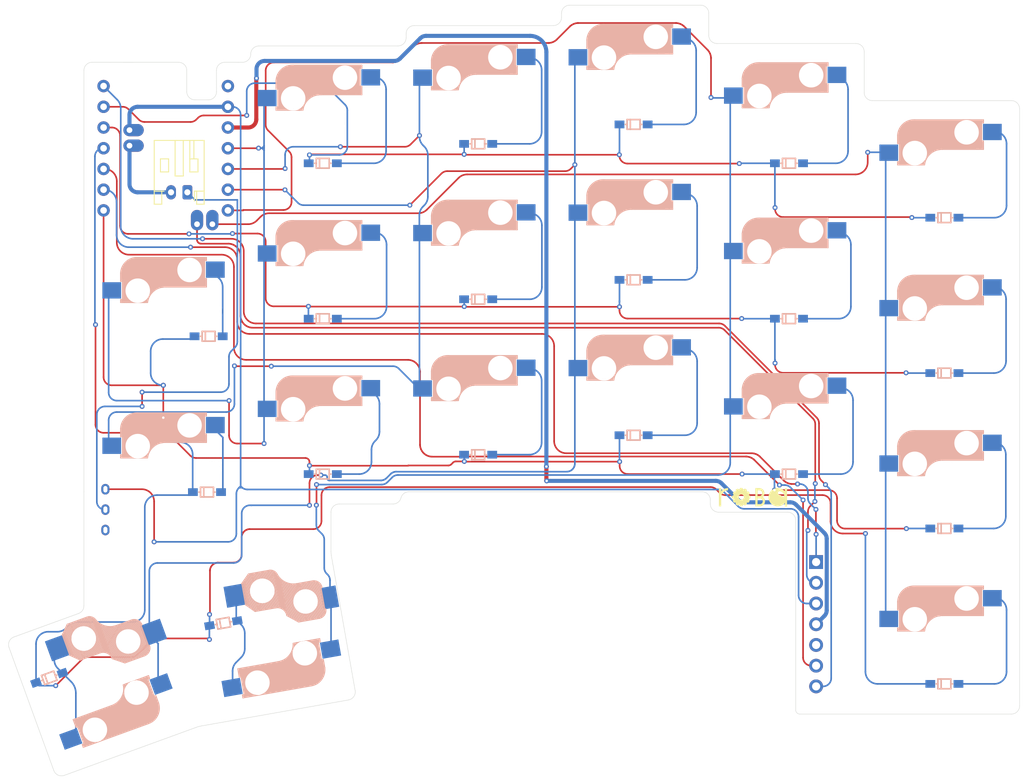
<source format=kicad_pcb>
(kicad_pcb (version 20240108) (generator "pcbnew") (generator_version "8.0")
  (layers (0 "F.Cu" signal) (31 "B.Cu" signal) (34 "B.Paste" user) (35 "F.Paste" user) (36 "B.SilkS" user "B.Silkscreen") (37 "F.SilkS" user "F.Silkscreen") (38 "B.Mask" user) (39 "F.Mask" user) (44 "Edge.Cuts" user))
  (net 0 "")
  (net 1 "Bat")
  (net 2 "Net-(D1-A)")
  (net 3 "Row0")
  (net 4 "Net-(D2-A)")
  (net 5 "Row1")
  (net 6 "Net-(D3-A)")
  (net 7 "Row2")
  (net 8 "Net-(D4-A)")
  (net 9 "Row3")
  (net 10 "Net-(D5-A)")
  (net 11 "Net-(D6-A)")
  (net 12 "Net-(D7-A)")
  (net 13 "Net-(D8-A)")
  (net 14 "Net-(D9-A)")
  (net 15 "Net-(D10-A)")
  (net 16 "Net-(D11-A)")
  (net 17 "Net-(D12-A)")
  (net 18 "Net-(D13-A)")
  (net 19 "Net-(D14-A)")
  (net 20 "Net-(D15-A)")
  (net 21 "Net-(D16-A)")
  (net 22 "Net-(D17-A)")
  (net 23 "Net-(D18-A)")
  (net 24 "GND")
  (net 25 "CS")
  (net 26 "SCLK")
  (net 27 "MOTION")
  (net 28 "3.3V")
  (net 29 "SDIO")
  (net 30 "Net-(D19-A)")
  (net 31 "Col0")
  (net 32 "Col1")
  (net 33 "Col2")
  (net 34 "Col3")
  (net 35 "Col4")
  (net 36 "VCC")
  (net 37 "Net-(D20-A)")
  (net 39 "Net-(BT1--)")
  (footprint "note96e:Diode_SMD" (layer "F.Cu") (at 164.469375 108.182501)
    (property "Reference" "D11")
    (property "Value" "D" (hide yes))
  )
  (footprint "myfootprintLibrary:SW_MX" (layer "F.Cu") (at 129.33 69.404248 180)
    (property "Reference" "SW1" (hide yes))
    (property "Value" "SW_PUSH" (hide yes))
  )
  (footprint "MountingHole:MountingHole_4.3mm_M4" (layer "F.Cu") (at 104.325 125.375)
    (property "Reference" "J3" (hide yes))
    (property "Value" "Conn_01x01-Connector_Generic" (hide yes))
  )
  (footprint "myfootprintLibrary:SW_MX" (layer "F.Cu") (at 110.28 112.028749 180)
    (property "Reference" "SW8" (hide yes))
    (property "Value" "SW_PUSH" (hide yes))
  )
  (footprint "myfootprintLibrary:SW_MX" (layer "F.Cu") (at 186.48 107.204249 180)
    (property "Reference" "SW15" (hide yes))
    (property "Value" "SW_PUSH" (hide yes))
  )
  (footprint "myfootprintLibrary:SW_MX_Choc" (layer "F.Cu") (at 122.761157 133.094808 10)
    (property "Reference" "SW16" (hide yes))
    (property "Value" "SW_PUSH" (hide yes))
  )
  (footprint "note96e:TGSW_MSK-12D19" (layer "F.Cu") (at 99.75 117.3 90)
    (property "Reference" "SW21")
    (property "Value" "SW_SPDT" (hide yes))
  )
  (footprint "MountingHole:MountingHole_4.3mm_M4" (layer "F.Cu") (at 195.3 116.8)
    (property "Reference" "J7" (hide yes))
    (property "Value" "Conn_01x01-Connector_Generic" (hide yes))
  )
  (footprint "note96e:Diode_SMD" (layer "F.Cu") (at 183.519375 93.895001)
    (property "Reference" "D14")
    (property "Value" "D" (hide yes))
  )
  (footprint "note96e:Diode_SMD" (layer "F.Cu") (at 164.469375 89.132501)
    (property "Reference" "D10")
    (property "Value" "D" (hide yes))
  )
  (footprint "note96e:Diode_SMD" (layer "F.Cu") (at 202.569375 138.662501)
    (property "Reference" "D20")
    (property "Value" "D" (hide yes))
  )
  (footprint "note96e:Diode_SMD" (layer "F.Cu") (at 126.369375 112.945001)
    (property "Reference" "D3")
    (property "Value" "D" (hide yes))
  )
  (footprint "note96e:Diode_SMD" (layer "F.Cu") (at 112.175938 115.152501)
    (property "Reference" "D8")
    (property "Value" "D" (hide yes))
  )
  (footprint "myfootprintLibrary:SW_MX" (layer "F.Cu") (at 186.48 69.104248 180)
    (property "Reference" "SW13" (hide yes))
    (property "Value" "SW_PUSH" (hide yes))
  )
  (footprint "myfootprintLibrary:SW_MX" (layer "F.Cu") (at 205.53 76.103749 180)
    (property "Reference" "SW17" (hide yes))
    (property "Value" "SW_PUSH" (hide yes))
  )
  (footprint "note96e:Diode_SMD" (layer "F.Cu") (at 114.23346 131.704917 10)
    (property "Reference" "D16")
    (property "Value" "D" (hide yes))
  )
  (footprint "myfootprintLibrary:SW_MX" (layer "F.Cu") (at 167.43 102.503749 180)
    (property "Reference" "SW11" (hide yes))
    (property "Value" "SW_PUSH" (hide yes))
  )
  (footprint "note96e:Diode_SMD" (layer "F.Cu") (at 202.569375 100.562501)
    (property "Reference" "D18")
    (property "Value" "D" (hide yes))
  )
  (footprint "myfootprintLibrary:SW_MX_Choc" (layer "F.Cu") (at 101.873655 138.672751 20)
    (property "Reference" "SW12" (hide yes))
    (property "Value" "SW_PUSH" (hide yes))
  )
  (footprint "note96e:Diode_SMD" (layer "F.Cu") (at 202.569375 81.512501)
    (property "Reference" "D17")
    (property "Value" "D" (hide yes))
  )
  (footprint "myfootprintLibrary:SW_MX" (layer "F.Cu") (at 205.53 114.203749 180)
    (property "Reference" "SW19" (hide yes))
    (property "Value" "SW_PUSH" (hide yes))
  )
  (footprint "myfootprintLibrary:SW_MX" (layer "F.Cu") (at 205.53 133.253749 180)
    (property "Reference" "SW20" (hide yes))
    (property "Value" "SW_PUSH" (hide yes))
  )
  (footprint "note96e:Diode_SMD" (layer "F.Cu") (at 145.419375 110.563751)
    (property "Reference" "D7")
    (property "Value" "D" (hide yes))
  )
  (footprint "myfootprintLibrary:SW_MX" (layer "F.Cu") (at 129.33 107.504249 180)
    (property "Reference" "SW3" (hide yes))
    (property "Value" "SW_PUSH" (hide yes))
  )
  (footprint "note96e:Diode_SMD" (layer "F.Cu") (at 145.419375 72.46375)
    (property "Reference" "D5")
    (property "Value" "D" (hide yes))
  )
  (footprint "MountingHole:MountingHole_4.3mm_M4" (layer "F.Cu") (at 112.67 138.12)
    (property "Reference" "J2" (hide yes))
    (property "Value" "Conn_01x01-Connector_Generic" (hide yes))
  )
  (footprint "myfootprintLibrary:SW_MX" (layer "F.Cu") (at 148.38 105.003999 180)
    (property "Reference" "SW7" (hide yes))
    (property "Value" "SW_PUSH" (hide yes))
  )
  (footprint "note96e:JST_PH_S2B-PH-K_custom" (layer "F.Cu") (at 111.55 71.652501 180)
    (property "Reference" "BT1" (hide yes))
    (property "Value" "BATT")
  )
  (footprint "myfootprintLibrary:SW_MX" (layer "F.Cu") (at 167.43 83.453749 180)
    (property "Reference" "SW10" (hide yes))
    (property "Value" "SW_PUSH" (hide yes))
  )
  (footprint "myfootprintLibrary:XIAO_nRF52840_wBAT_wNFC" (layer "F.Cu") (at 109.899007 62.500001)
    (property "Reference" "U1" (hide yes))
    (property "Value" "~" (hide yes))
  )
  (footprint "myfootprintLibrary:pmw3610_connector" (layer "F.Cu") (at 189.625 131.35)
    (property "Reference" "J1" (hide yes))
    (property "Value" "~")
  )
  (footprint "MountingHole:MountingHole_4.3mm_M4" (layer "F.Cu") (at 195.33 78.71)
    (property "Reference" "J6" (hide yes))
    (property "Value" "Conn_01x01-Connector_Generic" (hide yes))
  )
  (footprint "note96e:Diode_SMD" (layer "F.Cu") (at 126.369375 93.895001)
    (property "Reference" "D2")
    (property "Value" "D" (hide yes))
  )
  (footprint "note96e:Diode_SMD" (layer "F.Cu") (at 183.519375 74.845)
    (property "Reference" "D13")
    (property "Value" "D" (hide yes))
  )
  (footprint "myfootprintLibrary:SW_MX" (layer "F.Cu") (at 148.38 66.903998 180)
    (property "Reference" "SW5" (hide yes))
    (property "Value" "SW_PUSH" (hide yes))
  )
  (footprint "myfootprintLibrary:SW_MX" (layer "F.Cu") (at 148.38 85.953999 180)
    (property "Reference" "SW6" (hide yes))
    (property "Value" "SW_PUSH" (hide yes))
  )
  (footprint "note96e:Diode_SMD" (layer "F.Cu") (at 164.469375 70.082501)
    (property "Reference" "D9")
    (property "Value" "D" (hide yes))
  )
  (footprint "myfootprintLibrary:SW_MX" (layer "F.Cu") (at 167.43 64.403749 180)
    (property "Reference" "SW9" (hide yes))
    (property "Value" "SW_PUSH" (hide yes))
  )
  (footprint "myfootprintLibrary:SW_MX" (layer "F.Cu") (at 110.28 92.978749 180)
    (property "Reference" "SW4" (hide yes))
    (property "Value" "SW_PUSH" (hide yes))
  )
  (footprint "note96e:Diode_SMD" (layer "F.Cu") (at 112.375938 96.052501)
    (property "Reference" "D4")
    (property "Value" "D" (hide yes))
  )
  (footprint "note96e:Diode_SMD" (layer "F.Cu") (at 126.369375 74.845)
    (property "Reference" "D1")
    (property "Value" "D" (hide yes))
  )
  (footprint "note96e:Diode_SMD" (layer "F.Cu") (at 145.419375 91.513751)
    (property "Reference" "D6")
    (property "Value" "D" (hide yes))
  )
  (footprint "note96e:Diode_SMD" (layer "F.Cu") (at 202.569375 119.612501)
    (property "Reference" "D19")
    (property "Value" "D" (hide yes))
  )
  (footprint "note96e:Diode_SMD" (layer "F.Cu") (at 183.519375 112.945001)
    (property "Reference" "D15")
    (property "Value" "D" (hide yes))
  )
  (footprint "note96e:Diode_SMD" (layer "F.Cu") (at 93.008586 138.872676 20)
    (property "Reference" "D12")
    (property "Value" "D" (hide yes))
  )
  (footprint "MountingHole:MountingHole_4.3mm_M4" (layer "F.Cu") (at 138.57 109.42)
    (property "Reference" "J4" (hide yes))
    (property "Value" "Conn_01x01-Connector_Generic" (hide yes))
  )
  (footprint "MountingHole:MountingHole_4.3mm_M4" (layer "F.Cu") (at 138.97 76.51)
    (property "Reference" "J5" (hide yes))
    (property "Value" "Conn_01x01-Connector_Generic" (hide yes))
  )
  (footprint "myfootprintLibrary:SW_MX" (layer "F.Cu") (at 129.33 88.454249 180)
    (property "Reference" "SW2" (hide yes))
    (property "Value" "SW_PUSH" (hide yes))
  )
  (footprint "myfootprintLibrary:SW_MX" (layer "F.Cu") (at 205.53 95.153749 180)
    (property "Reference" "SW18" (hide yes))
    (property "Value" "SW_PUSH" (hide yes))
  )
  (footprint "myfootprintLibrary:SW_MX" (layer "F.Cu") (at 186.48 88.154249 180)
    (property "Reference" "SW14" (hide yes))
    (property "Value" "SW_PUSH" (hide yes))
  )
  (gr_poly (pts (xy 179.886472 116.253761) (xy 179.889519 116.25407) (xy 179.892563 116.254549) (xy 179.895597 116.255199) (xy 179.898615 116.256023) (xy 179.901611 116.257024) (xy 179.904577 116.258204) (xy 179.907508 116.259565) (xy 179.910396 116.261109) (xy 180.28703 116.478597) (xy 180.289827 116.480303) (xy 180.292484 116.482141) (xy 180.295002 116.484104) (xy 180.297379 116.486186) (xy 180.299614 116.488378) (xy 180.301706 116.490675) (xy 180.303653 116.493068) (xy 180.305454 116.495551) (xy 180.307108 116.498117) (xy 180.308614 116.500758) (xy 180.30997 116.503467) (xy 180.311176 116.506237) (xy 180.312229 116.509062) (xy 180.313129 116.511933) (xy 180.313875 116.514844) (xy 180.314465 116.517788) (xy 180.314898 116.520758) (xy 180.315172 116.523746) (xy 180.315288 116.526745) (xy 180.315242 116.529749) (xy 180.315035 116.532749) (xy 180.314664 116.53574) (xy 180.314129 116.538714) (xy 180.313429 116.541663) (xy 180.312562 116.544581) (xy 180.311526 116.54746) (xy 180.310322 116.550294) (xy 180.308946 116.553075) (xy 180.307399 116.555796) (xy 180.305679 116.55845) (xy 180.303785 116.56103) (xy 180.301715 116.563528) (xy 180.28398 116.582943) (xy 180.262449 116.605064) (xy 180.236863 116.629734) (xy 180.206961 116.656794) (xy 180.172483 116.686087) (xy 180.133167 116.717454) (xy 180.088754 116.750737) (xy 180.064555 116.768048) (xy 180.038984 116.785778) (xy 180.038587 116.786175) (xy 180.035245 116.788277) (xy 180.03178 116.790118) (xy 180.028207 116.791698) (xy 180.024541 116.793015) (xy 180.020799 116.79407) (xy 180.016995 116.794861) (xy 180.013146 116.795388) (xy 180.009268 116.795651) (xy 180.005375 116.795648) (xy 180.001484 116.79538) (xy 179.997611 116.794846) (xy 179.993771 116.794045) (xy 179.98998 116.792976) (xy 179.986253 116.791639) (xy 179.982606 116.790034) (xy 179.979056 116.788159) (xy 179.796096 116.68259) (xy 179.792758 116.680467) (xy 179.789596 116.678125) (xy 179.786617 116.675577) (xy 179.78383 116.672836) (xy 179.781243 116.669916) (xy 179.778865 116.666831) (xy 179.776702 116.663593) (xy 179.774764 116.660217) (xy 179.773059 116.656714) (xy 179.771594 116.6531) (xy 179.770378 116.649387) (xy 179.769419 116.645588) (xy 179.768725 116.641717) (xy 179.768304 116.637788) (xy 179.768165 116.633813) (xy 179.768315 116.629806) (xy 179.770867 116.59874) (xy 179.773741 116.569078) (xy 179.776903 116.540802) (xy 179.78032 116.513894) (xy 179.783961 116.488334) (xy 179.787793 116.464105) (xy 179.791782 116.441187) (xy 179.795898 116.419562) (xy 179.804375 116.380116) (xy 179.812963 116.345619) (xy 179.821403 116.315922) (xy 179.829434 116.290875) (xy 179.830592 116.287842) (xy 179.831904 116.284921) (xy 179.833363 116.282113) (xy 179.834964 116.279422) (xy 179.836698 116.27685) (xy 179.83856 116.2744) (xy 179.840544 116.272073) (xy 179.842642 116.269872) (xy 179.844848 116.267799) (xy 179.847156 116.265858) (xy 179.849559 116.264049) (xy 179.852051 116.262377) (xy 179.854624 116.260842) (xy 179.857273 116.259448) (xy 179.859991 116.258197) (xy 179.862771 116.257091) (xy 179.865607 116.256133) (xy 179.868492 116.255324) (xy 179.87142 116.254669) (xy 179.874384 116.254168) (xy 179.877378 116.253824) (xy 179.880395 116.25364) (xy 179.883429 116.253618)) (stroke (width -0.000001)) (fill solid) (layer "F.SilkS"))
  (gr_poly (pts (xy 181.210755 115.487254) (xy 181.213972 115.487444) (xy 181.217216 115.487823) (xy 181.220481 115.488394) (xy 181.246245 115.494042) (xy 181.276204 115.501652) (xy 181.310349 115.511514) (xy 181.348671 115.523915) (xy 181.39116 115.539143) (xy 181.437807 115.557488) (xy 181.488602 115.579237) (xy 181.543537 115.604679) (xy 181.547098 115.606513) (xy 181.550484 115.608586) (xy 181.553688 115.610883) (xy 181.556702 115.613391) (xy 181.559518 115.616097) (xy 181.562129 115.618987) (xy 181.564527 115.622048) (xy 181.566705 115.625266) (xy 181.568654 115.628629) (xy 181.570369 115.632123) (xy 181.57184 115.635734) (xy 181.573061 115.639449) (xy 181.574023 115.643254) (xy 181.57472 115.647137) (xy 181.575144 115.651084) (xy 181.575287 115.655082) (xy 181.575287 115.866219) (xy 181.575251 115.868223) (xy 181.575144 115.870217) (xy 181.574967 115.872197) (xy 181.57472 115.874163) (xy 181.574406 115.876114) (xy 181.574023 115.878046) (xy 181.573575 115.87996) (xy 181.573061 115.881852) (xy 181.572482 115.883722) (xy 181.57184 115.885567) (xy 181.571135 115.887386) (xy 181.570369 115.889178) (xy 181.569541 115.89094) (xy 181.568654 115.892671) (xy 181.567708 115.89437) (xy 181.566704 115.896034) (xy 181.565644 115.897662) (xy 181.564527 115.899253) (xy 181.563355 115.900804) (xy 181.562129 115.902314) (xy 181.560849 115.903781) (xy 181.559518 115.905204) (xy 181.558135 115.90658) (xy 181.556702 115.907909) (xy 181.555219 115.909189) (xy 181.553688 115.910418) (xy 181.55211 115.911593) (xy 181.550484 115.912715) (xy 181.548814 115.91378) (xy 181.547098 115.914787) (xy 181.545339 115.915735) (xy 181.543537 115.916622) (xy 181.515487 115.929888) (xy 181.488488 115.942178) (xy 181.462539 115.95353) (xy 181.437639 115.963981) (xy 181.413788 115.973569) (xy 181.390986 115.982332) (xy 181.36923 115.990308) (xy 181.348522 115.997535) (xy 181.310245 116.009892) (xy 181.276148 116.019704) (xy 181.246229 116.027275) (xy 181.220481 116.032907) (xy 181.21725 116.033479) (xy 181.214037 116.033861) (xy 181.210847 116.034056) (xy 181.207685 116.034069) (xy 181.204557 116.033904) (xy 181.201469 116.033566) (xy 181.198426 116.033058) (xy 181.195434 116.032386) (xy 181.192498 116.031553) (xy 181.189624 116.030564) (xy 181.186818 116.029423) (xy 181.184085 116.028135) (xy 181.181431 116.026704) (xy 181.178861 116.025134) (xy 181.176381 116.02343) (xy 181.173997 116.021596) (xy 181.171713 116.019636) (xy 181.169537 116.017555) (xy 181.167473 116.015358) (xy 181.165526 116.013047) (xy 181.163704 116.010629) (xy 181.16201 116.008107) (xy 181.160452 116.005485) (xy 181.159033 116.002769) (xy 181.157761 115.999962) (xy 181.15664 115.997068) (xy 181.155676 115.994093) (xy 181.154874 115.991039) (xy 181.154241 115.987913) (xy 181.153782 115.984718) (xy 181.153503 115.981458) (xy 181.153409 115.978138) (xy 181.153409 115.543163) (xy 181.153502 115.539878) (xy 181.153778 115.536648) (xy 181.154232 115.533479) (xy 181.154858 115.530375) (xy 181.155651 115.527341) (xy 181.156605 115.52438) (xy 181.157716 115.521498) (xy 181.158977 115.518699) (xy 181.160384 115.515988) (xy 181.16193 115.51337) (xy 181.163612 115.510848) (xy 181.165422 115.508428) (xy 181.167356 115.506114) (xy 181.169409 115.50391) (xy 181.171574 115.501822) (xy 181.173848 115.499854) (xy 181.176223 115.49801) (xy 181.178696 115.496295) (xy 181.18126 115.494714) (xy 181.183911 115.493271) (xy 181.186642 115.49197) (xy 181.189449 115.490817) (xy 181.192325 115.489816) (xy 181.195267 115.488971) (xy 181.198267 115.488287) (xy 181.201322 115.487769) (xy 181.204425 115.487421) (xy 181.207571 115.487248)) (stroke (width -0.000001)) (fill solid) (layer "F.SilkS"))
  (gr_poly (pts (xy 179.687612 115.895625) (xy 179.690593 115.8959) (xy 179.693554 115.896333) (xy 179.696488 115.896923) (xy 179.699388 115.897668) (xy 179.702248 115.898568) (xy 179.705061 115.899622) (xy 179.707819 115.900827) (xy 179.710516 115.902183) (xy 179.713145 115.903689) (xy 179.715698 115.905343) (xy 179.71817 115.907144) (xy 179.720553 115.909091) (xy 179.72284 115.911183) (xy 179.725024 115.913418) (xy 179.727099 115.915795) (xy 179.729057 115.918313) (xy 179.730892 115.92097) (xy 179.732596 115.923766) (xy 179.950084 116.300401) (xy 179.951629 116.30329) (xy 179.952994 116.306224) (xy 179.954178 116.309195) (xy 179.955186 116.312198) (xy 179.956018 116.315224) (xy 179.956678 116.318268) (xy 179.957167 116.321323) (xy 179.957488 116.324381) (xy 179.957642 116.327436) (xy 179.957633 116.330482) (xy 179.957461 116.333511) (xy 179.95713 116.336517) (xy 179.956641 116.339493) (xy 179.955997 116.342433) (xy 179.955199 116.345329) (xy 179.954251 116.348175) (xy 179.953154 116.350964) (xy 179.95191 116.353689) (xy 179.950521 116.356343) (xy 179.948991 116.358921) (xy 179.94732 116.361414) (xy 179.945511 116.363816) (xy 179.943567 116.366121) (xy 179.941489 116.368322) (xy 179.93928 116.370412) (xy 179.936941 116.372384) (xy 179.934475 116.374231) (xy 179.931885 116.375947) (xy 179.929172 116.377525) (xy 179.926338 116.378958) (xy 179.923386 116.38024) (xy 179.920318 116.381363) (xy 179.895141 116.389393) (xy 179.865351 116.397833) (xy 179.830798 116.406422) (xy 179.791334 116.414899) (xy 179.746809 116.423004) (xy 179.697076 116.430476) (xy 179.641985 116.437056) (xy 179.581387 116.442482) (xy 179.581784 116.442085) (xy 179.579777 116.442198) (xy 179.577777 116.442239) (xy 179.575785 116.442211) (xy 179.573802 116.442112) (xy 179.571831 116.441945) (xy 179.569873 116.441709) (xy 179.567929 116.441406) (xy 179.566002 116.441037) (xy 179.564093 116.440602) (xy 179.562203 116.440102) (xy 179.560335 116.439538) (xy 179.55849 116.438911) (xy 179.55667 116.438221) (xy 179.554876 116.43747) (xy 179.55311 116.436657) (xy 179.551373 116.435785) (xy 179.549669 116.434853) (xy 179.547997 116.433863) (xy 179.54636 116.432815) (xy 179.544759 116.43171) (xy 179.543197 116.430549) (xy 179.541674 116.429333) (xy 179.540192 116.428062) (xy 179.538754 116.426737) (xy 179.537361 116.42536) (xy 179.536013 116.42393) (xy 179.534714 116.422449) (xy 179.533465 116.420918) (xy 179.532267 116.419337) (xy 179.531123 116.417707) (xy 179.530033 116.416029) (xy 179.529 116.414304) (xy 179.423431 116.231345) (xy 179.421556 116.227798) (xy 179.419951 116.224164) (xy 179.418615 116.220455) (xy 179.417546 116.216685) (xy 179.416745 116.212869) (xy 179.41621 116.20902) (xy 179.415942 116.205153) (xy 179.41594 116.201281) (xy 179.416202 116.197419) (xy 179.41673 116.193579) (xy 179.417521 116.189777) (xy 179.418575 116.186026) (xy 179.419893 116.182341) (xy 179.421472 116.178734) (xy 179.423313 116.17522) (xy 179.425415 116.171813) (xy 179.443141 116.146242) (xy 179.46044 116.122043) (xy 179.477294 116.099183) (xy 179.493684 116.07763) (xy 179.509593 116.057351) (xy 179.525002 116.038314) (xy 179.539894 116.020487) (xy 179.554251 116.003836) (xy 179.568054 115.988329) (xy 179.581285 115.973934) (xy 179.593928 115.960618) (xy 179.605962 115.948348) (xy 179.617371 115.937092) (xy 179.628137 115.926817) (xy 179.647665 115.909082) (xy 179.650199 115.907012) (xy 179.652809 115.905118) (xy 179.655489 115.903398) (xy 179.658233 115.901851) (xy 179.661032 115.900476) (xy 179.663881 115.899271) (xy 179.666772 115.898235) (xy 179.669698 115.897368) (xy 179.672653 115.896668) (xy 179.675629 115.896133) (xy 179.67862 115.895762) (xy 179.681619 115.895555) (xy 179.684619 115.89551)) (stroke (width -0.000001)) (fill solid) (layer "F.SilkS"))
  (gr_poly (pts (xy 182.661137 114.654957) (xy 182.694584 114.655957) (xy 182.727092 114.658495) (xy 182.758705 114.662546) (xy 182.78947 114.668085) (xy 182.819433 114.675086) (xy 182.848639 114.683525) (xy 182.877135 114.693376) (xy 182.904967 114.704616) (xy 182.93218 114.717218) (xy 182.95882 114.731158) (xy 182.984933 114.74641) (xy 183.010566 114.76295) (xy 183.035764 114.780753) (xy 183.060573 114.799794) (xy 183.085039 114.820047) (xy 183.109208 114.841488) (xy 183.132419 114.864423) (xy 183.153992 114.889029) (xy 183.173943 114.915092) (xy 183.192292 114.942393) (xy 183.209054 114.970718) (xy 183.224248 114.99985) (xy 183.237891 115.029573) (xy 183.25 115.05967) (xy 183.260593 115.089925) (xy 183.269687 115.120122) (xy 183.2773 115.150045) (xy 183.283449 115.179477) (xy 183.288151 115.208202) (xy 183.291425 115.236003) (xy 183.293287 115.262666) (xy 183.293755 115.287972) (xy 183.292758 115.321684) (xy 183.291681 115.339096) (xy 183.290171 115.356824) (xy 183.28819 115.374829) (xy 183.285704 115.393071) (xy 183.282676 115.411509) (xy 183.279071 115.430103) (xy 183.274851 115.448814) (xy 183.269981 115.467601) (xy 183.264426 115.486424) (xy 183.258148 115.505243) (xy 183.251112 115.524017) (xy 183.243282 115.542708) (xy 183.234622 115.561274) (xy 183.225096 115.579675) (xy 183.216038 115.595924) (xy 183.207157 115.611087) (xy 183.198437 115.625239) (xy 183.189861 115.638456) (xy 183.18141 115.650816) (xy 183.173066 115.662394) (xy 183.164814 115.673265) (xy 183.156635 115.683508) (xy 183.148512 115.693197) (xy 183.140427 115.702408) (xy 183.124302 115.719704) (xy 183.108121 115.736004) (xy 183.091746 115.751919) (xy 183.101684 115.757919) (xy 183.112372 115.765278) (xy 183.123696 115.773886) (xy 183.135538 115.783632) (xy 183.147786 115.794406) (xy 183.160323 115.806097) (xy 183.173034 115.818595) (xy 183.185805 115.83179) (xy 183.19852 115.845571) (xy 183.211064 115.859827) (xy 183.223322 115.874448) (xy 183.235179 115.889325) (xy 183.246519 115.904345) (xy 183.257229 115.919399) (xy 183.267191 115.934376) (xy 183.276292 115.949166) (xy 183.283691 115.962199) (xy 183.291245 115.976411) (xy 183.298866 115.991755) (xy 183.306467 116.008182) (xy 183.313962 116.025644) (xy 183.321262 116.044093) (xy 183.32828 116.063479) (xy 183.334931 116.083756) (xy 183.341125 116.104875) (xy 183.346777 116.126787) (xy 183.351798 116.149444) (xy 183.356102 116.172799) (xy 183.359601 116.196802) (xy 183.362208 116.221406) (xy 183.363837 116.246562) (xy 183.364399 116.272222) (xy 183.36323 116.309126) (xy 183.359849 116.345217) (xy 183.354442 116.380406) (xy 183.347197 116.414607) (xy 183.338301 116.447731) (xy 183.327941 116.479691) (xy 183.316304 116.510398) (xy 183.303578 116.539765) (xy 183.289949 116.567705) (xy 183.275606 116.594129) (xy 183.260734 116.618949) (xy 183.245522 116.642079) (xy 183.230157 116.663429) (xy 183.214825 116.682913) (xy 183.199714 116.700442) (xy 183.185011 116.715929) (xy 183.161809 116.738277) (xy 183.137505 116.759321) (xy 183.112188 116.779037) (xy 183.085948 116.797406) (xy 183.058872 116.814405) (xy 183.031051 116.830013) (xy 183.002573 116.844207) (xy 182.973526 116.856968) (xy 182.944001 116.868273) (xy 182.914086 116.878101) (xy 182.883869 116.88643) (xy 182.853441 116.893239) (xy 182.822889 116.898506) (xy 182.792303 116.90221) (xy 182.761771 116.904328) (xy 182.731383 116.904841) (xy 182.170995 116.904841) (xy 182.170995 115.920194) (xy 182.450396 115.920194) (xy 182.450396 116.623457) (xy 182.73178 116.623457) (xy 182.748056 116.623955) (xy 182.76402 116.623651) (xy 182.779712 116.622523) (xy 182.795175 116.620548) (xy 182.81045 116.617706) (xy 182.825577 116.613976) (xy 182.840599 116.609335) (xy 182.855556 116.603761) (xy 182.87049 116.597235) (xy 182.885442 116.589734) (xy 182.900453 116.581236) (xy 182.915565 116.57172) (xy 182.930818 116.561165) (xy 182.946255 116.549549) (xy 182.961916 116.53685) (xy 182.977843 116.523047) (xy 182.990016 116.511527) (xy 183.001522 116.499312) (xy 183.012344 116.48643) (xy 183.022467 116.472911) (xy 183.031873 116.458785) (xy 183.040546 116.444083) (xy 183.048471 116.428832) (xy 183.055631 116.413064) (xy 183.062009 116.396807) (xy 183.06759 116.380091) (xy 183.072356 116.362947) (xy 183.076293 116.345402) (xy 183.079383 116.327489) (xy 183.081611 116.309235) (xy 183.082959 116.290671) (xy 183.083412 116.271825) (xy 183.082964 116.254681) (xy 183.081649 116.237531) (xy 183.079514 116.220453) (xy 183.076603 116.203526) (xy 183.072962 116.186826) (xy 183.068636 116.170432) (xy 183.063671 116.154421) (xy 183.058111 116.138872) (xy 183.052003 116.123863) (xy 183.045391 116.109471) (xy 183.038321 116.095774) (xy 183.030838 116.082851) (xy 183.022988 116.070779) (xy 183.014816 116.059635) (xy 183.006367 116.049499) (xy 182.997687 116.040447) (xy 182.985697 116.027455) (xy 182.973353 116.014998) (xy 182.960598 116.003117) (xy 182.947377 115.991855) (xy 182.933632 115.981253) (xy 182.919308 115.971354) (xy 182.904348 115.962199) (xy 182.888695 115.953829) (xy 182.872294 115.946288) (xy 182.863794 115.942841) (xy 182.855087 115.939616) (xy 182.846164 115.93662) (xy 182.837019 115.933856) (xy 182.827644 115.931331) (xy 182.818033 115.929049) (xy 182.808178 115.927017) (xy 182.798072 115.925238) (xy 182.787709 115.923719) (xy 182.777081 115.922464) (xy 182.766181 115.921479) (xy 182.755002 115.920769) (xy 182.743538 115.920339) (xy 182.73178 115.920194) (xy 182.450396 115.920194) (xy 182.170995 115.920194) (xy 182.170995 114.936738) (xy 182.45 114.936738) (xy 182.45 115.64) (xy 182.450396 115.639207) (xy 182.661137 115.639207) (xy 182.677942 115.638813) (xy 182.695118 115.637605) (xy 182.712589 115.635539) (xy 182.73028 115.632571) (xy 182.748115 115.62866) (xy 182.766019 115.623761) (xy 182.783916 115.617832) (xy 182.80173 115.61083) (xy 182.819386 115.602712) (xy 182.836808 115.593434) (xy 182.853921 115.582954) (xy 182.87065 115.571229) (xy 182.886917 115.558216) (xy 182.902649 115.543871) (xy 182.917769 115.528152) (xy 182.932202 115.511016) (xy 182.940559 115.500044) (xy 182.948637 115.488703) (xy 182.956402 115.476987) (xy 182.963816 115.464892) (xy 182.970845 115.45241) (xy 182.977451 115.439537) (xy 182.983599 115.426265) (xy 182.989253 115.412591) (xy 182.994377 115.398507) (xy 182.998935 115.384008) (xy 183.002891 115.369088) (xy 183.006208 115.353742) (xy 183.00885 115.337963) (xy 183.010783 115.321745) (xy 183.011968 115.305084) (xy 183.012372 115.287972) (xy 183.012049 115.273597) (xy 183.011095 115.25935) (xy 183.009528 115.245238) (xy 183.007367 115.231268) (xy 183.004632 115.217447) (xy 183.001342 115.203782) (xy 182.997516 115.190279) (xy 182.993173 115.176946) (xy 182.988332 115.16379) (xy 182.983013 115.150818) (xy 182.977235 115.138036) (xy 182.971016 115.125452) (xy 182.964377 115.113072) (xy 182.957335 115.100904) (xy 182.949912 115.088955) (xy 182.942124 115.077232) (xy 182.931591 115.062966) (xy 182.919958 115.049089) (xy 182.907258 115.035675) (xy 182.893526 115.022798) (xy 182.878796 115.010529) (xy 182.863104 114.998943) (xy 182.846482 114.988113) (xy 182.828965 114.978112) (xy 182.810589 114.969013) (xy 182.801088 114.964825) (xy 182.791385 114.96089) (xy 182.781485 114.957217) (xy 182.771391 114.953815) (xy 182.761107 114.950694) (xy 182.750638 114.947863) (xy 182.739989 114.94533) (xy 182.729163 114.943105) (xy 182.718165 114.941198) (xy 182.706998 114.939617) (xy 182.695669 114.938371) (xy 182.684179 114.93747) (xy 182.672535 114.936922) (xy 182.66074 114.936738) (xy 182.45 114.936738) (xy 182.170995 114.936738) (xy 182.170995 114.654957) (xy 182.661136 114.654957)) (stroke (width -0.000001)) (fill solid) (layer "F.SilkS"))
  (gr_poly (pts (xy 180.557719 114.635546) (xy 180.559713 114.635653) (xy 180.561693 114.63583) (xy 180.56366 114.636076) (xy 180.56561 114.636391) (xy 180.567543 114.636773) (xy 180.569456 114.637222) (xy 180.571348 114.637736) (xy 180.573218 114.638315) (xy 180.575063 114.638957) (xy 180.576882 114.639662) (xy 180.578674 114.640428) (xy 180.580436 114.641255) (xy 180.582168 114.642142) (xy 180.583866 114.643088) (xy 180.58553 114.644092) (xy 180.587158 114.645153) (xy 180.588749 114.64627) (xy 180.5903 114.647442) (xy 180.59181 114.648668) (xy 180.593277 114.649947) (xy 180.5947 114.651279) (xy 180.596077 114.652662) (xy 180.597406 114.654095) (xy 180.598685 114.655577) (xy 180.599914 114.657109) (xy 180.601089 114.658687) (xy 180.602211 114.660312) (xy 180.603276 114.661983) (xy 180.604283 114.663699) (xy 180.605231 114.665458) (xy 180.606118 114.66726) (xy 180.619384 114.695309) (xy 180.631674 114.722308) (xy 180.643026 114.748257) (xy 180.653477 114.773157) (xy 180.663065 114.797008) (xy 180.671828 114.819811) (xy 180.679804 114.841566) (xy 180.687031 114.862274) (xy 180.699388 114.900552) (xy 180.7092 114.934648) (xy 180.716771 114.964568) (xy 180.722403 114.990316) (xy 180.722975 114.993546) (xy 180.723357 114.996759) (xy 180.723552 114.99995) (xy 180.723565 115.003111) (xy 180.7234 115.006239) (xy 180.723062 115.009327) (xy 180.722554 115.01237) (xy 180.721882 115.015363) (xy 180.721049 115.018298) (xy 180.72006 115.021172) (xy 180.718919 115.023979) (xy 180.717631 115.026712) (xy 180.7162 115.029366) (xy 180.71463 115.031936) (xy 180.712926 115.034416) (xy 180.711092 115.0368) (xy 180.709132 115.039083) (xy 180.707051 115.04126) (xy 180.704854 115.043324) (xy 180.702543 115.04527) (xy 180.700125 115.047093) (xy 180.697603 115.048786) (xy 180.694982 115.050345) (xy 180.692265 115.051764) (xy 180.689458 115.053036) (xy 180.686564 115.054157) (xy 180.683589 115.055121) (xy 180.680536 115.055922) (xy 180.677409 115.056555) (xy 180.674214 115.057014) (xy 180.670954 115.057294) (xy 180.667634 115.057388) (xy 180.232659 115.057388) (xy 180.229374 115.057295) (xy 180.226145 115.057019) (xy 180.222976 115.056565) (xy 180.219871 115.055939) (xy 180.216837 115.055146) (xy 180.213876 115.054191) (xy 180.210994 115.053081) (xy 180.208195 115.051819) (xy 180.205484 115.050413) (xy 180.202866 115.048866) (xy 180.200344 115.047185) (xy 180.197924 115.045375) (xy 180.19561 115.043441) (xy 180.193406 115.041388) (xy 180.191318 115.039222) (xy 180.18935 115.036949) (xy 180.187506 115.034573) (xy 180.185791 115.032101) (xy 180.18421 115.029536) (xy 180.182767 115.026886) (xy 180.181466 115.024155) (xy 180.180313 115.021348) (xy 180.179312 115.018471) (xy 180.178467 115.01553) (xy 180.177783 115.012529) (xy 180.177265 115.009475) (xy 180.176917 115.006372) (xy 180.176744 115.003225) (xy 180.17675 115.000041) (xy 180.17694 114.996825) (xy 180.177319 114.993581) (xy 180.17789 114.990316) (xy 180.183538 114.964552) (xy 180.191148 114.934592) (xy 180.20101 114.900447) (xy 180.21341 114.862126) (xy 180.228639 114.819637) (xy 180.246984 114.77299) (xy 180.268733 114.722195) (xy 180.294174 114.66726) (xy 180.294175 114.66726) (xy 180.29601 114.663699) (xy 180.298082 114.660312) (xy 180.300379 114.657108) (xy 180.302887 114.654095) (xy 180.305593 114.651279) (xy 180.308483 114.648668) (xy 180.311544 114.64627) (xy 180.314763 114.644092) (xy 180.318125 114.642142) (xy 180.321619 114.640428) (xy 180.32523 114.638957) (xy 180.328945 114.637736) (xy 180.33275 114.636773) (xy 180.336633 114.636076) (xy 180.34058 114.635653) (xy 180.344578 114.63551) (xy 180.555715 114.63551)) (stroke (width -0.000001)) (fill solid) (layer "F.SilkS"))
  (gr_poly (pts (xy 179.696132 115.487793) (xy 179.69922 115.488132) (xy 179.702263 115.48864) (xy 179.705255 115.489312) (xy 179.708191 115.490145) (xy 179.711065 115.491134) (xy 179.713871 115.492275) (xy 179.716604 115.493563) (xy 179.719258 115.494994) (xy 179.721828 115.496564) (xy 179.724308 115.498268) (xy 179.726693 115.500102) (xy 179.728976 115.502062) (xy 179.731152 115.504143) (xy 179.733216 115.50634) (xy 179.735163 115.50865) (xy 179.736985 115.511069) (xy 179.738679 115.513591) (xy 179.740238 115.516212) (xy 179.741656 115.518929) (xy 179.742929 115.521736) (xy 179.74405 115.52463) (xy 179.745013 115.527605) (xy 179.745815 115.530658) (xy 179.746448 115.533785) (xy 179.746907 115.53698) (xy 179.747186 115.54024) (xy 179.74728 115.54356) (xy 179.74728 115.978535) (xy 179.747187 115.98182) (xy 179.746911 115.985049) (xy 179.746457 115.988218) (xy 179.745831 115.991322) (xy 179.745038 115.994357) (xy 179.744084 115.997318) (xy 179.742973 116.0002) (xy 179.741712 116.002998) (xy 179.740305 116.005709) (xy 179.738759 116.008328) (xy 179.737078 116.01085) (xy 179.735267 116.01327) (xy 179.733333 116.015584) (xy 179.731281 116.017787) (xy 179.729115 116.019875) (xy 179.726841 116.021844) (xy 179.724466 116.023688) (xy 179.721993 116.025403) (xy 179.719429 116.026984) (xy 179.716779 116.028427) (xy 179.714047 116.029728) (xy 179.711241 116.030881) (xy 179.708364 116.031882) (xy 179.705423 116.032727) (xy 179.702422 116.033411) (xy 179.699367 116.033929) (xy 179.696264 116.034277) (xy 179.693118 116.03445) (xy 179.689934 116.034444) (xy 179.686717 116.034254) (xy 179.683474 116.033875) (xy 179.680209 116.033304) (xy 179.654444 116.027656) (xy 179.624485 116.020045) (xy 179.59034 116.010184) (xy 179.552018 115.997783) (xy 179.509529 115.982555) (xy 179.462882 115.96421) (xy 179.412087 115.942461) (xy 179.357153 115.917019) (xy 179.353591 115.915184) (xy 179.350205 115.913112) (xy 179.347001 115.910815) (xy 179.343987 115.908307) (xy 179.341171 115.905601) (xy 179.338561 115.902711) (xy 179.336163 115.89965) (xy 179.333985 115.896431) (xy 179.332035 115.893069) (xy 179.330321 115.889575) (xy 179.32885 115.885964) (xy 179.327629 115.882249) (xy 179.326666 115.878444) (xy 179.325969 115.874561) (xy 179.325546 115.870614) (xy 179.325403 115.866616) (xy 179.325403 115.655479) (xy 179.325438 115.653474) (xy 179.325546 115.651481) (xy 179.325723 115.649501) (xy 179.325969 115.647534) (xy 179.326284 115.645584) (xy 179.326666 115.643651) (xy 179.327115 115.641738) (xy 179.327629 115.639846) (xy 179.328207 115.637976) (xy 179.32885 115.636131) (xy 179.329554 115.634311) (xy 179.330321 115.63252) (xy 179.331148 115.630757) (xy 179.332035 115.629026) (xy 179.332981 115.627328) (xy 179.333985 115.625664) (xy 179.335046 115.624035) (xy 179.336163 115.622445) (xy 179.337335 115.620894) (xy 179.338561 115.619384) (xy 179.33984 115.617917) (xy 179.341171 115.616494) (xy 179.342554 115.615117) (xy 179.343987 115.613788) (xy 179.34547 115.612509) (xy 179.347001 115.61128) (xy 179.34858 115.610105) (xy 179.350205 115.608983) (xy 179.351876 115.607918) (xy 179.353591 115.606911) (xy 179.35535 115.605963) (xy 179.357153 115.605076) (xy 179.385202 115.59181) (xy 179.412201 115.57952) (xy 179.43815 115.568168) (xy 179.46305 115.557717) (xy 179.486901 115.548129) (xy 179.509704 115.539366) (xy 179.531459 115.53139) (xy 179.552167 115.524163) (xy 179.590444 115.511806) (xy 179.624541 115.501994) (xy 179.654461 115.494423) (xy 179.680209 115.488791) (xy 179.683439 115.488218) (xy 179.686652 115.487837) (xy 179.689842 115.487641) (xy 179.693004 115.487628)) (stroke (width -0.000001)) (fill solid) (layer "F.SilkS"))
  (gr_poly (pts (xy 181.020374 116.253164) (xy 181.023403 116.253335) (xy 181.026409 116.253667) (xy 181.029386 116.254155) (xy 181.032325 116.2548) (xy 181.035221 116.255597) (xy 181.038067 116.256545) (xy 181.040856 116.257643) (xy 181.043581 116.258887) (xy 181.046235 116.260275) (xy 181.048813 116.261806) (xy 181.051306 116.263476) (xy 181.053709 116.265285) (xy 181.056014 116.267229) (xy 181.058214 116.269307) (xy 181.060304 116.271517) (xy 181.062276 116.273855) (xy 181.064123 116.276321) (xy 181.06584 116.278911) (xy 181.067418 116.281625) (xy 181.068851 116.284458) (xy 181.070132 116.28741) (xy 181.071255 116.290478) (xy 181.079286 116.315655) (xy 181.087726 116.345445) (xy 181.096315 116.379998) (xy 181.104792 116.419463) (xy 181.112896 116.463987) (xy 181.120369 116.513721) (xy 181.126948 116.568812) (xy 181.132374 116.62941) (xy 181.131977 116.629013) (xy 181.13209 116.631019) (xy 181.132132 116.63302) (xy 181.132103 116.635012) (xy 181.132004 116.636995) (xy 181.131837 116.638966) (xy 181.131601 116.640924) (xy 181.131299 116.642868) (xy 181.130929 116.644795) (xy 181.130494 116.646704) (xy 181.129994 116.648594) (xy 181.12943 116.650462) (xy 181.128803 116.652307) (xy 181.128113 116.654127) (xy 181.127362 116.655921) (xy 181.126549 116.657687) (xy 181.125677 116.659424) (xy 181.124745 116.661128) (xy 181.123755 116.6628) (xy 181.122707 116.664437) (xy 181.121602 116.666038) (xy 181.120441 116.6676) (xy 181.119225 116.669123) (xy 181.117954 116.670605) (xy 181.11663 116.672043) (xy 181.115252 116.673436) (xy 181.113823 116.674784) (xy 181.112342 116.676083) (xy 181.110811 116.677332) (xy 181.109229 116.67853) (xy 181.1076 116.679674) (xy 181.105921 116.680764) (xy 181.104196 116.681797) (xy 180.921237 116.787366) (xy 180.917691 116.789241) (xy 180.914056 116.790846) (xy 180.910347 116.792183) (xy 180.906577 116.793251) (xy 180.902761 116.794052) (xy 180.898913 116.794587) (xy 180.895045 116.794855) (xy 180.891173 116.794857) (xy 180.887311 116.794595) (xy 180.883472 116.794067) (xy 180.87967 116.793276) (xy 180.875919 116.792222) (xy 180.872233 116.790905) (xy 180.868626 116.789325) (xy 180.865112 116.787484) (xy 180.861706 116.785382) (xy 180.836134 116.767656) (xy 180.811935 116.750357) (xy 180.789075 116.733503) (xy 180.767522 116.717113) (xy 180.747243 116.701204) (xy 180.728207 116.685795) (xy 180.710379 116.670903) (xy 180.693728 116.656546) (xy 180.678221 116.642743) (xy 180.663826 116.629511) (xy 180.65051 116.616869) (xy 180.63824 116.604834) (xy 180.626984 116.593425) (xy 180.616709 116.58266) (xy 180.598974 116.563131) (xy 180.596904 116.560598) (xy 180.59501 116.557987) (xy 180.59329 116.555307) (xy 180.591743 116.552564) (xy 180.590368 116.549764) (xy 180.589163 116.546916) (xy 180.588128 116.544025) (xy 180.58726 116.541099) (xy 180.58656 116.538144) (xy 180.586025 116.535168) (xy 180.585655 116.532177) (xy 180.585447 116.529178) (xy 180.585402 116.526178) (xy 180.585517 116.523184) (xy 180.585792 116.520204) (xy 180.586225 116.517243) (xy 180.586815 116.514309) (xy 180.58756 116.511408) (xy 180.58846 116.508548) (xy 180.589514 116.505736) (xy 180.590719 116.502978) (xy 180.592075 116.500281) (xy 180.593581 116.497652) (xy 180.595235 116.495098) (xy 180.597036 116.492627) (xy 180.598983 116.490244) (xy 180.601075 116.487957) (xy 180.60331 116.485773) (xy 180.605687 116.483698) (xy 180.608205 116.48174) (xy 180.610862 116.479905) (xy 180.613659 116.4782) (xy 180.990293 116.260713) (xy 180.993182 116.259167) (xy 180.996116 116.257803) (xy 180.999088 116.256618) (xy 181.00209 116.255611) (xy 181.005117 116.254778) (xy 181.00816 116.254118) (xy 181.011215 116.253629) (xy 181.014273 116.253308) (xy 181.017328 116.253154)) (stroke (width -0.000001)) (fill solid) (layer "F.SilkS"))
  (gr_poly (pts (xy 180.895314 114.726049) (xy 180.899205 114.726317) (xy 180.903078 114.726852) (xy 180.906918 114.727653) (xy 180.91071 114.728722) (xy 180.914436 114.730058) (xy 180.918083 114.731664) (xy 180.921634 114.733538) (xy 181.104593 114.839107) (xy 181.107931 114.84123) (xy 181.111094 114.843573) (xy 181.114072 114.846121) (xy 181.116859 114.848861) (xy 181.119446 114.851781) (xy 181.121825 114.854866) (xy 181.123987 114.858104) (xy 181.125925 114.861481) (xy 181.127631 114.864983) (xy 181.129096 114.868597) (xy 181.130312 114.872311) (xy 181.131271 114.876109) (xy 181.131965 114.87998) (xy 181.132385 114.88391) (xy 181.132525 114.887885) (xy 181.132374 114.891891) (xy 181.129822 114.922958) (xy 181.126948 114.952619) (xy 181.123786 114.980895) (xy 181.120369 115.007804) (xy 181.116728 115.033363) (xy 181.112896 115.057593) (xy 181.108907 115.080511) (xy 181.104791 115.102136) (xy 181.096314 115.141582) (xy 181.087726 115.176079) (xy 181.079286 115.205776) (xy 181.071255 115.230822) (xy 181.070097 115.233856) (xy 181.068785 115.236777) (xy 181.067326 115.239584) (xy 181.065726 115.242275) (xy 181.063991 115.244847) (xy 181.062129 115.247298) (xy 181.060145 115.249625) (xy 181.058047 115.251826) (xy 181.055841 115.253898) (xy 181.053533 115.25584) (xy 181.05113 115.257648) (xy 181.048638 115.259321) (xy 181.046065 115.260855) (xy 181.043416 115.262249) (xy 181.040698 115.263501) (xy 181.037918 115.264607) (xy 181.035082 115.265565) (xy 181.032197 115.266373) (xy 181.029269 115.267029) (xy 181.026305 115.26753) (xy 181.023311 115.267873) (xy 181.020294 115.268057) (xy 181.017261 115.268079) (xy 181.014217 115.267937) (xy 181.01117 115.267627) (xy 181.008126 115.267149) (xy 181.005092 115.266498) (xy 181.002074 115.265674) (xy 180.999078 115.264673) (xy 180.996112 115.263494) (xy 180.993181 115.262133) (xy 180.990293 115.260588) (xy 180.613659 115.0431) (xy 180.610862 115.041395) (xy 180.608205 115.039557) (xy 180.605687 115.037593) (xy 180.60331 115.035512) (xy 180.601075 115.033319) (xy 180.598983 115.031023) (xy 180.597036 115.028629) (xy 180.595235 115.026146) (xy 180.593581 115.023581) (xy 180.592075 115.02094) (xy 180.590719 115.018231) (xy 180.589514 115.01546) (xy 180.58846 115.012636) (xy 180.58756 115.009764) (xy 180.586814 115.006853) (xy 180.586225 115.003909) (xy 180.585792 115.00094) (xy 180.585517 114.997952) (xy 180.585402 114.994952) (xy 180.585447 114.991949) (xy 180.585654 114.988948) (xy 180.586025 114.985957) (xy 180.58656 114.982984) (xy 180.58726 114.980035) (xy 180.588127 114.977117) (xy 180.589163 114.974238) (xy 180.590368 114.971404) (xy 180.591743 114.968623) (xy 180.59329 114.965902) (xy 180.59501 114.963248) (xy 180.596904 114.960668) (xy 180.598974 114.958169) (xy 180.616709 114.938755) (xy 180.63824 114.916634) (xy 180.663826 114.891964) (xy 180.693728 114.864904) (xy 180.728207 114.835611) (xy 180.767522 114.804244) (xy 180.811935 114.770961) (xy 180.836134 114.75365) (xy 180.861706 114.735919) (xy 180.862102 114.735522) (xy 180.865444 114.73342) (xy 180.868909 114.731579) (xy 180.872482 114.73) (xy 180.876148 114.728682) (xy 180.879891 114.727628) (xy 180.883694 114.726837) (xy 180.887543 114.72631) (xy 180.891422 114.726047)) (stroke (width -0.000001)) (fill solid) (layer "F.SilkS"))
  (gr_poly (pts (xy 177.989521 116.904841) (xy 177.708137 116.904841) (xy 177.708137 114.654957) (xy 177.989521 114.654957)) (stroke (width -0.000001)) (fill solid) (layer "F.SilkS"))
  (gr_poly (pts (xy 180.013379 114.726707) (xy 180.017218 114.727234) (xy 180.02102 114.728025) (xy 180.024771 114.729079) (xy 180.028457 114.730397) (xy 180.032064 114.731976) (xy 180.035577 114.733817) (xy 180.038984 114.735919) (xy 180.064555 114.753645) (xy 180.088755 114.770944) (xy 180.111615 114.787798) (xy 180.133167 114.804188) (xy 180.153446 114.820097) (xy 180.172483 114.835506) (xy 180.19031 114.850398) (xy 180.206961 114.864755) (xy 180.222468 114.878558) (xy 180.236863 114.89179) (xy 180.25018 114.904432) (xy 180.262449 114.916466) (xy 180.273705 114.927875) (xy 180.28398 114.938641) (xy 180.301715 114.958169) (xy 180.303785 114.960703) (xy 180.305679 114.963313) (xy 180.307399 114.965994) (xy 180.308947 114.968737) (xy 180.310322 114.971536) (xy 180.311526 114.974385) (xy 180.312562 114.977276) (xy 180.313429 114.980202) (xy 180.31413 114.983157) (xy 180.314664 114.986133) (xy 180.315035 114.989124) (xy 180.315242 114.992123) (xy 180.315288 114.995123) (xy 180.315172 114.998116) (xy 180.314898 115.001097) (xy 180.314465 115.004058) (xy 180.313875 115.006992) (xy 180.313129 115.009892) (xy 180.312229 115.012752) (xy 180.311176 115.015565) (xy 180.30997 115.018323) (xy 180.308614 115.02102) (xy 180.307108 115.023649) (xy 180.305454 115.026202) (xy 180.303653 115.028674) (xy 180.301706 115.031057) (xy 180.299615 115.033344) (xy 180.29738 115.035528) (xy 180.295003 115.037603) (xy 180.292485 115.039561) (xy 180.289827 115.041396) (xy 180.287031 115.0431) (xy 179.910396 115.260588) (xy 179.907507 115.262134) (xy 179.904573 115.263498) (xy 179.901602 115.264683) (xy 179.898599 115.26569) (xy 179.895573 115.266523) (xy 179.892529 115.267183) (xy 179.889475 115.267672) (xy 179.886416 115.267992) (xy 179.883361 115.268147) (xy 179.880315 115.268137) (xy 179.877286 115.267966) (xy 179.87428 115.267634) (xy 179.871304 115.267145) (xy 179.868364 115.266501) (xy 179.865468 115.265704) (xy 179.862622 115.264755) (xy 179.859834 115.263658) (xy 179.857109 115.262414) (xy 179.854454 115.261026) (xy 179.851877 115.259495) (xy 179.849383 115.257824) (xy 179.846981 115.256016) (xy 179.844676 115.254071) (xy 179.842475 115.251993) (xy 179.840385 115.249784) (xy 179.838413 115.247445) (xy 179.836566 115.24498) (xy 179.83485 115.242389) (xy 179.833272 115.239676) (xy 179.831839 115.236842) (xy 179.830557 115.233891) (xy 179.829434 115.230822) (xy 179.821403 115.205646) (xy 179.812963 115.175855) (xy 179.804375 115.141302) (xy 179.795898 115.101838) (xy 179.787793 115.057314) (xy 179.78032 115.00758) (xy 179.773741 114.952489) (xy 179.768315 114.891891) (xy 179.768712 114.892288) (xy 179.768599 114.890282) (xy 179.768558 114.888281) (xy 179.768586 114.886289) (xy 179.768685 114.884306) (xy 179.768852 114.882335) (xy 179.769088 114.880377) (xy 179.769391 114.878433) (xy 179.76976 114.876506) (xy 179.770195 114.874597) (xy 179.770695 114.872707) (xy 179.771259 114.870839) (xy 179.771886 114.868994) (xy 179.772576 114.867174) (xy 179.773328 114.86538) (xy 179.77414 114.863614) (xy 179.775012 114.861878) (xy 179.775944 114.860173) (xy 179.776935 114.858501) (xy 179.777983 114.856864) (xy 179.779087 114.855263) (xy 179.780248 114.853701) (xy 179.781465 114.852178) (xy 179.782735 114.850697) (xy 179.78406 114.849258) (xy 179.785437 114.847865) (xy 179.786867 114.846518) (xy 179.788348 114.845219) (xy 179.789879 114.843969) (xy 179.79146 114.842772) (xy 179.79309 114.841627) (xy 179.794768 114.840537) (xy 179.796493 114.839504) (xy 179.979453 114.733935) (xy 179.982999 114.73206) (xy 179.986634 114.730455) (xy 179.990343 114.729119) (xy 179.994112 114.72805) (xy 179.997928 114.727249) (xy 180.001777 114.726715) (xy 180.005644 114.726446) (xy 180.009516 114.726444)) (stroke (width -0.000001)) (fill solid) (layer "F.SilkS"))
  (gr_poly (pts (xy 184.971708 114.656421) (xy 185.028856 114.660765) (xy 185.085172 114.667919) (xy 185.140585 114.677812) (xy 185.195025 114.690373) (xy 185.248422 114.705532) (xy 185.300703 114.723218) (xy 185.3518 114.743361) (xy 185.401641 114.76589) (xy 185.450156 114.790734) (xy 185.497273 114.817822) (xy 185.542923 114.847085) (xy 185.587035 114.878451) (xy 185.629538 114.91185) (xy 185.670361 114.94721) (xy 185.709434 114.984463) (xy 185.746686 115.023536) (xy 185.782047 115.064359) (xy 185.815446 115.106862) (xy 185.846812 115.150973) (xy 185.876074 115.196623) (xy 185.903163 115.243741) (xy 185.928007 115.292256) (xy 185.950536 115.342097) (xy 185.970679 115.393193) (xy 185.988365 115.445475) (xy 186.003524 115.498871) (xy 186.016085 115.553312) (xy 186.025978 115.608725) (xy 186.033132 115.665041) (xy 186.037476 115.722189) (xy 186.03894 115.780098) (xy 186.037476 115.838006) (xy 186.033132 115.895154) (xy 186.025978 115.95147) (xy 186.016085 116.006884) (xy 186.003524 116.061324) (xy 185.988365 116.11472) (xy 185.970679 116.167002) (xy 185.950536 116.218099) (xy 185.928007 116.26794) (xy 185.903163 116.316454) (xy 185.876074 116.363572) (xy 185.846812 116.409222) (xy 185.815446 116.453334) (xy 185.782047 116.495836) (xy 185.746686 116.53666) (xy 185.709434 116.575733) (xy 185.670361 116.612985) (xy 185.629538 116.648346) (xy 185.587035 116.681744) (xy 185.542923 116.71311) (xy 185.497273 116.742373) (xy 185.450156 116.769462) (xy 185.401641 116.794305) (xy 185.3518 116.816834) (xy 185.300703 116.836977) (xy 185.248422 116.854663) (xy 185.195025 116.869822) (xy 185.140585 116.882384) (xy 185.085172 116.892277) (xy 185.028856 116.89943) (xy 184.971708 116.903774) (xy 184.913799 116.905238) (xy 184.85589 116.903774) (xy 184.798742 116.89943) (xy 184.742426 116.892277) (xy 184.687013 116.882384) (xy 184.632573 116.869822) (xy 184.579176 116.854663) (xy 184.526894 116.836977) (xy 184.475798 116.816834) (xy 184.425957 116.794306) (xy 184.377442 116.769462) (xy 184.330324 116.742373) (xy 184.284675 116.71311) (xy 184.240563 116.681744) (xy 184.19806 116.648346) (xy 184.157237 116.612985) (xy 184.118164 116.575733) (xy 184.080911 116.53666) (xy 184.045551 116.495836) (xy 184.012152 116.453334) (xy 183.980786 116.409222) (xy 183.951523 116.363572) (xy 183.924435 116.316454) (xy 183.899591 116.26794) (xy 183.877062 116.218099) (xy 183.856919 116.167002) (xy 183.839233 116.11472) (xy 183.824074 116.061324) (xy 183.811513 116.006884) (xy 183.80162 115.95147) (xy 183.794466 115.895155) (xy 183.790122 115.838007) (xy 183.788658 115.780098) (xy 183.790122 115.722189) (xy 183.794466 115.665041) (xy 183.80162 115.608725) (xy 183.811513 115.553312) (xy 183.824074 115.498871) (xy 183.839233 115.445475) (xy 183.856919 115.393193) (xy 183.877062 115.342097) (xy 183.899591 115.292256) (xy 183.916411 115.25941) (xy 184.944435 115.25941) (xy 184.945053 115.271899) (xy 184.946334 115.284402) (xy 184.948281 115.296887) (xy 184.950898 115.309323) (xy 184.954189 115.321676) (xy 184.958157 115.333915) (xy 184.962806 115.346008) (xy 184.96814 115.357924) (xy 184.974161 115.369629) (xy 184.980875 115.381093) (xy 184.988284 115.392283) (xy 184.996392 115.403167) (xy 185.005203 115.413713) (xy 185.01472 115.42389) (xy 185.024947 115.433665) (xy 185.035888 115.443006) (xy 185.047546 115.451882) (xy 185.05769 115.458846) (xy 185.067876 115.465253) (xy 185.088355 115.476548) (xy 185.108933 115.486074) (xy 185.129563 115.494136) (xy 185.150198 115.50104) (xy 185.17079 115.507092) (xy 185.211654 115.517862) (xy 185.251774 115.528892) (xy 185.271436 115.53527) (xy 185.290769 115.542629) (xy 185.309725 115.551278) (xy 185.328256 115.56152) (xy 185.337348 115.567334) (xy 185.346316 115.573662) (xy 185.355154 115.580541) (xy 185.363856 115.58801) (xy 185.380044 115.60303) (xy 185.394239 115.61703) (xy 185.406682 115.630079) (xy 185.417614 115.642245) (xy 185.427273 115.653598) (xy 185.4359 115.664205) (xy 185.45102 115.683458) (xy 185.457992 115.692241) (xy 185.464892 115.700553) (xy 185.471962 115.708463) (xy 185.479439 115.716039) (xy 185.487566 115.72335) (xy 185.496582 115.730465) (xy 185.506726 115.737451) (xy 185.51824 115.744379) (xy 185.528523 115.749683) (xy 185.538676 115.753939) (xy 185.548685 115.757183) (xy 185.558536 115.759453) (xy 185.568215 115.760785) (xy 185.577709 115.761217) (xy 185.587003 115.760786) (xy 185.596083 115.759528) (xy 185.604936 115.757482) (xy 185.613548 115.754684) (xy 185.621905 115.751171) (xy 185.629993 115.746981) (xy 185.637799 115.74215) (xy 185.645307 115.736716) (xy 185.652505 115.730717) (xy 185.659378 115.724188) (xy 185.665914 115.717167) (xy 185.672096 115.709692) (xy 185.677913 115.701799) (xy 185.68335 115.693525) (xy 185.688393 115.684908) (xy 185.693028 115.675986) (xy 185.697241 115.666794) (xy 185.701019 115.65737) (xy 185.704348 115.647752) (xy 185.707213 115.637975) (xy 185.709601 115.628079) (xy 185.711498 115.618099) (xy 185.712891 115.608073) (xy 185.713764 115.598037) (xy 185.714105 115.58803) (xy 185.713899 115.578088) (xy 185.711808 115.551786) (xy 185.708111 115.525744) (xy 185.702875 115.500009) (xy 185.69617 115.474628) (xy 185.688062 115.449646) (xy 185.67862 115.425111) (xy 185.667911 115.401069) (xy 185.656005 115.377567) (xy 185.642968 115.35465) (xy 185.628869 115.332366) (xy 185.613776 115.310761) (xy 185.597757 115.289882) (xy 185.58088 115.269775) (xy 185.563213 115.250486) (xy 185.544824 115.232062) (xy 185.52578 115.21455) (xy 185.50102 115.193545) (xy 185.473957 115.172207) (xy 185.444876 115.150998) (xy 185.41406 115.130376) (xy 185.381793 115.1108) (xy 185.348358 115.09273) (xy 185.31404 115.076625) (xy 185.279122 115.062944) (xy 185.261527 115.057157) (xy 185.243888 115.052147) (xy 185.226241 115.047973) (xy 185.208621 115.044693) (xy 185.191064 115.042363) (xy 185.173605 115.04104) (xy 185.15628 115.040784) (xy 185.139125 115.041649) (xy 185.122173 115.043696) (xy 185.105462 115.046979) (xy 185.089027 115.051558) (xy 185.072902 115.057489) (xy 185.057124 115.06483) (xy 185.041728 115.073638) (xy 185.02675 115.08397) (xy 185.012224 115.095885) (xy 185.012224 115.095488) (xy 185.003337 115.103931) (xy 184.995058 115.112868) (xy 184.987391 115.122266) (xy 184.980339 115.132094) (xy 184.973907 115.142319) (xy 184.968097 115.15291) (xy 184.962914 115.163835) (xy 184.958361 115.175061) (xy 184.954441 115.186558) (xy 184.951159 115.198292) (xy 184.948518 115.210232) (xy 184.946521 115.222345) (xy 184.945173 115.234601) (xy 184.944476 115.246966) (xy 184.944435 115.25941) (xy 183.916411 115.25941) (xy 183.924435 115.243741) (xy 183.951523 115.196623) (xy 183.980786 115.150973) (xy 184.012152 115.106862) (xy 184.045551 115.064359) (xy 184.080911 115.023536) (xy 184.118164 114.984463) (xy 184.157237 114.94721) (xy 184.19806 114.91185) (xy 184.240563 114.878451) (xy 184.284675 114.847085) (xy 184.330324 114.817822) (xy 184.377442 114.790734) (xy 184.425957 114.76589) (xy 184.475798 114.743361) (xy 184.526894 114.723218) (xy 184.579176 114.705532) (xy 184.632573 114.690373) (xy 184.687013 114.677812) (xy 184.742426 114.667919) (xy 184.798742 114.660765) (xy 184.85589 114.656421) (xy 184.913799 114.654957)) (stroke (width -0.000001)) (fill solid) (layer "F.SilkS"))
  (gr_poly (pts (xy 180.671316 116.464006) (xy 180.674545 116.464282) (xy 180.677714 116.464736) (xy 180.680818 116.465362) (xy 180.683853 116.466155) (xy 180.686813 116.46711) (xy 180.689695 116.46822) (xy 180.692494 116.469481) (xy 180.695205 116.470888) (xy 180.697824 116.472435) (xy 180.700346 116.474116) (xy 180.702766 116.475926) (xy 180.70508 116.47786) (xy 180.707283 116.479913) (xy 180.709371 116.482079) (xy 180.71134 116.484352) (xy 180.713183 116.486728) (xy 180.714898 116.4892) (xy 180.71648 116.491764) (xy 180.717923 116.494415) (xy 180.719223 116.497146) (xy 180.720377 116.499953) (xy 180.721378 116.502829) (xy 180.722223 116.505771) (xy 180.722906 116.508771) (xy 180.723425 116.511826) (xy 180.723772 116.514929) (xy 180.723946 116.518076) (xy 180.72394 116.52126) (xy 180.723749 116.524476) (xy 180.723371 116.52772) (xy 180.722799 116.530985) (xy 180.717152 116.556749) (xy 180.709541 116.586708) (xy 180.69968 116.620854) (xy 180.687279 116.659175) (xy 180.67205 116.701664) (xy 180.653706 116.748311) (xy 180.631957 116.799106) (xy 180.606515 116.854041) (xy 180.60468 116.857602) (xy 180.602607 116.860989) (xy 180.60031 116.864192) (xy 180.597802 116.867206) (xy 180.595096 116.870022) (xy 180.592206 116.872633) (xy 180.589145 116.875031) (xy 180.585927 116.877209) (xy 180.582564 116.879159) (xy 180.579071 116.880873) (xy 180.57546 116.882344) (xy 180.571745 116.883565) (xy 180.567939 116.884528) (xy 180.564056 116.885225) (xy 180.560109 116.885648) (xy 180.556112 116.885791) (xy 180.344974 116.885791) (xy 180.34297 116.885755) (xy 180.340977 116.885648) (xy 180.338996 116.885471) (xy 180.33703 116.885225) (xy 180.335079 116.88491) (xy 180.333147 116.884528) (xy 180.331233 116.884079) (xy 180.329341 116.883565) (xy 180.327471 116.882986) (xy 180.325626 116.882344) (xy 180.323807 116.881639) (xy 180.322015 116.880873) (xy 180.320253 116.880046) (xy 180.318522 116.879159) (xy 180.316823 116.878213) (xy 180.315159 116.877209) (xy 180.313531 116.876148) (xy 180.311941 116.875031) (xy 180.31039 116.873859) (xy 180.30888 116.872633) (xy 180.307412 116.871354) (xy 180.30599 116.870022) (xy 180.304613 116.868639) (xy 180.303284 116.867206) (xy 180.302004 116.865724) (xy 180.300776 116.864192) (xy 180.2996 116.862614) (xy 180.298479 116.860989) (xy 180.297414 116.859318) (xy 180.296406 116.857602) (xy 180.295458 116.855843) (xy 180.294571 116.854041) (xy 180.281305 116.825991) (xy 180.269015 116.798992) (xy 180.257664 116.773043) (xy 180.247213 116.748143) (xy 180.237625 116.724292) (xy 180.228861 116.70149) (xy 180.220885 116.679734) (xy 180.213658 116.659026) (xy 180.201302 116.620749) (xy 180.191489 116.586653) (xy 180.183918 116.556733) (xy 180.178287 116.530985) (xy 180.177714 116.527755) (xy 180.177332 116.524542) (xy 180.177137 116.521351) (xy 180.177124 116.51819) (xy 180.177289 116.515062) (xy 180.177628 116.511974) (xy 180.178135 116.508931) (xy 180.178808 116.505938) (xy 180.179641 116.503003) (xy 180.18063 116.500129) (xy 180.181771 116.497322) (xy 180.183059 116.494589) (xy 180.18449 116.491935) (xy 180.18606 116.489365) (xy 180.187764 116.486885) (xy 180.189598 116.484501) (xy 180.191558 116.482218) (xy 180.193638 116.480041) (xy 180.195836 116.477977) (xy 180.198146 116.476031) (xy 180.200565 116.474208) (xy 180.203087 116.472515) (xy 180.205708 116.470956) (xy 180.208425 116.469537) (xy 180.211232 116.468265) (xy 180.214126 116.467144) (xy 180.217101 116.46618) (xy 180.220154 116.465379) (xy 180.223281 116.464746) (xy 180.226476 116.464287) (xy 180.229736 116.464007) (xy 180.233056 116.463913) (xy 180.668031 116.463913)) (stroke (width -0.000001)) (fill solid) (layer "F.SilkS"))
  (gr_poly (pts (xy 185.960174 114.673756) (xy 185.965869 114.674191) (xy 185.971482 114.674907) (xy 185.977007 114.675897) (xy 185.982435 114.677153) (xy 185.987761 114.678669) (xy 185.992976 114.680438) (xy 185.998074 114.682453) (xy 186.003047 114.684706) (xy 186.007889 114.68719) (xy 186.012593 114.689898) (xy 186.01715 114.692823) (xy 186.021555 114.695958) (xy 186.025799 114.699295) (xy 186.029877 114.702829) (xy 186.03378 114.706551) (xy 186.037502 114.710454) (xy 186.041035 114.714531) (xy 186.044373 114.718776) (xy 186.047508 114.723181) (xy 186.050433 114.727738) (xy 186.053141 114.732441) (xy 186.055625 114.737283) (xy 186.057878 114.742257) (xy 186.059892 114.747355) (xy 186.061661 114.75257) (xy 186.063178 114.757895) (xy 186.064434 114.763324) (xy 186.065424 114.768848) (xy 186.06614 114.774461) (xy 186.066574 114.780156) (xy 186.066721 114.785926) (xy 186.066721 116.923495) (xy 185.785337 116.923495) (xy 185.785337 114.67361) (xy 185.954405 114.67361)) (stroke (width -0.000001)) (fill solid) (layer "F.SilkS"))
  (gr_poly (pts (xy 181.219245 115.895951) (xy 181.222246 115.896159) (xy 181.225236 115.896529) (xy 181.22821 115.897064) (xy 181.231159 115.897764) (xy 181.234077 115.898632) (xy 181.236956 115.899667) (xy 181.23979 115.900872) (xy 181.242571 115.902247) (xy 181.245292 115.903794) (xy 181.247946 115.905514) (xy 181.250526 115.907408) (xy 181.253024 115.909478) (xy 181.272439 115.927214) (xy 181.29456 115.948744) (xy 181.319229 115.97433) (xy 181.34629 116.004232) (xy 181.375583 116.038711) (xy 181.40695 116.078026) (xy 181.440233 116.122439) (xy 181.457544 116.146638) (xy 181.475274 116.17221) (xy 181.475671 116.172606) (xy 181.477773 116.175948) (xy 181.479614 116.179413) (xy 181.481194 116.182986) (xy 181.482511 116.186652) (xy 181.483566 116.190394) (xy 181.484357 116.194198) (xy 181.484884 116.198047) (xy 181.485147 116.201925) (xy 181.485144 116.205818) (xy 181.484876 116.209708) (xy 181.484342 116.213582) (xy 181.483541 116.217422) (xy 181.482472 116.221213) (xy 181.481135 116.22494) (xy 181.47953 116.228587) (xy 181.477656 116.232137) (xy 181.372087 116.415097) (xy 181.369964 116.418435) (xy 181.367621 116.421597) (xy 181.365073 116.424576) (xy 181.362332 116.427362) (xy 181.359413 116.429949) (xy 181.356327 116.432328) (xy 181.353089 116.43449) (xy 181.349713 116.436428) (xy 181.346211 116.438134) (xy 181.342596 116.439599) (xy 181.338883 116.440815) (xy 181.335084 116.441774) (xy 181.331214 116.442468) (xy 181.327284 116.442889) (xy 181.323309 116.443028) (xy 181.319302 116.442878) (xy 181.288236 116.440325) (xy 181.258574 116.437452) (xy 181.230298 116.43429) (xy 181.20339 116.430873) (xy 181.17783 116.427232) (xy 181.153601 116.4234) (xy 181.130683 116.419411) (xy 181.109058 116.415296) (xy 181.069612 116.406819) (xy 181.035115 116.39823) (xy 181.005418 116.38979) (xy 180.980371 116.38176) (xy 180.977338 116.380601) (xy 180.974416 116.379289) (xy 180.971609 116.37783) (xy 180.968918 116.37623) (xy 180.966346 116.374495) (xy 180.963896 116.372633) (xy 180.961569 116.370649) (xy 180.959368 116.368551) (xy 180.957295 116.366345) (xy 180.955354 116.364037) (xy 180.953545 116.361634) (xy 180.951873 116.359142) (xy 180.950338 116.356569) (xy 180.948944 116.35392) (xy 180.947693 116.351202) (xy 180.946587 116.348422) (xy 180.945629 116.345586) (xy 180.944821 116.342701) (xy 180.944165 116.339773) (xy 180.943664 116.336809) (xy 180.94332 116.333815) (xy 180.943136 116.330798) (xy 180.943114 116.327765) (xy 180.943257 116.324721) (xy 180.943566 116.321674) (xy 180.944045 116.31863) (xy 180.944695 116.315596) (xy 180.94552 116.312578) (xy 180.946521 116.309582) (xy 180.9477 116.306616) (xy 180.949061 116.303685) (xy 180.950606 116.300797) (xy 181.168093 115.924163) (xy 181.169799 115.921367) (xy 181.171637 115.918709) (xy 181.1736 115.916191) (xy 181.175682 115.913814) (xy 181.177874 115.911579) (xy 181.180171 115.909487) (xy 181.182564 115.90754) (xy 181.185047 115.905739) (xy 181.187613 115.904085) (xy 181.190254 115.902579) (xy 181.192963 115.901223) (xy 181.195733 115.900018) (xy 181.198558 115.898964) (xy 181.201429 115.898064) (xy 181.20434 115.897319) (xy 181.207284 115.896729) (xy 181.210254 115.896296) (xy 181.213242 115.896021) (xy 181.216241 115.895906)) (stroke (width -0.000001)) (fill solid) (layer "F.SilkS"))
  (gr_poly (pts (xy 179.581387 115.078422) (xy 179.612453 115.080975) (xy 179.642115 115.083848) (xy 179.670391 115.08701) (xy 179.697299 115.090428) (xy 179.722859 115.094069) (xy 179.747088 115.0979) (xy 179.770006 115.10189) (xy 179.791631 115.106005) (xy 179.831077 115.114482) (xy 179.865574 115.123071) (xy 179.895271 115.131511) (xy 179.920318 115.139541) (xy 179.923351 115.140699) (xy 179.926273 115.142011) (xy 179.92908 115.143471) (xy 179.931771 115.145071) (xy 179.934343 115.146806) (xy 179.936794 115.148668) (xy 179.939121 115.150652) (xy 179.941321 115.15275) (xy 179.943394 115.154956) (xy 179.945335 115.157264) (xy 179.947144 115.159667) (xy 179.948816 115.162158) (xy 179.950351 115.164732) (xy 179.951745 115.167381) (xy 179.952996 115.170099) (xy 179.954102 115.172879) (xy 179.95506 115.175715) (xy 179.955868 115.1786) (xy 179.956524 115.181528) (xy 179.957025 115.184492) (xy 179.957369 115.187486) (xy 179.957553 115.190503) (xy 179.957575 115.193536) (xy 179.957432 115.19658) (xy 179.957123 115.199627) (xy 179.956644 115.20267) (xy 179.955994 115.205705) (xy 179.955169 115.208723) (xy 179.954169 115.211718) (xy 179.952989 115.214685) (xy 179.951628 115.217615) (xy 179.950084 115.220504) (xy 179.732596 115.597138) (xy 179.730891 115.599934) (xy 179.729052 115.602592) (xy 179.727089 115.60511) (xy 179.725008 115.607487) (xy 179.722815 115.609722) (xy 179.720518 115.611814) (xy 179.718125 115.613761) (xy 179.715642 115.615562) (xy 179.713077 115.617216) (xy 179.710436 115.618722) (xy 179.707727 115.620078) (xy 179.704956 115.621283) (xy 179.702132 115.622337) (xy 179.69926 115.623237) (xy 179.696349 115.623982) (xy 179.693405 115.624572) (xy 179.690435 115.625005) (xy 179.687447 115.62528) (xy 179.684448 115.625395) (xy 179.681444 115.62535) (xy 179.678444 115.625142) (xy 179.675453 115.624772) (xy 179.67248 115.624237) (xy 179.66953 115.623537) (xy 179.666612 115.622669) (xy 179.663733 115.621634) (xy 179.660899 115.620429) (xy 179.658119 115.619054) (xy 179.655398 115.617507) (xy 179.652744 115.615787) (xy 179.650164 115.613892) (xy 179.647665 115.611823) (xy 179.628251 115.594087) (xy 179.60613 115.572557) (xy 179.58146 115.546971) (xy 179.554399 115.517068) (xy 179.525107 115.48259) (xy 179.49374 115.443275) (xy 179.460456 115.398862) (xy 179.443146 115.374662) (xy 179.425415 115.349091) (xy 179.425018 115.348694) (xy 179.422916 115.345353) (xy 179.421075 115.341887) (xy 179.419495 115.338314) (xy 179.418178 115.334648) (xy 179.417124 115.330906) (xy 179.416332 115.327102) (xy 179.415805 115.323253) (xy 179.415543 115.319375) (xy 179.415545 115.315482) (xy 179.415813 115.311592) (xy 179.416347 115.307718) (xy 179.417149 115.303878) (xy 179.418217 115.300087) (xy 179.419554 115.29636) (xy 179.421159 115.292714) (xy 179.423034 115.289163) (xy 179.528602 115.106203) (xy 179.530726 115.102865) (xy 179.533068 115.099703) (xy 179.535616 115.096724) (xy 179.538357 115.093938) (xy 179.541277 115.091351) (xy 179.544362 115.088972) (xy 179.5476 115.08681) (xy 179.550976 115.084871) (xy 179.554478 115.083166) (xy 179.558093 115.081701) (xy 179.561806 115.080485) (xy 179.565605 115.079526) (xy 179.569476 115.078832) (xy 179.573405 115.078411) (xy 179.57738 115.078272)) (stroke (width -0.000001)) (fill solid) (layer "F.SilkS"))
  (gr_poly (pts (xy 178.833278 114.936341) (xy 178.789933 114.937442) (xy 178.747149 114.940707) (xy 178.70498 114.946084) (xy 178.663477 114.953519) (xy 178.622695 114.962958) (xy 178.582688 114.974348) (xy 178.543509 114.987636) (xy 178.505211 115.002768) (xy 178.467848 115.019691) (xy 178.431473 115.038351) (xy 178.39614 115.058694) (xy 178.361902 115.080667) (xy 178.328813 115.104218) (xy 178.296926 115.129291) (xy 178.266295 115.155834) (xy 178.236973 115.183793) (xy 178.209014 115.213115) (xy 178.182471 115.243746) (xy 178.157398 115.275633) (xy 178.133847 115.308722) (xy 178.111874 115.34296) (xy 178.091531 115.378293) (xy 178.072871 115.414668) (xy 178.055948 115.452031) (xy 178.040816 115.490329) (xy 178.027528 115.529508) (xy 178.016138 115.569516) (xy 178.006699 115.610297) (xy 177.999264 115.6518) (xy 177.993887 115.69397) (xy 177.990622 115.736753) (xy 177.989521 115.780098) (xy 177.989521 115.780097) (xy 177.708137 115.780097) (xy 177.709604 115.722293) (xy 177.713958 115.665237) (xy 177.721127 115.609) (xy 177.73104 115.553653) (xy 177.743626 115.499268) (xy 177.758814 115.445917) (xy 177.776532 115.39367) (xy 177.796708 115.342599) (xy 177.819273 115.292774) (xy 177.844153 115.244268) (xy 177.871279 115.197152) (xy 177.900579 115.151496) (xy 177.931981 115.107373) (xy 177.965414 115.064853) (xy 178.000807 115.024008) (xy 178.038089 114.984909) (xy 178.077188 114.947627) (xy 178.118033 114.912234) (xy 178.160553 114.878801) (xy 178.204676 114.847399) (xy 178.250332 114.818099) (xy 178.297448 114.790973) (xy 178.345954 114.766093) (xy 178.395779 114.743528) (xy 178.44685 114.723352) (xy 178.499097 114.705634) (xy 178.552449 114.690446) (xy 178.606833 114.67786) (xy 178.66218 114.667947) (xy 178.718417 114.660778) (xy 178.775473 114.656424) (xy 178.833278 114.654957)) (stroke (width -0.000001)) (fill solid) (layer "F.SilkS"))
  (gr_poly (pts (xy 180.500807 114.77768) (xy 180.550802 114.78148) (xy 180.600068 114.787738) (xy 180.648545 114.796391) (xy 180.69617 114.807379) (xy 180.742881 114.820639) (xy 180.788617 114.836109) (xy 180.833316 114.853729) (xy 180.876917 114.873435) (xy 180.919357 114.895167) (xy 180.960574 114.918862) (xy 181.000508 114.94446) (xy 181.039095 114.971897) (xy 181.076276 115.001112) (xy 181.111986 115.032044) (xy 181.146166 115.064631) (xy 181.178752 115.09881) (xy 181.209684 115.134521) (xy 181.238899 115.171701) (xy 181.266337 115.210288) (xy 181.291934 115.250222) (xy 181.315629 115.291439) (xy 181.337361 115.333879) (xy 181.357068 115.37748) (xy 181.374687 115.422179) (xy 181.390158 115.467915) (xy 181.403418 115.514626) (xy 181.414405 115.562251) (xy 181.423059 115.610728) (xy 181.429316 115.659994) (xy 181.433116 115.709989) (xy 181.434396 115.76065) (xy 181.433116 115.811311) (xy 181.429316 115.861306) (xy 181.423059 115.910572) (xy 181.414405 115.959049) (xy 181.403418 116.006674) (xy 181.390158 116.053385) (xy 181.374687 116.099121) (xy 181.357068 116.143821) (xy 181.337361 116.187421) (xy 181.315629 116.229861) (xy 181.291934 116.271078) (xy 181.266337 116.311012) (xy 181.2389 116.3496) (xy 181.209684 116.38678) (xy 181.178752 116.42249) (xy 181.146166 116.45667) (xy 181.111986 116.489256) (xy 181.076276 116.520188) (xy 181.039096 116.549403) (xy 181.000508 116.576841) (xy 180.960574 116.602438) (xy 180.919357 116.626133) (xy 180.876917 116.647865) (xy 180.833317 116.667572) (xy 180.788617 116.685191) (xy 180.742881 116.700662) (xy 180.69617 116.713922) (xy 180.648545 116.724909) (xy 180.600068 116.733563) (xy 180.550802 116.73982) (xy 180.500807 116.74362) (xy 180.450146 116.7449) (xy 180.399485 116.74362) (xy 180.34949 116.73982) (xy 180.300224 116.733563) (xy 180.251747 116.724909) (xy 180.204122 116.713922) (xy 180.157411 116.700662) (xy 180.111675 116.685191) (xy 180.066976 116.667572) (xy 180.023375 116.647865) (xy 179.980935 116.626133) (xy 179.939718 116.602438) (xy 179.899784 116.576841) (xy 179.861197 116.549403) (xy 179.824017 116.520188) (xy 179.788306 116.489256) (xy 179.754127 116.45667) (xy 179.72154 116.42249) (xy 179.690608 116.38678) (xy 179.661393 116.3496) (xy 179.633956 116.311012) (xy 179.608358 116.271078) (xy 179.584663 116.229861) (xy 179.562931 116.187421) (xy 179.543225 116.143821) (xy 179.525605 116.099121) (xy 179.510135 116.053385) (xy 179.496875 116.006674) (xy 179.485887 115.959049) (xy 179.477234 115.910572) (xy 179.470976 115.861306) (xy 179.467176 115.811311) (xy 179.465896 115.76065) (xy 180.121931 115.76065) (xy 180.122357 115.777549) (xy 180.123624 115.794225) (xy 180.12571 115.810658) (xy 180.128594 115.826827) (xy 180.132257 115.842711) (xy 180.136678 115.85829) (xy 180.141835 115.873543) (xy 180.147709 115.88845) (xy 180.154279 115.90299) (xy 180.161524 115.917143) (xy 180.169423 115.930888) (xy 180.177957 115.944204) (xy 180.187105 115.957071) (xy 180.196846 115.969469) (xy 180.207159 115.981376) (xy 180.218024 115.992772) (xy 180.22942 116.003638) (xy 180.241328 116.013951) (xy 180.253725 116.023691) (xy 180.266592 116.032839) (xy 180.279908 116.041373) (xy 180.293653 116.049273) (xy 180.307806 116.056518) (xy 180.322346 116.063088) (xy 180.337253 116.068961) (xy 180.352506 116.074119) (xy 180.368085 116.078539) (xy 180.383969 116.082202) (xy 180.400138 116.085087) (xy 180.416571 116.087172) (xy 180.433247 116.088439) (xy 180.450146 116.088866) (xy 180.467045 116.088439) (xy 180.483721 116.087172) (xy 180.500154 116.085087) (xy 180.516323 116.082202) (xy 180.532207 116.078539) (xy 180.547786 116.074119) (xy 180.563039 116.068961) (xy 180.577946 116.063088) (xy 180.592486 116.056518) (xy 180.606639 116.049273) (xy 180.620384 116.041373) (xy 180.6337 116.032839) (xy 180.646567 116.023691) (xy 180.658965 116.013951) (xy 180.670872 116.003638) (xy 180.682268 115.992773) (xy 180.693134 115.981376) (xy 180.703447 115.969469) (xy 180.713187 115.957071) (xy 180.722335 115.944204) (xy 180.730869 115.930888) (xy 180.738769 115.917143) (xy 180.746014 115.90299) (xy 180.752584 115.88845) (xy 180.758457 115.873543) (xy 180.763615 115.85829) (xy 180.768035 115.842711) (xy 180.771698 115.826827) (xy 180.774583 115.810658) (xy 180.776669 115.794225) (xy 180.777935 115.777549) (xy 180.778362 115.76065) (xy 180.777935 115.743751) (xy 180.776669 115.727075) (xy 180.774583 115.710642) (xy 180.771698 115.694474) (xy 180.768035 115.678589) (xy 180.763615 115.66301) (xy 180.758458 115.647757) (xy 180.752584 115.63285) (xy 180.746014 115.61831) (xy 180.738769 115.604157) (xy 180.730869 115.590412) (xy 180.722335 115.577096) (xy 180.713188 115.564229) (xy 180.703447 115.551832) (xy 180.693134 115.539924) (xy 180.682269 115.528528) (xy 180.670872 115.517663) (xy 180.658965 115.50735) (xy 180.646567 115.497609) (xy 180.6337 115.488461) (xy 180.620384 115.479927) (xy 180.606639 115.472027) (xy 180.592486 115.464782) (xy 180.577946 115.458213) (xy 180.563039 115.452339) (xy 180.547786 115.447182) (xy 180.532207 115.442761) (xy 180.516323 115.439098) (xy 180.500154 115.436214) (xy 180.483721 115.434128) (xy 180.467045 115.432861) (xy 180.450146 115.432434) (xy 180.450146 115.432435) (xy 180.433247 115.432862) (xy 180.416571 115.434128) (xy 180.400138 115.436214) (xy 180.383969 115.439099) (xy 180.368085 115.442761) (xy 180.352506 115.447182) (xy 180.337253 115.452339) (xy 180.322346 115.458213) (xy 180.307806 115.464783) (xy 180.293653 115.472028) (xy 180.279908 115.479928) (xy 180.266592 115.488462) (xy 180.253725 115.497609) (xy 180.241328 115.50735) (xy 180.22942 115.517663) (xy 180.218024 115.528528) (xy 180.207159 115.539925) (xy 180.196846 115.551832) (xy 180.187105 115.564229) (xy 180.177957 115.577096) (xy 180.169423 115.590413) (xy 180.161524 115.604157) (xy 180.154279 115.61831) (xy 180.147709 115.63285) (xy 180.141835 115.647757) (xy 180.136678 115.663011) (xy 180.132257 115.67859) (xy 180.128594 115.694474) (xy 180.12571 115.710642) (xy 180.123624 115.727075) (xy 180.122357 115.743751) (xy 180.121931 115.76065) (xy 179.465896 115.76065) (xy 179.467176 115.709989) (xy 179.470976 115.659994) (xy 179.477234 115.610728) (xy 179.485887 115.562251) (xy 179.496875 115.514626) (xy 179.510135 115.467915) (xy 179.525605 115.422179) (xy 179.543225 115.37748) (xy 179.562931 115.333879) (xy 179.584663 115.291439) (xy 179.608359 115.250222) (xy 179.633956 115.210288) (xy 179.661393 115.171701) (xy 179.690608 115.134521) (xy 179.72154 115.09881) (xy 179.754127 115.064631) (xy 179.788306 115.032044) (xy 179.824017 115.001112) (xy 179.861197 114.971897) (xy 179.899784 114.94446) (xy 179.939718 114.918862) (xy 179.980935 114.895167) (xy 180.023375 114.873435) (xy 180.066976 114.853729) (xy 180.111675 114.836109) (xy 180.157411 114.820639) (xy 180.204122 114.807379) (xy 180.251747 114.796391) (xy 180.300224 114.787738) (xy 180.34949 114.78148) (xy 180.399485 114.77768) (xy 180.450146 114.7764)) (stroke (width -0.000001)) (fill solid) (layer "F.SilkS"))
  (gr_poly (pts (xy 181.318905 115.079216) (xy 181.320912 115.079103) (xy 181.322912 115.079062) (xy 181.324904 115.079091) (xy 181.326887 115.079189) (xy 181.328858 115.079357) (xy 181.330817 115.079592) (xy 181.33276 115.079895) (xy 181.334687 115.080264) (xy 181.336597 115.080699) (xy 181.338486 115.081199) (xy 181.340354 115.081763) (xy 181.342199 115.08239) (xy 181.34402 115.08308) (xy 181.345814 115.083832) (xy 181.34758 115.084644) (xy 181.349316 115.085517) (xy 181.351021 115.086448) (xy 181.352693 115.087439) (xy 181.35433 115.088487) (xy 181.35593 115.089592) (xy 181.357493 115.090753) (xy 181.359016 115.091969) (xy 181.360497 115.09324) (xy 181.361935 115.094564) (xy 181.363329 115.095941) (xy 181.364676 115.097371) (xy 181.365975 115.098852) (xy 181.367224 115.100383) (xy 181.368422 115.101964) (xy 181.369567 115.103594) (xy 181.370656 115.105272) (xy 181.37169 115.106997) (xy 181.477259 115.289957) (xy 181.479133 115.293503) (xy 181.480738 115.297138) (xy 181.482075 115.300847) (xy 181.483144 115.304616) (xy 181.483945 115.308433) (xy 181.484479 115.312281) (xy 181.484747 115.316148) (xy 181.48475 115.32002) (xy 181.484487 115.323883) (xy 181.48396 115.327722) (xy 181.483169 115.331524) (xy 181.482114 115.335275) (xy 181.480797 115.338961) (xy 181.479217 115.342568) (xy 181.477376 115.346081) (xy 181.475274 115.349488) (xy 181.457548 115.375059) (xy 181.440249 115.399259) (xy 181.423396 115.422119) (xy 181.407006 115.443671) (xy 181.391097 115.46395) (xy 181.375687 115.482987) (xy 181.360795 115.500815) (xy 181.346439 115.517466) (xy 181.332636 115.532972) (xy 181.319404 115.547368) (xy 181.306762 115.560684) (xy 181.294727 115.572954) (xy 181.283318 115.58421) (xy 181.272553 115.594484) (xy 181.253024 115.612219) (xy 181.250491 115.614289) (xy 181.24788 115.616184) (xy 181.2452 115.617904) (xy 181.242457 115.619451) (xy 181.239657 115.620826) (xy 181.236809 115.622031) (xy 181.233918 115.623066) (xy 181.230992 115.623933) (xy 181.228037 115.624634) (xy 181.22506 115.625169) (xy 181.222069 115.625539) (xy 181.219071 115.625746) (xy 181.216071 115.625792) (xy 181.213077 115.625676) (xy 181.210097 115.625402) (xy 181.207136 115.624969) (xy 181.204201 115.624379) (xy 181.201301 115.623633) (xy 181.198441 115.622733) (xy 181.195629 115.62168) (xy 181.19287 115.620474) (xy 181.190174 115.619118) (xy 181.187545 115.617613) (xy 181.184991 115.615959) (xy 181.18252 115.614157) (xy 181.180137 115.61221) (xy 181.17785 115.610119) (xy 181.175665 115.607884) (xy 181.173591 115.605507) (xy 181.171632 115.602989) (xy 181.169798 115.600331) (xy 181.168093 115.597535) (xy 180.950606 115.220901) (xy 180.94906 115.218011) (xy 180.947696 115.215077) (xy 180.946511 115.212106) (xy 180.945503 115.209104) (xy 180.944671 115.206077) (xy 180.944011 115.203033) (xy 180.943522 115.199979) (xy 180.943201 115.196921) (xy 180.943047 115.193865) (xy 180.943056 115.19082) (xy 180.943228 115.18779) (xy 180.943559 115.184784) (xy 180.944048 115.181808) (xy 180.944692 115.178869) (xy 180.94549 115.175973) (xy 180.946438 115.173127) (xy 180.947536 115.170338) (xy 180.948779 115.167613) (xy 180.950168 115.164958) (xy 180.951698 115.162381) (xy 180.953369 115.159888) (xy 180.955178 115.157485) (xy 180.957122 115.15518) (xy 180.9592 115.152979) (xy 180.96141 115.150889) (xy 180.963748 115.148917) (xy 180.966214 115.14707) (xy 180.968804 115.145354) (xy 180.971518 115.143776) (xy 180.974351 115.142343) (xy 180.977303 115.141061) (xy 180.980371 115.139938) (xy 181.005548 115.131907) (xy 181.035338 115.123468) (xy 181.069891 115.114879) (xy 181.109355 115.106402) (xy 181.15388 115.098297) (xy 181.203613 115.090825) (xy 181.258705 115.084245) (xy 181.319302 115.078819)) (stroke (width -0.000001)) (fill solid) (layer "F.SilkS"))
  (gr_arc (start 113.48 67.07211) (mid 112.772893 66.779217) (end 112.48 66.07211) (stroke (width 0.05)) (layer "Edge.Cuts"))
  (gr_line (start 113.622582 143.994401) (end 97.458824 149.87693) (stroke (width 0.05)) (layer "Edge.Cuts"))
  (gr_line (start 115.12 67.07211) (end 113.48 67.07211) (stroke (width 0.05)) (layer "Edge.Cuts"))
  (gr_arc (start 138.735154 115.862504) (mid 139.091028 115.321935) (end 139.7034 115.112505) (stroke (width 0.05)) (layer "Edge.Cuts"))
  (gr_line (start 176.658339 116.612504) (end 176.658339 116.112505) (stroke (width 0.05)) (layer "Edge.Cuts"))
  (gr_arc (start 99.870963 129.09022) (mid 99.690115 129.663797) (end 99.212983 130.029914) (stroke (width 0.05)) (layer "Edge.Cuts"))
  (gr_line (start 103.120961 62.462502) (end 111.48 62.46711) (stroke (width 0.05)) (layer "Edge.Cuts"))
  (gr_line (start 121.316907 60.462501) (end 138.366909 60.462501) (stroke (width 0.05)) (layer "Edge.Cuts"))
  (gr_arc (start 139.366909 59.462501) (mid 139.074016 60.169608) (end 138.366909 60.462501) (stroke (width 0.05)) (layer "Edge.Cuts"))
  (gr_arc (start 213.566906 67.162506) (mid 214.274033 67.455388) (end 214.566906 68.162506) (stroke (width 0.05)) (layer "Edge.Cuts"))
  (gr_arc (start 130.154407 117.612504) (mid 130.4473 116.905397) (end 131.154407 116.612504) (stroke (width 0.05)) (layer "Edge.Cuts"))
  (gr_arc (start 175.466907 55.462506) (mid 176.174014 55.755399) (end 176.466907 56.462506) (stroke (width 0.05)) (layer "Edge.Cuts"))
  (gr_arc (start 90.687754 134.197014) (mid 90.721142 133.432378) (end 91.285429 132.915306) (stroke (width 0.05)) (layer "Edge.Cuts"))
  (gr_line (start 177.466907 60.162506) (end 194.516907 60.162506) (stroke (width 0.05)) (layer "Edge.Cuts"))
  (gr_line (start 158.416909 56.962506) (end 158.416909 56.462506) (stroke (width 0.05)) (layer "Edge.Cuts"))
  (gr_line (start 140.366909 57.962506) (end 157.416909 57.962506) (stroke (width 0.05)) (layer "Edge.Cuts"))
  (gr_arc (start 158.416909 56.462506) (mid 158.709802 55.755399) (end 159.416909 55.462506) (stroke (width 0.05)) (layer "Edge.Cuts"))
  (gr_line (start 196.516907 67.162506) (end 213.566906 67.162506) (stroke (width 0.05)) (layer "Edge.Cuts"))
  (gr_line (start 91.285429 132.915306) (end 99.212983 130.029914) (stroke (width 0.05)) (layer "Edge.Cuts"))
  (gr_line (start 186.128279 117.612504) (end 177.658339 117.612504) (stroke (width 0.05)) (layer "Edge.Cuts"))
  (gr_arc (start 116.115288 63.467112) (mid 116.408177 62.76) (end 117.115288 62.467112) (stroke (width 0.05)) (layer "Edge.Cuts"))
  (gr_line (start 195.516907 61.162506) (end 195.516907 66.162506) (stroke (width 0.05)) (layer "Edge.Cuts"))
  (gr_arc (start 177.658339 117.612504) (mid 176.951232 117.319611) (end 176.658339 116.612504) (stroke (width 0.05)) (layer "Edge.Cuts"))
  (gr_arc (start 138.735154 115.862505) (mid 138.37928 116.403074) (end 137.766908 116.612504) (stroke (width 0.05)) (layer "Edge.Cuts"))
  (gr_arc (start 120.316907 61.462501) (mid 120.024014 62.169608) (end 119.316907 62.462501) (stroke (width 0.05)) (layer "Edge.Cuts"))
  (gr_line (start 100.870961 62.462502) (end 103.120961 62.462502) (stroke (width 0.05)) (layer "Edge.Cuts"))
  (gr_line (start 175.658339 115.112505) (end 139.7034 115.112505) (stroke (width 0.05)) (layer "Edge.Cuts"))
  (gr_line (start 99.870962 129.090221) (end 99.870962 115.112505) (stroke (width 0.05)) (layer "Edge.Cuts"))
  (gr_line (start 139.366909 59.462501) (end 139.366909 58.962506) (stroke (width 0.05)) (layer "Edge.Cuts"))
  (gr_line (start 130.2 122.939777) (end 133.115789 139.473044) (stroke (width 0.05)) (layer "Edge.Cuts"))
  (gr_arc (start 214.566908 141.362503) (mid 214.274013 142.069599) (end 213.566908 142.362503) (stroke (width 0.05)) (layer "Edge.Cuts"))
  (gr_line (start 137.766908 116.612504) (end 131.154407 116.612504) (stroke (width 0.05)) (layer "Edge.Cuts"))
  (gr_line (start 99.870962 115.112505) (end 99.870961 63.462502) (stroke (width 0.05)) (layer "Edge.Cuts"))
  (gr_arc (start 158.416909 56.962506) (mid 158.124016 57.669613) (end 157.416909 57.962506) (stroke (width 0.05)) (layer "Edge.Cuts"))
  (gr_line (start 96.17714 149.279241) (end 90.687755 134.197014) (stroke (width 0.05)) (layer "Edge.Cuts"))
  (gr_arc (start 113.622582 143.994401) (mid 113.954594 143.889692) (end 114.294454 143.814249) (stroke (width 0.05)) (layer "Edge.Cuts"))
  (gr_line (start 213.566908 142.362503) (end 187.628279 142.362503) (stroke (width 0.05)) (layer "Edge.Cuts"))
  (gr_line (start 117.115288 62.467112) (end 119.316907 62.462501) (stroke (width 0.05)) (layer "Edge.Cuts"))
  (gr_arc (start 116.123597 66.070306) (mid 115.829542 66.779322) (end 115.12 67.07211) (stroke (width 0.05)) (layer "Edge.Cuts"))
  (gr_arc (start 111.48 62.46711) (mid 112.187107 62.760003) (end 112.48 63.46711) (stroke (width 0.05)) (layer "Edge.Cuts"))
  (gr_arc (start 186.128279 117.612504) (mid 186.835386 117.905397) (end 187.128279 118.612504) (stroke (width 0.05)) (layer "Edge.Cuts"))
  (gr_arc (start 194.516907 60.162506) (mid 195.224034 60.455388) (end 195.516907 61.162506) (stroke (width 0.05)) (layer "Edge.Cuts"))
  (gr_arc (start 196.516907 67.162506) (mid 195.80982 66.869602) (end 195.516907 66.162506) (stroke (width 0.05)) (layer "Edge.Cuts"))
  (gr_arc (start 130.2 122.939777) (mid 130.165827 122.680254) (end 130.154407 122.418741) (stroke (width 0.05)) (layer "Edge.Cuts"))
  (gr_line (start 116.115288 63.467112) (end 116.123597 66.070306) (stroke (width 0.05)) (layer "Edge.Cuts"))
  (gr_arc (start 97.458825 149.87693) (mid 96.694199 149.843526) (end 96.17714 149.279241) (stroke (width 0.05)) (layer "Edge.Cuts"))
  (gr_arc (start 175.658339 115.112505) (mid 176.365446 115.405398) (end 176.658339 116.112505) (stroke (width 0.05)) (layer "Edge.Cuts"))
  (gr_arc (start 187.628279 142.362503) (mid 187.2747 142.21607) (end 187.128279 141.862503) (stroke (width 0.05)) (layer "Edge.Cuts"))
  (gr_line (start 159.416909 55.462506) (end 175.466907 55.462506) (stroke (width 0.05)) (layer "Edge.Cuts"))
  (gr_line (start 132.305008 140.631465) (end 114.294454 143.814249) (stroke (width 0.05)) (layer "Edge.Cuts"))
  (gr_line (start 187.128279 141.862503) (end 187.128279 118.612504) (stroke (width 0.05)) (layer "Edge.Cuts"))
  (gr_line (start 176.466907 56.462506) (end 176.466907 59.162506) (stroke (width 0.05)) (layer "Edge.Cuts"))
  (gr_arc (start 177.466907 60.162506) (mid 176.7598 59.869613) (end 176.466907 59.162506) (stroke (width 0.05)) (layer "Edge.Cuts"))
  (gr_arc (start 120.316907 61.462501) (mid 120.6098 60.755394) (end 121.316907 60.462501) (stroke (width 0.05)) (layer "Edge.Cuts"))
  (gr_arc (start 139.366909 58.962506) (mid 139.659802 58.255399) (end 140.366909 57.962506) (stroke (width 0.05)) (layer "Edge.Cuts"))
  (gr_line (start 130.154407 117.612504) (end 130.154407 122.418741) (stroke (width 0.05)) (layer "Edge.Cuts"))
  (gr_arc (start 133.115788 139.473044) (mid 132.950256 140.220131) (end 132.305008 140.631465) (stroke (width 0.05)) (layer "Edge.Cuts"))
  (gr_arc (start 99.870961 63.462502) (mid 100.163854 62.755395) (end 100.870961 62.462502) (stroke (width 0.05)) (layer "Edge.Cuts"))
  (gr_line (start 214.566906 68.162506) (end 214.566908 141.362503) (stroke (width 0.05)) (layer "Edge.Cuts"))
  (gr_line (start 112.48 66.06711) (end 112.48 63.46711) (stroke (width 0.05)) (layer "Edge.Cuts"))
  (segment (start 106.456507 78.402501) (end 110.55 78.402501) (width 0.5) (layer "B.Cu") (net 1))
  (segment (start 105.456507 72.685501) (end 105.456507 77.402501) (width 0.5) (layer "B.Cu") (net 1))
  (arc (start 105.456507 77.402501) (mid 105.7494 78.109608) (end 106.456507 78.402501) (width 0.5) (layer "B.Cu") (net 1))
  (segment (start 135.41 74.845) (end 130.8725 74.845) (width 0.2) (layer "B.Cu") (net 2))
  (segment (start 134.65 64.29) (end 135.41 64.29) (width 0.2) (layer "B.Cu") (net 2))
  (segment (start 136.91 65.79) (end 136.91 73.345) (width 0.2) (layer "B.Cu") (net 2))
  (arc (start 135.41 74.845) (mid 136.47066 74.40566) (end 136.91 73.345) (width 0.2) (layer "B.Cu") (net 2))
  (arc (start 135.41 64.29) (mid 136.47066 64.72934) (end 136.91 65.79) (width 0.2) (layer "B.Cu") (net 2))
  (segment (start 165.5 73.88) (end 165.5 73.8) (width 0.2) (layer "F.Cu") (net 3))
  (segment (start 146.48 73.75) (end 127.59 73.75) (width 0.2) (layer "F.Cu") (net 3))
  (segment (start 119.825 68.975) (end 119.817999 68.982001) (width 0.2) (layer "F.Cu") (net 3))
  (segment (start 185.59 81.44) (end 201.3 81.44) (width 0.2) (layer "F.Cu") (net 3))
  (segment (start 113.855106 69.274894) (end 113.642893 69.487107) (width 0.2) (layer "F.Cu") (net 3))
  (segment (start 127.59 73.75) (end 127.52 73.82) (width 0.2) (layer "F.Cu") (net 3))
  (segment (start 184.59 80.5) (end 184.59 80.28) (width 0.2) (layer "F.Cu") (net 3))
  (segment (start 106.597107 69.487107) (end 105.322894 68.212894) (width 0.2) (layer "F.Cu") (net 3))
  (segment (start 119.817999 68.982001) (end 114.562213 68.982001) (width 0.2) (layer "F.Cu") (net 3))
  (segment (start 180.21 74.88) (end 166.5 74.88) (width 0.2) (layer "F.Cu") (net 3))
  (segment (start 201.3 81.44) (end 201.36 81.5) (width 0.2) (layer "F.Cu") (net 3))
  (segment (start 104.615787 67.920001) (end 102.279007 67.920001) (width 0.2) (layer "F.Cu") (net 3))
  (segment (start 184.59 80.28) (end 184.59 80.44) (width 0.2) (layer "F.Cu") (net 3))
  (segment (start 165.5 73.8) (end 146.53 73.8) (width 0.2) (layer "F.Cu") (net 3))
  (segment (start 146.53 73.8) (end 146.48 73.75) (width 0.2) (layer "F.Cu") (net 3))
  (segment (start 112.935786 69.78) (end 107.304214 69.78) (width 0.2) (layer "F.Cu") (net 3))
  (via (at 127.52 73.82) (size 0.6) (drill 0.3) (layers "F.Cu" "B.Cu") (net 3))
  (via (at 184.59 80.28) (size 0.6) (drill 0.3) (layers "F.Cu" "B.Cu") (net 3))
  (via (at 201.36 81.5) (size 0.6) (drill 0.3) (layers "F.Cu" "B.Cu") (net 3))
  (via (at 119.825 68.975) (size 0.6) (drill 0.3) (layers "F.Cu" "B.Cu") (net 3))
  (via (at 146.48 73.75) (size 0.6) (drill 0.3) (layers "F.Cu" "B.Cu") (net 3))
  (via (at 165.5 73.8) (size 0.6) (drill 0.3) (layers "F.Cu" "B.Cu") (net 3))
  (via (at 127.52 73.82) (size 0.6) (drill 0.3) (layers "F.Cu" "B.Cu") (net 3))
  (via (at 180.21 74.88) (size 0.6) (drill 0.3) (layers "F.Cu" "B.Cu") (net 3))
  (arc (start 184.59 80.44) (mid 184.882893 81.147107) (end 185.59 81.44) (width 0.2) (layer "F.Cu") (net 3))
  (arc (start 113.642893 69.487107) (mid 113.318469 69.70388) (end 112.935786 69.78) (width 0.2) (layer "F.Cu") (net 3))
  (arc (start 165.5 73.88) (mid 165.792893 74.587107) (end 166.5 74.88) (width 0.2) (layer "F.Cu") (net 3))
  (arc (start 114.562213 68.982001) (mid 114.17953 69.058121) (end 113.855106 69.274894) (width 0.2) (layer "F.Cu") (net 3))
  (arc (start 107.304214 69.78) (mid 106.92153 69.70388) (end 106.597107 69.487107) (width 0.2) (layer "F.Cu") (net 3))
  (arc (start 105.322894 68.212894) (mid 104.99847 67.996121) (end 104.615787 67.920001) (width 0.2) (layer "F.Cu") (net 3))
  (segment (start 165.5 73.41) (end 165.5225 73.3875) (width 0.2) (layer "B.Cu") (net 3))
  (segment (start 184.59 80.28) (end 184.5725 80.2625) (width 0.2) (layer "B.Cu") (net 3))
  (segment (start 127.52 73.82) (end 127.52 74.7475) (width 0.2) (layer "B.Cu") (net 3))
  (segment (start 180.245 74.845) (end 180.21 74.88) (width 0.2) (layer "B.Cu") (net 3))
  (segment (start 165.5225 73.3875) (end 165.5225 70.082501) (width 0.2) (layer "B.Cu") (net 3))
  (segment (start 127.52 74.7475) (end 127.4225 74.845) (width 0.2) (layer "B.Cu") (net 3))
  (segment (start 119.825 68.975) (end 119.825 66.02) (width 0.2) (layer "B.Cu") (net 3))
  (segment (start 131.16 73.82) (end 127.52 73.82) (width 0.2) (layer "B.Cu") (net 3))
  (segment (start 146.48 72.47125) (end 146.4725 72.46375) (width 0.2) (layer "B.Cu") (net 3))
  (segment (start 146.48 73.75) (end 146.48 72.47125) (width 0.2) (layer "B.Cu") (net 3))
  (segment (start 132.16 68.354214) (end 132.16 72.82) (width 0.2) (layer "B.Cu") (net 3))
  (segment (start 184.5725 74.845) (end 180.245 74.845) (width 0.2) (layer "B.Cu") (net 3))
  (segment (start 165.5 73.8) (end 165.5 73.41) (width 0.2) (layer "B.Cu") (net 3))
  (segment (start 201.372501 81.512501) (end 201.36 81.5) (width 0.2) (layer "B.Cu") (net 3))
  (segment (start 129.532893 65.312893) (end 131.867107 67.647107) (width 0.2) (layer "B.Cu") (net 3))
  (segment (start 120.825 65.02) (end 128.825786 65.02) (width 0.2) (layer "B.Cu") (net 3))
  (segment (start 184.5725 80.2625) (end 184.5725 74.845) (width 0.2) (layer "B.Cu") (net 3))
  (segment (start 203.6225 81.512501) (end 201.372501 81.512501) (width 0.2) (layer "B.Cu") (net 3))
  (arc (start 132.16 72.82) (mid 131.867107 73.527107) (end 131.16 73.82) (width 0.2) (layer "B.Cu") (net 3))
  (arc (start 128.825786 65.02) (mid 129.20847 65.09612) (end 129.532893 65.312893) (width 0.2) (layer "B.Cu") (net 3))
  (arc (start 120.825 65.02) (mid 120.117893 65.312893) (end 119.825 66.02) (width 0.2) (layer "B.Cu") (net 3))
  (arc (start 131.867107 67.647107) (mid 132.08388 67.97153) (end 132.16 68.354214) (width 0.2) (layer "B.Cu") (net 3))
  (segment (start 135.47 93.895001) (end 130.8725 93.895001) (width 0.2) (layer "B.Cu") (net 4))
  (segment (start 134.65 83.340001) (end 135.47 83.340001) (width 0.2) (layer "B.Cu") (net 4))
  (segment (start 136.97 84.840001) (end 136.97 92.395001) (width 0.2) (layer "B.Cu") (net 4))
  (arc (start 136.97 84.840001) (mid 136.53066 83.779341) (end 135.47 83.340001) (width 0.2) (layer "B.Cu") (net 4))
  (arc (start 136.97 92.395001) (mid 136.53066 93.455661) (end 135.47 93.895001) (width 0.2) (layer "B.Cu") (net 4))
  (segment (start 146.52 92.44) (end 146.49 92.41) (width 0.2) (layer "F.Cu") (net 5))
  (segment (start 123.15 92.38) (end 127.39 92.38) (width 0.2) (layer "F.Cu") (net 5))
  (segment (start 105.3 83.5) (end 112.75 83.5) (width 0.2) (layer "F.Cu") (net 5))
  (segment (start 200.65 100.53) (end 185.59 100.53) (width 0.2) (layer "F.Cu") (net 5))
  (segment (start 127.42 92.41) (end 127.39 92.38) (width 0.2) (layer "F.Cu") (net 5))
  (segment (start 122.15 84.46) (end 122.15 91.38) (width 0.2) (layer "F.Cu") (net 5))
  (segment (start 118.08 83.46) (end 121.15 83.46) (width 0.2) (layer "F.Cu") (net 5))
  (segment (start 165.52 92.88) (end 165.52 92.44) (width 0.2) (layer "F.Cu") (net 5))
  (segment (start 102.279007 70.460001) (end 103.3 70.460001) (width 0.2) (layer "F.Cu") (net 5))
  (segment (start 104.3 71.460001) (end 104.3 82.5) (width 0.2) (layer "F.Cu") (net 5))
  (segment (start 184.59 99.53) (end 184.59 99.34) (width 0.2) (layer "F.Cu") (net 5))
  (segment (start 146.49 92.41) (end 127.42 92.41) (width 0.2) (layer "F.Cu") (net 5))
  (segment (start 165.52 92.44) (end 146.52 92.44) (width 0.2) (layer "F.Cu") (net 5))
  (segment (start 180.5 93.88) (end 166.52 93.88) (width 0.2) (layer "F.Cu") (net 5))
  (via (at 200.65 100.53) (size 0.6) (drill 0.3) (layers "F.Cu" "B.Cu") (net 5))
  (via (at 112.75 83.5) (size 0.6) (drill 0.3) (layers "F.Cu" "B.Cu") (net 5))
  (via (at 118.08 83.46) (size 0.6) (drill 0.3) (layers "F.Cu" "B.Cu") (net 5))
  (via (at 146.49 92.41) (size 0.6) (drill 0.3) (layers "F.Cu" "B.Cu") (net 5))
  (via (at 165.52 92.44) (size 0.6) (drill 0.3) (layers "F.Cu" "B.Cu") (net 5))
  (via (at 180.5 93.88) (size 0.6) (drill 0.3) (layers "F.Cu" "B.Cu") (net 5))
  (via (at 184.59 99.34) (size 0.6) (drill 0.3) (layers "F.Cu" "B.Cu") (net 5))
  (via (at 127.39 92.38) (size 0.6) (drill 0.3) (layers "F.Cu" "B.Cu") (net 5))
  (arc (start 166.52 93.88) (mid 165.812893 93.587107) (end 165.52 92.88) (width 0.2) (layer "F.Cu") (net 5))
  (arc (start 121.15 83.46) (mid 121.857107 83.752893) (end 122.15 84.46) (width 0.2) (layer "F.Cu") (net 5))
  (arc (start 103.3 70.460001) (mid 104.007107 70.752894) (end 104.3 71.460001) (width 0.2) (layer "F.Cu") (net 5))
  (arc (start 185.59 100.53) (mid 184.882893 100.237107) (end 184.59 99.53) (width 0.2) (layer "F.Cu") (net 5))
  (arc (start 122.15 91.38) (mid 122.442893 92.087107) (end 123.15 92.38) (width 0.2) (layer "F.Cu") (net 5))
  (arc (start 104.3 82.5) (mid 104.592893 83.207107) (end 105.3 83.5) (width 0.2) (layer "F.Cu") (net 5))
  (segment (start 184.5725 93.895001) (end 180.515001 93.895001) (width 0.2) (layer "B.Cu") (net 5))
  (segment (start 184.59 99.34) (end 184.59 98.92) (width 0.2) (layer "B.Cu") (net 5))
  (segment (start 184.5725 98.9025) (end 184.5725 93.895001) (width 0.2) (layer "B.Cu") (net 5))
  (segment (start 184.59 98.92) (end 184.5725 98.9025) (width 0.2) (layer "B.Cu") (net 5))
  (segment (start 165.5225 91.7575) (end 165.5225 89.132501) (width 0.2) (layer "B.Cu") (net 5))
  (segment (start 203.6225 100.562501) (end 200.682501 100.562501) (width 0.2) (layer "B.Cu") (net 5))
  (segment (start 118.04 83.5) (end 118.08 83.46) (width 0.2) (layer "B.Cu") (net 5))
  (segment (start 112.75 83.5) (end 118.04 83.5) (width 0.2) (layer "B.Cu") (net 5))
  (segment (start 200.682501 100.562501) (end 200.65 100.53) (width 0.2) (layer "B.Cu") (net 5))
  (segment (start 127.39 93.862501) (end 127.4225 93.895001) (width 0.2) (layer "B.Cu") (net 5))
  (segment (start 180.515001 93.895001) (end 180.5 93.88) (width 0.2) (layer "B.Cu") (net 5))
  (segment (start 146.49 91.531251) (end 146.4725 91.513751) (width 0.2) (layer "B.Cu") (net 5))
  (segment (start 127.39 92.38) (end 127.39 93.862501) (width 0.2) (layer "B.Cu") (net 5))
  (segment (start 165.52 92.44) (end 165.52 91.76) (width 0.2) (layer "B.Cu") (net 5))
  (segment (start 165.52 91.76) (end 165.5225 91.7575) (width 0.2) (layer "B.Cu") (net 5))
  (segment (start 146.49 92.41) (end 146.49 91.531251) (width 0.2) (layer "B.Cu") (net 5))
  (segment (start 133.62 112.945001) (end 130.8725 112.945001) (width 0.2) (layer "B.Cu") (net 6))
  (segment (start 134.65 102.390001) (end 134.770001 102.390001) (width 0.2) (layer "B.Cu") (net 6))
  (segment (start 135.12 109.955786) (end 135.12 111.445001) (width 0.2) (layer "B.Cu") (net 6))
  (segment (start 135.66066 108.793806) (end 135.55934 108.895126) (width 0.2) (layer "B.Cu") (net 6))
  (segment (start 136.1 104.34132) (end 136.1 107.733146) (width 0.2) (layer "B.Cu") (net 6))
  (segment (start 134.770001 102.390001) (end 135.66066 103.28066) (width 0.2) (layer "B.Cu") (net 6))
  (arc (start 135.55934 108.895126) (mid 135.234181 109.381761) (end 135.12 109.955786) (width 0.2) (layer "B.Cu") (net 6))
  (arc (start 136.1 104.34132) (mid 135.985819 103.767295) (end 135.66066 103.28066) (width 0.2) (layer "B.Cu") (net 6))
  (arc (start 133.62 112.945001) (mid 134.68066 112.505661) (end 135.12 111.445001) (width 0.2) (layer "B.Cu") (net 6))
  (arc (start 136.1 107.733146) (mid 135.985819 108.307171) (end 135.66066 108.793806) (width 0.2) (layer "B.Cu") (net 6))
  (segment (start 180.55 112.94) (end 166.54 112.94) (width 0.2) (layer "F.Cu") (net 7))
  (segment (start 165.54 111.42) (end 146.53 111.42) (width 0.2) (layer "F.Cu") (net 7))
  (segment (start 127.54 111.92) (end 127.52 111.9) (width 0.2) (layer "F.Cu") (net 7))
  (segment (start 200.69 119.63) (end 193.19 119.63) (width 0.2) (layer "F.Cu") (net 7))
  (segment (start 102.29 107.882501) (end 109.698287 107.882501) (width 0.2) (layer "F.Cu") (net 7))
  (segment (start 113.616715 110.972501) (end 127.02 110.972501) (width 0.2) (layer "F.Cu") (net 7))
  (segment (start 101.29 94.63) (end 101.29 106.882501) (width 0.2) (layer "F.Cu") (net 7))
  (segment (start 165.54 111.94) (end 165.54 111.42) (width 0.2) (layer "F.Cu") (net 7))
  (segment (start 191.19 114.91) (end 184.52 114.91) (width 0.2) (layer "F.Cu") (net 7))
  (segment (start 145.113553 111.536447) (end 144.906446 111.743554) (width 0.2) (layer "F.Cu") (net 7))
  (segment (start 146.53 111.42) (end 146.5 111.39) (width 0.2) (layer "F.Cu") (net 7))
  (segment (start 110.405394 108.175394) (end 112.909608 110.679608) (width 0.2) (layer "F.Cu") (net 7))
  (segment (start 146.5 111.39) (end 145.467107 111.39) (width 0.2) (layer "F.Cu") (net 7))
  (segment (start 192.19 118.63) (end 192.19 115.91) (width 0.2) (layer "F.Cu") (net 7))
  (segment (start 139.605534 111.92) (end 127.54 111.92) (width 0.2) (layer "F.Cu") (net 7))
  (segment (start 127.52 111.472501) (end 127.52 111.9) (width 0.2) (layer "F.Cu") (net 7))
  (segment (start 139.635534 111.89) (end 139.605534 111.92) (width 0.2) (layer "F.Cu") (net 7))
  (segment (start 144.552893 111.89) (end 139.635534 111.89) (width 0.2) (layer "F.Cu") (net 7))
  (via (at 184.52 114.91) (size 0.6) (drill 0.3) (layers "F.Cu" "B.Cu") (net 7))
  (via (at 101.29 94.63) (size 0.6) (drill 0.3) (layers "F.Cu" "B.Cu") (net 7))
  (via (at 180.55 112.94) (size 0.6) (drill 0.3) (layers "F.Cu" "B.Cu") (net 7))
  (via (at 165.54 111.42) (size 0.6) (drill 0.3) (layers "F.Cu" "B.Cu") (net 7))
  (via (at 146.5 111.39) (size 0.6) (drill 0.3) (layers "F.Cu" "B.Cu") (net 7))
  (via (at 200.69 119.63) (size 0.6) (drill 0.3) (layers "F.Cu" "B.Cu") (net 7))
  (via (at 127.52 111.9) (size 0.6) (drill 0.3) (layers "F.Cu" "B.Cu") (net 7))
  (arc (start 192.19 115.91) (mid 191.897107 115.202893) (end 191.19 114.91) (width 0.2) (layer "F.Cu") (net 7))
  (arc (start 101.29 106.882501) (mid 101.582893 107.589608) (end 102.29 107.882501) (width 0.2) (layer "F.Cu") (net 7))
  (arc (start 112.909608 110.679608) (mid 113.234032 110.896381) (end 113.616715 110.972501) (width 0.2) (layer "F.Cu") (net 7))
  (arc (start 145.113553 111.536447) (mid 145.275765 111.42806) (end 145.467107 111.39) (width 0.2) (layer "F.Cu") (net 7))
  (arc (start 193.19 119.63) (mid 192.482893 119.337107) (end 192.19 118.63) (width 0.2) (layer "F.Cu") (net 7))
  (arc (start 127.52 111.472501) (mid 127.373553 111.118948) (end 127.02 110.972501) (width 0.2) (layer "F.Cu") (net 7))
  (arc (start 109.698287 107.882501) (mid 110.08097 107.958621) (end 110.405394 108.175394) (width 0.2) (layer "F.Cu") (net 7))
  (arc (start 165.54 111.94) (mid 165.832893 112.647107) (end 166.54 112.94) (width 0.2) (layer "F.Cu") (net 7))
  (arc (start 144.552893 111.89) (mid 144.744234 111.85194) (end 144.906446 111.743554) (width 0.2) (layer "F.Cu") (net 7))
  (segment (start 127.52 111.9) (end 127.52 112.847501) (width 0.2) (layer "B.Cu") (net 7))
  (segment (start 165.5225 111.4025) (end 165.5225 108.182501) (width 0.2) (layer "B.Cu") (net 7))
  (segment (start 184.52 112.997501) (end 184.5725 112.945001) (width 0.2) (layer "B.Cu") (net 7))
  (segment (start 200.707499 119.612501) (end 200.69 119.63) (width 0.2) (layer "B.Cu") (net 7))
  (segment (start 102.279007 73.000001) (end 102.217007 73.000001) (width 0.2) (layer "B.Cu") (net 7))
  (segment (start 146.5 111.39) (end 146.5 110.591251) (width 0.2) (layer "B.Cu") (net 7))
  (segment (start 180.555001 112.945001) (end 180.55 112.94) (width 0.2) (layer "B.Cu") (net 7))
  (segment (start 165.54 111.42) (end 165.5225 111.4025) (width 0.2) (layer "B.Cu") (net 7))
  (segment (start 203.6225 119.612501) (end 200.707499 119.612501) (width 0.2) (layer "B.Cu") (net 7))
  (segment (start 184.52 114.91) (end 184.52 112.997501) (width 0.2) (layer "B.Cu") (net 7))
  (segment (start 101.217007 74.000001) (end 101.217007 94.557007) (width 0.2) (layer "B.Cu") (net 7))
  (segment (start 146.5 110.591251) (end 146.4725 110.563751) (width 0.2) (layer "B.Cu") (net 7))
  (segment (start 127.52 112.847501) (end 127.4225 112.945001) (width 0.2) (layer "B.Cu") (net 7))
  (segment (start 101.217007 94.557007) (end 101.29 94.63) (width 0.2) (layer "B.Cu") (net 7))
  (segment (start 184.5725 112.945001) (end 180.555001 112.945001) (width 0.2) (layer "B.Cu") (net 7))
  (arc (start 101.217007 74.000001) (mid 101.5099 73.292894) (end 102.217007 73.000001) (width 0.2) (layer "B.Cu") (net 7))
  (segment (start 115.6 88.102501) (end 116.439723 88.942224) (width 0.2) (layer "B.Cu") (net 8))
  (segment (start 116.879063 90.002884) (end 116.879063 96.052501) (width 0.2) (layer "B.Cu") (net 8))
  (arc (start 116.439723 88.942224) (mid 116.764882 89.428859) (end 116.879063 90.002884) (width 0.2) (layer "B.Cu") (net 8))
  (segment (start 108.269194 133.236447) (end 106.416534 135.089107) (width 0.2) (layer "F.Cu") (net 9))
  (segment (start 119.918943 119.730513) (end 119.737349 119.805732) (width 0.2) (layer "F.Cu") (net 9))
  (segment (start 119.737349 119.805732) (end 119.573919 119.914933) (width 0.2) (layer "F.Cu") (net 9))
  (segment (start 119.212167 120.591722) (end 119.21 120.69) (width 0.2) (layer "F.Cu") (net 9))
  (segment (start 191.4 118.73) (end 191.4 116.52) (width 0.2) (layer "F.Cu") (net 9))
  (segment (start 195.67 120.23) (end 192.9 120.23) (width 0.2) (layer "F.Cu") (net 9))
  (segment (start 118.682651 123.684268) (end 118.501057 123.759487) (width 0.2) (layer "F.Cu") (net 9))
  (segment (start 118.308278 123.797833) (end 118.21 123.8) (width 0.2) (layer "F.Cu") (net 9))
  (segment (start 118.21 123.8) (end 116.32 123.8) (width 0.2) (layer "F.Cu") (net 9))
  (segment (start 115.360513 124.508943) (end 115.322167 124.701722) (width 0.2) (layer "F.Cu") (net 9))
  (segment (start 119.573919 119.914933) (end 119.434933 120.053919) (width 0.2) (layer "F.Cu") (net 9))
  (segment (start 128.99 115.54) (end 128.99 118.69) (width 0.2) (layer "F.Cu") (net 9))
  (segment (start 118.985067 123.436081) (end 118.846081 123.575067) (width 0.2) (layer "F.Cu") (net 9))
  (segment (start 119.325732 120.217349) (end 119.250513 120.398943) (width 0.2) (layer "F.Cu") (net 9))
  (segment (start 177.787107 115.227107) (end 177.392893 114.832893) (width 0.2) (layer "F.Cu") (net 9))
  (segment (start 127.99 119.69) (end 120.21 119.69) (width 0.2) (layer "F.Cu") (net 9))
  (segment (start 119.250513 120.398943) (end 119.212167 120.591722) (width 0.2) (layer "F.Cu") (net 9))
  (segment (start 119.169487 123.091057) (end 119.094268 123.272651) (width 0.2) (layer "F.Cu") (net 9))
  (segment (start 119.207833 122.898278) (end 119.169487 123.091057) (width 0.2) (layer "F.Cu") (net 9))
  (segment (start 105.709427 135.382) (end 100.322214 135.382) (width 0.2) (layer "F.Cu") (net 9))
  (segment (start 116.221722 123.802167) (end 116.028943 123.840513) (width 0.2) (layer "F.Cu") (net 9))
  (segment (start 99.615107 135.674893) (end 96.41 138.88) (width 0.2) (layer "F.Cu") (net 9))
  (segment (start 115.683919 124.024933) (end 115.544933 124.163919) (width 0.2) (layer "F.Cu") (net 9))
  (segment (start 115.435732 124.327349) (end 115.360513 124.508943) (width 0.2) (layer "F.Cu") (net 9))
  (segment (start 115.32 130.100586) (end 115.270586 130.15) (width 0.2) (layer "F.Cu") (net 9))
  (segment (start 115.121475 133.091475) (end 108.557114 133.091475) (width 0.2) (layer "F.Cu") (net 9))
  (segment (start 119.094268 123.272651) (end 118.985067 123.436081) (width 0.2) (layer "F.Cu") (net 9))
  (segment (start 118.501057 123.759487) (end 118.308278 123.797833) (width 0.2) (layer "F.Cu") (net 9))
  (segment (start 115.544933 124.163919) (end 115.435732 124.327349) (width 0.2) (layer "F.Cu") (net 9))
  (segment (start 176.685786 114.54) (end 129.99 114.54) (width 0.2) (layer "F.Cu") (net 9))
  (segment (start 118.846081 123.575067) (end 118.682651 123.684268) (width 0.2) (layer "F.Cu") (net 9))
  (segment (start 115.322167 124.701722) (end 115.32 124.8) (width 0.2) (layer "F.Cu") (net 9))
  (segment (start 119.434933 120.053919) (end 119.325732 120.217349) (width 0.2) (layer "F.Cu") (net 9))
  (segment (start 116.32 123.8) (end 116.221722 123.802167) (width 0.2) (layer "F.Cu") (net 9))
  (segment (start 119.21 122.8) (end 119.207833 122.898278) (width 0.2) (layer "F.Cu") (net 9))
  (segment (start 120.111722 119.692167) (end 119.918943 119.730513) (width 0.2) (layer "F.Cu") (net 9))
  (segment (start 115.25 133.22) (end 115.121475 133.091475) (width 0.2) (layer "F.Cu") (net 9))
  (segment (start 120.21 119.69) (end 120.111722 119.692167) (width 0.2) (layer "F.Cu") (net 9))
  (segment (start 115.847349 123.915732) (end 115.683919 124.024933) (width 0.2) (layer "F.Cu") (net 9))
  (segment (start 115.32 124.8) (end 115.32 130.100586) (width 0.2) (layer "F.Cu") (net 9))
  (segment (start 190.4 115.52) (end 178.494214 115.52) (width 0.2) (layer "F.Cu") (net 9))
  (segment (start 103.279007 102.06) (end 109.6 102.06) (width 0.2) (layer "F.Cu") (net 9))
  (segment (start 116.028943 123.840513) (end 115.847349 123.915732) (width 0.2) (layer "F.Cu") (net 9))
  (segment (start 102.279007 80.620001) (end 102.279007 101.06) (width 0.2) (layer "F.Cu") (net 9))
  (segment (start 109.6 106.03) (end 109.6 102.06) (width 0.2) (layer "F.Cu") (net 9))
  (segment (start 119.21 120.69) (end 119.21 122.8) (width 0.2) (layer "F.Cu") (net 9))
  (via (at 115.25 133.22) (size 0.6) (drill 0.3) (layers "F.Cu" "B.Cu") (net 9))
  (via (at 109.6 102.06) (size 0.6) (drill 0.3) (layers "F.Cu" "B.Cu") (net 9))
  (via (at 195.67 120.23) (size 0.6) (drill 0.3) (layers "F.Cu" "B.Cu") (net 9))
  (via (at 109.6 102.06) (size 0.6) (drill 0.3) (layers "F.Cu" "B.Cu") (net 9))
  (via (at 115.270586 130.15) (size 0.6) (drill 0.3) (layers "F.Cu" "B.Cu") (net 9))
  (via (at 109.6 106.03) (size 0.6) (drill 0.3) (layers "F.Cu" "B.Cu") (net 9))
  (via (at 96.41 138.88) (size 0.6) (drill 0.3) (layers "F.Cu" "B.Cu") (net 9))
  (arc (start 190.4 115.52) (mid 191.107107 115.812893) (end 191.4 116.52) (width 0.2) (layer "F.Cu") (net 9))
  (arc (start 106.416534 135.089107) (mid 106.092111 135.30588) (end 105.709427 135.382) (width 0.2) (layer "F.Cu") (net 9))
  (arc (start 177.392893 114.832893) (mid 177.06847 114.61612) (end 176.685786 114.54) (width 0.2) (layer "F.Cu") (net 9))
  (arc (start 102.279007 101.06) (mid 102.5719 101.767107) (end 103.279007 102.06) (width 0.2) (layer "F.Cu") (net 9))
  (arc (start 127.99 119.69) (mid 128.697107 119.397107) (end 128.99 118.69) (width 0.2) (layer "F.Cu") (net 9))
  (arc (start 178.494214 115.52) (mid 178.111531 115.44388) (end 177.787107 115.227107) (width 0.2) (layer "F.Cu") (net 9))
  (arc (start 128.99 115.54) (mid 129.282893 114.832893) (end 129.99 114.54) (width 0.2) (layer "F.Cu") (net 9))
  (arc (start 192.9 120.23) (mid 191.83934 119.79066) (end 191.4 118.73) (width 0.2) (layer "F.Cu") (net 9))
  (arc (start 108.557114 133.091475) (mid 108.401606 133.141577) (end 108.269194 133.236447) (width 0.2) (layer "F.Cu") (net 9))
  (arc (start 99.615107 135.674893) (mid 99.93953 135.45812) (end 100.322214 135.382) (width 0.2) (layer "F.Cu") (net 9))
  (segment (start 195.67 137.162501) (end 195.67 120.23) (width 0.2) (layer "B.Cu") (net 9))
  (segment (start 113.091564 96.39) (end 113.429063 96.052501) (width 0.2) (layer "B.Cu") (net 9))
  (segment (start 94.365714 138.88) (end 93.9982 138.512486) (width 0.2) (layer "B.Cu") (net 9))
  (segment (start 115.25 131.54263) (end 115.270586 131.522044) (width 0.2) (layer "B.Cu") (net 9))
  (segment (start 112.861564 115.52) (end 113.229063 115.152501) (width 0.2) (layer "B.Cu") (net 9))
  (segment (start 108.05 100.56) (end 108.05 97.89) (width 0.2) (layer "B.Cu") (net 9))
  (segment (start 97.67934 131.83066) (end 97.99066 131.51934) (width 0.2) (layer "B.Cu") (net 9))
  (segment (start 203.6225 138.662501) (end 197.17 138.662501) (width 0.2) (layer "B.Cu") (net 9))
  (segment (start 111.7 109.042501) (end 111.1 109.042501) (width 0.2) (layer "B.Cu") (net 9))
  (segment (start 109.6 107.542501) (end 109.6 106.03) (width 0.2) (layer "B.Cu") (net 9))
  (segment (start 113.229063 115.152501) (end 113.2 115.123438) (width 0.2) (layer "B.Cu") (net 9))
  (segment (start 107.33 129.58) (end 107.33 117.02) (width 0.2) (layer "B.Cu") (net 9))
  (segment (start 108.83 115.52) (end 112.861564 115.52) (width 0.2) (layer "B.Cu") (net 9))
  (segment (start 96.41 138.88) (end 94.365714 138.88) (width 0.2) (layer "B.Cu") (net 9))
  (segment (start 115.25 133.22) (end 115.25 131.54263) (width 0.2) (layer "B.Cu") (net 9))
  (segment (start 99.05132 131.08) (end 105.83 131.08) (width 0.2) (layer "B.Cu") (net 9))
  (segment (start 93.9982 138.512486) (end 93.9982 133.77) (width 0.2) (layer "B.Cu") (net 9))
  (segment (start 113.2 115.123438) (end 113.2 110.542501) (width 0.2) (layer "B.Cu") (net 9))
  (segment (start 95.4982 132.27) (end 96.61868 132.27) (width 0.2) (layer "B.Cu") (net 9))
  (segment (start 109.6 102.06) (end 109.55 102.06) (width 0.2) (layer "B.Cu") (net 9))
  (segment (start 115.270586 130.15) (end 115.270586 131.522044) (width 0.2) (layer "B.Cu") (net 9))
  (segment (start 109.55 96.39) (end 113.091564 96.39) (width 0.2) (layer "B.Cu") (net 9))
  (arc (start 96.61868 132.27) (mid 97.192705 132.155819) (end 97.67934 131.83066) (width 0.2) (layer "B.Cu") (net 9))
  (arc (start 108.05 100.56) (mid 108.48934 101.62066) (end 109.55 102.06) (width 0.2) (layer "B.Cu") (net 9))
  (arc (start 95.4982 132.27) (mid 94.43754 132.70934) (end 93.9982 133.77) (width 0.2) (layer "B.Cu") (net 9))
  (arc (start 99.05132 131.08) (mid 98.477295 131.194181) (end 97.99066 131.51934) (width 0.2) (layer "B.Cu") (net 9))
  (arc (start 109.55 96.39) (mid 108.48934 96.82934) (end 108.05 97.89) (width 0.2) (layer "B.Cu") (net 9))
  (arc (start 197.17 138.662501) (mid 196.10934 138.223161) (end 195.67 137.162501) (width 0.2) (layer "B.Cu") (net 9))
  (arc (start 111.7 109.042501) (mid 112.76066 109.481841) (end 113.2 110.542501) (width 0.2) (layer "B.Cu") (net 9))
  (arc (start 111.1 109.042501) (mid 110.03934 108.603161) (end 109.6 107.542501) (width 0.2) (layer "B.Cu") (net 9))
  (arc (start 105.83 131.08) (mid 106.89066 130.64066) (end 107.33 129.58) (width 0.2) (layer "B.Cu") (net 9))
  (arc (start 107.33 117.02) (mid 107.76934 115.95934) (end 108.83 115.52) (width 0.2) (layer "B.Cu") (net 9))
  (segment (start 153.7 61.90875) (end 154.48 61.90875) (width 0.2) (layer "B.Cu") (net 10))
  (segment (start 154.48 72.46375) (end 149.9225 72.46375) (width 0.2) (layer "B.Cu") (net 10))
  (segment (start 155.98 63.40875) (end 155.98 70.96375) (width 0.2) (layer "B.Cu") (net 10))
  (arc (start 154.48 72.46375) (mid 155.54066 72.02441) (end 155.98 70.96375) (width 0.2) (layer "B.Cu") (net 10))
  (arc (start 154.48 61.90875) (mid 155.54066 62.34809) (end 155.98 63.40875) (width 0.2) (layer "B.Cu") (net 10))
  (segment (start 156.01 82.458751) (end 156.01 90.013751) (width 0.2) (layer "B.Cu") (net 11))
  (segment (start 154.51 91.513751) (end 149.9225 91.513751) (width 0.2) (layer "B.Cu") (net 11))
  (segment (start 153.7 80.958751) (end 154.51 80.958751) (width 0.2) (layer "B.Cu") (net 11))
  (arc (start 154.51 80.958751) (mid 155.57066 81.398091) (end 156.01 82.458751) (width 0.2) (layer "B.Cu") (net 11))
  (arc (start 154.51 91.513751) (mid 155.57066 91.074411) (end 156.01 90.013751) (width 0.2) (layer "B.Cu") (net 11))
  (segment (start 155.98 101.508751) (end 155.98 109.063751) (width 0.2) (layer "B.Cu") (net 12))
  (segment (start 154.48 110.563751) (end 149.9225 110.563751) (width 0.2) (layer "B.Cu") (net 12))
  (segment (start 153.7 100.008751) (end 154.48 100.008751) (width 0.2) (layer "B.Cu") (net 12))
  (arc (start 155.98 109.063751) (mid 155.54066 110.124411) (end 154.48 110.563751) (width 0.2) (layer "B.Cu") (net 12))
  (arc (start 154.48 100.008751) (mid 155.54066 100.448091) (end 155.98 101.508751) (width 0.2) (layer "B.Cu") (net 12))
  (segment (start 115.6 107.152501) (end 116.9 108.452501) (width 0.2) (layer "B.Cu") (net 13))
  (segment (start 116.9 108.452501) (end 116.9 114.931564) (width 0.2) (layer "B.Cu") (net 13))
  (segment (start 116.9 114.931564) (end 116.679063 115.152501) (width 0.2) (layer "B.Cu") (net 13))
  (segment (start 173.42 70.082501) (end 168.9725 70.082501) (width 0.2) (layer "B.Cu") (net 14))
  (segment (start 174.92 61.027501) (end 174.92 68.582501) (width 0.2) (layer "B.Cu") (net 14))
  (segment (start 172.75 59.527501) (end 173.42 59.527501) (width 0.2) (layer "B.Cu") (net 14))
  (arc (start 174.92 68.582501) (mid 174.48066 69.643161) (end 173.42 70.082501) (width 0.2) (layer "B.Cu") (net 14))
  (arc (start 173.42 59.527501) (mid 174.48066 59.966841) (end 174.92 61.027501) (width 0.2) (layer "B.Cu") (net 14))
  (segment (start 172.75 78.577501) (end 173.54 78.577501) (width 0.2) (layer "B.Cu") (net 15))
  (segment (start 175.04 80.077501) (end 175.04 87.632501) (width 0.2) (layer "B.Cu") (net 15))
  (segment (start 173.54 89.132501) (end 168.9725 89.132501) (width 0.2) (layer "B.Cu") (net 15))
  (arc (start 175.04 87.632501) (mid 174.60066 88.693161) (end 173.54 89.132501) (width 0.2) (layer "B.Cu") (net 15))
  (arc (start 175.04 80.077501) (mid 174.60066 79.016841) (end 173.54 78.577501) (width 0.2) (layer "B.Cu") (net 15))
  (segment (start 172.75 97.627501) (end 173.54 97.627501) (width 0.2) (layer "B.Cu") (net 16))
  (segment (start 173.54 108.182501) (end 168.9725 108.182501) (width 0.2) (layer "B.Cu") (net 16))
  (segment (start 175.04 99.127501) (end 175.04 106.682501) (width 0.2) (layer "B.Cu") (net 16))
  (arc (start 173.54 108.182501) (mid 174.60066 107.743161) (end 175.04 106.682501) (width 0.2) (layer "B.Cu") (net 16))
  (arc (start 175.04 99.127501) (mid 174.60066 98.066841) (end 173.54 97.627501) (width 0.2) (layer "B.Cu") (net 16))
  (segment (start 98.294213 138.386591) (end 97.240139 137.332517) (width 0.2) (layer "B.Cu") (net 17))
  (segment (start 98.26 145.41) (end 98.88 144.79) (width 0.2) (layer "B.Cu") (net 17))
  (segment (start 96.232631 134.540888) (end 96.232631 135.703689) (width 0.2) (layer "B.Cu") (net 17))
  (segment (start 98.88 144.79) (end 98.88 139.800805) (width 0.2) (layer "B.Cu") (net 17))
  (segment (start 98.9 144.56358) (end 97.746431 145.717149) (width 0.2) (layer "B.Cu") (net 17))
  (segment (start 96.671971 136.764349) (end 97.240139 137.332517) (width 0.2) (layer "B.Cu") (net 17))
  (segment (start 97.240139 137.332517) (end 97.240139 137.684) (width 0.2) (layer "B.Cu") (net 17))
  (arc (start 96.671971 136.764349) (mid 96.346812 136.277714) (end 96.232631 135.703689) (width 0.2) (layer "B.Cu") (net 17))
  (arc (start 98.294213 138.386591) (mid 98.727759 139.035438) (end 98.88 139.800805) (width 0.2) (layer "B.Cu") (net 17))
  (segment (start 193.54 65.79) (end 193.54 73.345) (width 0.2) (layer "B.Cu") (net 18))
  (segment (start 192.04 74.845) (end 188.0225 74.845) (width 0.2) (layer "B.Cu") (net 18))
  (segment (start 191.8 64.29) (end 192.04 64.29) (width 0.2) (layer "B.Cu") (net 18))
  (arc (start 192.04 74.845) (mid 193.10066 74.40566) (end 193.54 73.345) (width 0.2) (layer "B.Cu") (net 18))
  (arc (start 192.04 64.29) (mid 193.10066 64.72934) (end 193.54 65.79) (width 0.2) (layer "B.Cu") (net 18))
  (segment (start 192.39 93.895001) (end 188.0225 93.895001) (width 0.2) (layer "B.Cu") (net 19))
  (segment (start 191.8 83.340001) (end 192.39 83.340001) (width 0.2) (layer "B.Cu") (net 19))
  (segment (start 193.89 84.840001) (end 193.89 92.395001) (width 0.2) (layer "B.Cu") (net 19))
  (arc (start 193.89 84.840001) (mid 193.45066 83.779341) (end 192.39 83.340001) (width 0.2) (layer "B.Cu") (net 19))
  (arc (start 193.89 92.395001) (mid 193.45066 93.455661) (end 192.39 93.895001) (width 0.2) (layer "B.Cu") (net 19))
  (segment (start 192.65 112.945001) (end 188.0225 112.945001) (width 0.2) (layer "B.Cu") (net 20))
  (segment (start 191.8 102.390001) (end 192.65 102.390001) (width 0.2) (layer "B.Cu") (net 20))
  (segment (start 194.15 103.890001) (end 194.15 111.445001) (width 0.2) (layer "B.Cu") (net 20))
  (arc (start 192.65 112.945001) (mid 193.71066 112.505661) (end 194.15 111.445001) (width 0.2) (layer "B.Cu") (net 20))
  (arc (start 194.15 103.890001) (mid 193.71066 102.829341) (end 192.65 102.390001) (width 0.2) (layer "B.Cu") (net 20))
  (segment (start 118.544515 127.888437) (end 118.544515 130.799301) (width 0.2) (layer "B.Cu") (net 21))
  (segment (start 119.14793 131.402716) (end 118.668172 130.922958) (width 0.2) (layer "B.Cu") (net 21))
  (segment (start 118.544515 130.799301) (end 118.668172 130.922958) (width 0.2) (layer "B.Cu") (net 21))
  (segment (start 118.094579 139.157774) (end 118.094579 137.086741) (width 0.2) (layer "B.Cu") (net 21))
  (segment (start 118.533919 136.026081) (end 119.14793 135.41207) (width 0.2) (layer "B.Cu") (net 21))
  (segment (start 119.58727 134.35141) (end 119.58727 132.463376) (width 0.2) (layer "B.Cu") (net 21))
  (arc (start 119.14793 131.402716) (mid 119.473089 131.889351) (end 119.58727 132.463376) (width 0.2) (layer "B.Cu") (net 21))
  (arc (start 119.14793 135.41207) (mid 119.473089 134.925435) (end 119.58727 134.35141) (width 0.2) (layer "B.Cu") (net 21))
  (arc (start 118.533919 136.026081) (mid 118.20876 136.512716) (end 118.094579 137.086741) (width 0.2) (layer "B.Cu") (net 21))
  (segment (start 212.97 72.457501) (end 212.97 80.012501) (width 0.2) (layer "B.Cu") (net 22))
  (segment (start 210.85 70.957501) (end 211.47 70.957501) (width 0.2) (layer "B.Cu") (net 22))
  (segment (start 211.47 81.512501) (end 207.0725 81.512501) (width 0.2) (layer "B.Cu") (net 22))
  (arc (start 211.47 81.512501) (mid 212.53066 81.073161) (end 212.97 80.012501) (width 0.2) (layer "B.Cu") (net 22))
  (arc (start 212.97 72.457501) (mid 212.53066 71.396841) (end 211.47 70.957501) (width 0.2) (layer "B.Cu") (net 22))
  (segment (start 212.91 91.507501) (end 212.91 99.062501) (width 0.2) (layer "B.Cu") (net 23))
  (segment (start 211.41 100.562501) (end 207.0725 100.562501) (width 0.2) (layer "B.Cu") (net 23))
  (segment (start 210.85 90.007501) (end 211.41 90.007501) (width 0.2) (layer "B.Cu") (net 23))
  (arc (start 211.41 100.562501) (mid 212.47066 100.123161) (end 212.91 99.062501) (width 0.2) (layer "B.Cu") (net 23))
  (arc (start 211.41 90.007501) (mid 212.47066 90.446841) (end 212.91 91.507501) (width 0.2) (layer "B.Cu") (net 23))
  (segment (start 102.5 114.8) (end 106.975 114.8) (width 0.2) (layer "F.Cu") (net 24))
  (segment (start 108.475 116.3) (end 108.475 121.25) (width 0.2) (layer "F.Cu") (net 24))
  (segment (start 108.475 121.25) (end 108.45 121.275) (width 0.2) (layer "F.Cu") (net 24))
  (via (at 108.475 121.25) (size 0.6) (drill 0.3) (layers "F.Cu" "B.Cu") (net 24))
  (arc (start 106.975 114.8) (mid 108.03566 115.23934) (end 108.475 116.3) (width 0.2) (layer "F.Cu") (net 24))
  (segment (start 118.556564 115.364214) (end 118.556564 120.25) (width 0.2) (layer "B.Cu") (net 24))
  (segment (start 186.475 117.2) (end 180.789214 117.2) (width 0.2) (layer "B.Cu") (net 24))
  (segment (start 187.475 127.81) (end 187.475 118.2) (width 0.2) (layer "B.Cu") (net 24))
  (segment (start 180.082107 116.907107) (end 178.297893 115.122893) (width 0.2) (layer "B.Cu") (net 24))
  (segment (start 118.899609 114.606955) (end 118.849457 114.657107) (width 0.2) (layer "B.Cu") (net 24))
  (segment (start 106.454007 67.920001) (end 117.519007 67.920001) (width 0.5) (layer "B.Cu") (net 24))
  (segment (start 177.590786 114.83) (end 119.89765 114.83) (width 0.2) (layer "B.Cu") (net 24))
  (segment (start 119.08 114.426564) (end 119.08 68.920001) (width 0.2) (layer "B.Cu") (net 24))
  (segment (start 118.08 67.920001) (end 117.519007 67.920001) (width 0.2) (layer "B.Cu") (net 24))
  (segment (start 189.625 128.81) (end 188.475 128.81) (width 0.2) (layer "B.Cu") (net 24))
  (segment (start 117.556564 121.25) (end 108.475 121.25) (width 0.2) (layer "B.Cu") (net 24))
  (segment (start 105.454007 70.778001) (end 105.454007 68.920001) (width 0.5) (layer "B.Cu") (net 24))
  (segment (start 119.08 114.426564) (end 118.849457 114.657107) (width 0.2) (layer "B.Cu") (net 24))
  (segment (start 119.268045 114.606955) (end 118.899609 114.606955) (width 0.2) (layer "B.Cu") (net 24))
  (segment (start 119.190543 114.537107) (end 119.08 114.426564) (width 0.2) (layer "B.Cu") (net 24))
  (arc (start 119.89765 114.83) (mid 119.514967 114.75388) (end 119.190543 114.537107) (width 0.2) (layer "B.Cu") (net 24))
  (arc (start 118.556564 120.25) (mid 118.263671 120.957107) (end 117.556564 121.25) (width 0.2) (layer "B.Cu") (net 24))
  (arc (start 180.789214 117.2) (mid 180.406531 117.12388) (end 180.082107 116.907107) (width 0.2) (layer "B.Cu") (net 24))
  (arc (start 118.849457 114.657107) (mid 118.632684 114.981531) (end 118.556564 115.364214) (width 0.2) (layer "B.Cu") (net 24))
  (arc (start 119.08 68.920001) (mid 118.787107 68.212894) (end 118.08 67.920001) (width 0.2) (layer "B.Cu") (net 24))
  (arc (start 187.475 118.2) (mid 187.182107 117.492893) (end 186.475 117.2) (width 0.2) (layer "B.Cu") (net 24))
  (arc (start 188.475 128.81) (mid 187.767893 128.517107) (end 187.475 127.81) (width 0.2) (layer "B.Cu") (net 24))
  (arc (start 178.297893 115.122893) (mid 177.97347 114.90612) (end 177.590786 114.83) (width 0.2) (layer "B.Cu") (net 24))
  (arc (start 106.454007 67.920001) (mid 105.7469 68.212894) (end 105.454007 68.920001) (width 0.5) (layer "B.Cu") (net 24))
  (segment (start 113.735881 84.265632) (end 113.734407 84.2) (width 0.2) (layer "F.Cu") (net 25))
  (segment (start 119.057842 86.082117) (end 119.020961 85.849254) (width 0.2) (layer "F.Cu") (net 25))
  (segment (start 188.625 119.85) (end 188.625 117.564214) (width 0.2) (layer "F.Cu") (net 25))
  (segment (start 119.099039 93.850746) (end 119.062158 93.617883) (width 0.2) (layer "F.Cu") (net 25))
  (segment (start 177.6901 95) (end 120.56 95) (width 0.2) (layer "F.Cu") (net 25))
  (segment (start 120.442117 94.997842) (end 120.209254 94.960961) (width 0.2) (layer "F.Cu") (net 25))
  (segment (start 189.52 114.11) (end 189.52 106.8299) (width 0.2) (layer "F.Cu") (net 25))
  (segment (start 113.734407 84.2) (end 113.734407 82.312001) (width 0.2) (layer "F.Cu") (net 25))
  (segment (start 114.041984 84.664548) (end 113.928306 84.598917) (width 0.2) (layer "F.Cu") (net 25))
  (segment (start 118.345041 84.91893) (end 118.134972 84.811895) (width 0.2) (layer "F.Cu") (net 25))
  (segment (start 120.209254 94.960961) (end 119.985028 94.888105) (width 0.2) (layer "F.Cu") (net 25))
  (segment (start 119.584221 94.64249) (end 119.41751 94.475779) (width 0.2) (layer "F.Cu") (net 25))
  (segment (start 118.535779 85.05751) (end 118.345041 84.91893) (width 0.2) (layer "F.Cu") (net 25))
  (segment (start 113.769855 84.392423) (end 113.735881 84.265632) (width 0.2) (layer "F.Cu") (net 25))
  (segment (start 119.06 93.5) (end 119.06 86.2) (width 0.2) (layer "F.Cu") (net 25))
  (segment (start 119.171895 94.074972) (end 119.099039 93.850746) (width 0.2) (layer "F.Cu") (net 25))
  (segment (start 113.835487 84.5061) (end 113.769855 84.392423) (width 0.2) (layer "F.Cu") (net 25))
  (segment (start 118.84107 85.414959) (end 118.70249 85.224221) (width 0.2) (layer "F.Cu") (net 25))
  (segment (start 119.774959 94.78107) (end 119.584221 94.64249) (width 0.2) (layer "F.Cu") (net 25))
  (segment (start 119.062158 93.617883) (end 119.06 93.5) (width 0.2) (layer "F.Cu") (net 25))
  (segment (start 188.917893 116.857107) (end 189.475 116.3) (width 0.2) (layer "F.Cu") (net 25))
  (segment (start 119.06 86.2) (end 119.057842 86.082117) (width 0.2) (layer "F.Cu") (net 25))
  (segment (start 114.168775 84.69852) (end 114.041984 84.664548) (width 0.2) (layer "F.Cu") (net 25))
  (segment (start 118.948105 85.625028) (end 118.84107 85.414959) (width 0.2) (layer "F.Cu") (net 25))
  (segment (start 119.27893 94.285041) (end 119.171895 94.074972) (width 0.2) (layer "F.Cu") (net 25))
  (segment (start 117.677883 84.702158) (end 117.56 84.7) (width 0.2) (layer "F.Cu") (net 25))
  (segment (start 113.928306 84.598917) (end 113.835487 84.5061) (width 0.2) (layer "F.Cu") (net 25))
  (segment (start 114.234407 84.7) (end 114.168775 84.69852) (width 0.2) (layer "F.Cu") (net 25))
  (segment (start 119.020961 85.849254) (end 118.948105 85.625028) (width 0.2) (layer "F.Cu") (net 25))
  (segment (start 117.56 84.7) (end 114.234407 84.7) (width 0.2) (layer "F.Cu") (net 25))
  (segment (start 119.985028 94.888105) (end 119.774959 94.78107) (width 0.2) (layer "F.Cu") (net 25))
  (segment (start 120.56 95) (end 120.442117 94.997842) (width 0.2) (layer "F.Cu") (net 25))
  (segment (start 118.134972 84.811895) (end 117.910746 84.739039) (width 0.2) (layer "F.Cu") (net 25))
  (segment (start 118.70249 85.224221) (end 118.535779 85.05751) (width 0.2) (layer "F.Cu") (net 25))
  (segment (start 189.52 114.11) (end 189.38934 113.97934) (width 0.2) (layer "F.Cu") (net 25))
  (segment (start 189.227107 106.122793) (end 178.397207 95.292893) (width 0.2) (layer "F.Cu") (net 25))
  (segment (start 119.41751 94.475779) (end 119.27893 94.285041) (width 0.2) (layer "F.Cu") (net 25))
  (segment (start 117.910746 84.739039) (end 117.677883 84.702158) (width 0.2) (layer "F.Cu") (net 25))
  (via (at 189.475 116.3) (size 0.6) (drill 0.3) (layers "F.Cu" "B.Cu") (net 25))
  (via (at 188.625 119.85) (size 0.6) (drill 0.3) (layers "F.Cu" "B.Cu") (net 25))
  (via (at 189.52 114.11) (size 0.6) (drill 0.3) (layers "F.Cu" "B.Cu") (net 25))
  (arc (start 177.6901 95) (mid 178.072783 95.07612) (end 178.397207 95.292893) (width 0.2) (layer "F.Cu") (net 25))
  (arc (start 188.625 117.564214) (mid 188.70112 117.181531) (end 188.917893 116.857107) (width 0.2) (layer "F.Cu") (net 25))
  (arc (start 189.52 106.8299) (mid 189.44388 106.447217) (end 189.227107 106.122793) (width 0.2) (layer "F.Cu") (net 25))
  (segment (start 189.625 126.27) (end 189.475 126.27) (width 0.2) (layer "B.Cu") (net 25))
  (segment (start 188.475 125.27) (end 188.475 120) (width 0.2) (layer "B.Cu") (net 25))
  (segment (start 189.475 116.3) (end 189.475 114.155) (width 0.2) (layer "B.Cu") (net 25))
  (segment (start 188.475 120) (end 188.625 119.85) (width 0.2) (layer "B.Cu") (net 25))
  (segment (start 189.475 114.155) (end 189.52 114.11) (width 0.2) (layer "B.Cu") (net 25))
  (arc (start 188.475 125.27) (mid 188.767893 125.977107) (end 189.475 126.27) (width 0.2) (layer "B.Cu") (net 25))
  (segment (start 189.6 120.3) (end 189.6 117.275) (width 0.2) (layer "F.Cu") (net 26))
  (segment (start 182.049454 110.428924) (end 181.816572 110.392042) (width 0.2) (layer "F.Cu") (net 26))
  (segment (start 185.926206 113.941188) (end 185.735449 113.802597) (width 0.2) (layer "F.Cu") (net 26))
  (segment (start 187.35 114.16) (end 187.347972 114.157972) (width 0.2) (layer "F.Cu") (net 26))
  (segment (start 186.360542 114.12109) (end 186.136295 114.04823) (width 0.2) (layer "F.Cu") (net 26))
  (segment (start 156.01 95.76) (end 120.16 95.76) (width 0.2) (layer "F.Cu") (net 26))
  (segment (start 186.593427 114.157972) (end 186.360542 114.12109) (width 0.2) (layer "F.Cu") (net 26))
  (segment (start 181.69868 110.39) (end 159.01 110.39) (width 0.2) (layer "F.Cu") (net 26))
  (segment (start 182.75934 110.82934) (end 182.674542 110.747413) (width 0.2) (layer "F.Cu") (net 26))
  (segment (start 186.136295 114.04823) (end 185.926206 113.941188) (width 0.2) (layer "F.Cu") (net 26))
  (segment (start 182.674542 110.747413) (end 182.483787 110.608825) (width 0.2) (layer "F.Cu") (net 26))
  (segment (start 182.2737 110.501783) (end 182.049454 110.428924) (width 0.2) (layer "F.Cu") (net 26))
  (segment (start 189.625 120.325) (end 189.6 120.3) (width 0.2) (layer "F.Cu") (net 26))
  (segment (start 185.735449 113.802597) (end 185.65066 113.72066) (width 0.2) (layer "F.Cu") (net 26))
  (segment (start 157.51 108.89) (end 157.51 97.26) (width 0.2) (layer "F.Cu") (net 26))
  (segment (start 117.16 85.13) (end 112.94 85.13) (width 0.2) (layer "F.Cu") (net 26))
  (segment (start 187.347972 114.157972) (end 186.593427 114.157972) (width 0.2) (layer "F.Cu") (net 26))
  (segment (start 181.816572 110.392042) (end 181.69868 110.39) (width 0.2) (layer "F.Cu") (net 26))
  (segment (start 118.66 94.26) (end 118.66 86.63) (width 0.2) (layer "F.Cu") (net 26))
  (segment (start 182.483787 110.608825) (end 182.2737 110.501783) (width 0.2) (layer "F.Cu") (net 26))
  (segment (start 185.65066 113.72066) (end 182.75934 110.82934) (width 0.2) (layer "F.Cu") (net 26))
  (via (at 189.625 120.325) (size 0.6) (drill 0.3) (layers "F.Cu" "B.Cu") (net 26))
  (via (at 189.6 117.275) (size 0.6) (drill 0.3) (layers "F.Cu" "B.Cu") (net 26))
  (via (at 112.94 85.13) (size 0.6) (drill 0.3) (layers "F.Cu" "B.Cu") (net 26))
  (via (at 187.35 114.16) (size 0.6) (drill 0.3) (layers "F.Cu" "B.Cu") (net 26))
  (arc (start 120.16 95.76) (mid 119.09934 95.32066) (end 118.66 94.26) (width 0.2) (layer "F.Cu") (net 26))
  (arc (start 159.01 110.39) (mid 157.94934 109.95066) (end 157.51 108.89) (width 0.2) (layer "F.Cu") (net 26))
  (arc (start 157.51 97.26) (mid 157.07066 96.19934) (end 156.01 95.76) (width 0.2) (layer "F.Cu") (net 26))
  (arc (start 118.66 86.63) (mid 118.22066 85.56934) (end 117.16 85.13) (width 0.2) (layer "F.Cu") (net 26))
  (segment (start 189.625 120.325) (end 189.625 123.73) (width 0.2) (layer "B.Cu") (net 26))
  (segment (start 188.917893 116.592893) (end 189.6 117.275) (width 0.2) (layer "B.Cu") (net 26))
  (segment (start 112.94 85.13) (end 105.37 85.13) (width 0.2) (layer "B.Cu") (net 26))
  (segment (start 187.35 114.16) (end 187.625 114.16) (width 0.2) (layer "B.Cu") (net 26))
  (segment (start 102.37 78.080001) (end 102.279007 78.080001) (width 0.2) (layer "B.Cu") (net 26))
  (segment (start 103.87 83.63) (end 103.87 79.580001) (width 0.2) (layer "B.Cu") (net 26))
  (segment (start 188.625 115.16) (end 188.625 115.885786) (width 0.2) (layer "B.Cu") (net 26))
  (arc (start 103.87 79.580001) (mid 103.43066 78.519341) (end 102.37 78.080001) (width 0.2) (layer "B.Cu") (net 26))
  (arc (start 105.37 85.13) (mid 104.30934 84.69066) (end 103.87 83.63) (width 0.2) (layer "B.Cu") (net 26))
  (arc (start 188.917893 116.592893) (mid 188.70112 116.26847) (end 188.625 115.885786) (width 0.2) (layer "B.Cu") (net 26))
  (arc (start 187.625 114.16) (mid 188.332107 114.452893) (end 188.625 115.16) (width 0.2) (layer "B.Cu") (net 26))
  (segment (start 117.96 84.1) (end 114.41 84.1) (width 0.2) (layer "F.Cu") (net 27))
  (segment (start 190.77 114.24) (end 190.272893 113.742893) (width 0.2) (layer "F.Cu") (net 27))
  (segment (start 189.98 113.035786) (end 189.98 106.724214) (width 0.2) (layer "F.Cu") (net 27))
  (segment (start 177.735786 94.48) (end 120.96 94.48) (width 0.2) (layer "F.Cu") (net 27))
  (segment (start 189.687107 106.017107) (end 178.442893 94.772893) (width 0.2) (layer "F.Cu") (net 27))
  (segment (start 119.46 92.98) (end 119.46 85.6) (width 0.2) (layer "F.Cu") (net 27))
  (via (at 114.41 84.1) (size 0.6) (drill 0.3) (layers "F.Cu" "B.Cu") (net 27))
  (via (at 190.77 114.24) (size 0.6) (drill 0.3) (layers "F.Cu" "B.Cu") (net 27))
  (arc (start 177.735786 94.48) (mid 178.118469 94.55612) (end 178.442893 94.772893) (width 0.2) (layer "F.Cu") (net 27))
  (arc (start 120.96 94.48) (mid 119.89934 94.04066) (end 119.46 92.98) (width 0.2) (layer "F.Cu") (net 27))
  (arc (start 119.46 85.6) (mid 119.02066 84.53934) (end 117.96 84.1) (width 0.2) (layer "F.Cu") (net 27))
  (arc (start 190.272893 113.742893) (mid 190.05612 113.41847) (end 189.98 113.035786) (width 0.2) (layer "F.Cu") (net 27))
  (arc (start 189.687107 106.017107) (mid 189.90388 106.34153) (end 189.98 106.724214) (width 0.2) (layer "F.Cu") (net 27))
  (segment (start 114.41 84.1) (end 105.882951 84.1) (width 0.2) (layer "B.Cu") (net 27))
  (segment (start 104.382951 82.6) (end 104.382951 68.105265) (width 0.2) (layer "B.Cu") (net 27))
  (segment (start 191.182107 114.652107) (end 190.77 114.24) (width 0.2) (layer "B.Cu") (net 27))
  (segment (start 189.625 138.97) (end 190.475 138.97) (width 0.2) (layer "B.Cu") (net 27))
  (segment (start 191.475 137.97) (end 191.475 115.359214) (width 0.2) (layer "B.Cu") (net 27))
  (segment (start 103.943611 67.044605) (end 102.279007 65.380001) (width 0.2) (layer "B.Cu") (net 27))
  (arc (start 191.475 137.97) (mid 191.182107 138.677107) (end 190.475 138.97) (width 0.2) (layer "B.Cu") (net 27))
  (arc (start 105.882951 84.1) (mid 104.822291 83.66066) (end 104.382951 82.6) (width 0.2) (layer "B.Cu") (net 27))
  (arc (start 104.382951 68.105265) (mid 104.26877 67.53124) (end 103.943611 67.044605) (width 0.2) (layer "B.Cu") (net 27))
  (arc (start 191.475 115.359214) (mid 191.39888 114.97653) (end 191.182107 114.652107) (width 0.2) (layer "B.Cu") (net 27))
  (segment (start 156.56 113.735) (end 156.56 112.02) (width 0.5) (layer "F.Cu") (net 28))
  (segment (start 120 70.460001) (end 117.519007 70.460001) (width 0.5) (layer "F.Cu") (net 28))
  (segment (start 121 64.444991) (end 121 69.460001) (width 0.5) (layer "F.Cu") (net 28))
  (segment (start 121.024991 64.42) (end 121 64.444991) (width 0.5) (layer "F.Cu") (net 28))
  (segment (start 156.6 113.775) (end 156.56 113.735) (width 0.5) (layer "F.Cu") (net 28))
  (via (at 156.56 112.02) (size 0.6) (drill 0.3) (layers "F.Cu" "B.Cu") (net 28))
  (via (at 156.6 113.775) (size 0.6) (drill 0.3) (layers "F.Cu" "B.Cu") (net 28))
  (via (at 121.024991 64.42) (size 0.6) (drill 0.3) (layers "F.Cu" "B.Cu") (net 28))
  (arc (start 120 70.460001) (mid 120.707107 70.167108) (end 121 69.460001) (width 0.5) (layer "F.Cu") (net 28))
  (segment (start 190.925 120.868178) (end 190.925 129.635786) (width 0.5) (layer "B.Cu") (net 28))
  (segment (start 121.024991 64.42) (end 121.024991 63.3) (width 0.5) (layer "B.Cu") (net 28))
  (segment (start 180.77397 116.404252) (end 186.461074 116.404252) (width 0.5) (layer "B.Cu") (net 28))
  (segment (start 138.617893 62.007107) (end 141.107107 59.517893) (width 0.5) (layer "B.Cu") (net 28))
  (segment (start 178.023397 114.067893) (end 180.066863 116.111359) (width 0.5) (layer "B.Cu") (net 28))
  (segment (start 156.6 113.775) (end 177.31629 113.775) (width 0.5) (layer "B.Cu") (net 28))
  (segment (start 141.814214 59.225) (end 154.56 59.225) (width 0.5) (layer "B.Cu") (net 28))
  (segment (start 187.168181 116.697145) (end 190.632107 120.161071) (width 0.5) (layer "B.Cu") (net 28))
  (segment (start 156.56 61.225) (end 156.56 112.02) (width 0.5) (layer "B.Cu") (net 28))
  (segment (start 122.024991 62.3) (end 137.910786 62.3) (width 0.5) (layer "B.Cu") (net 28))
  (segment (start 190.632107 130.342893) (end 189.625 131.35) (width 0.5) (layer "B.Cu") (net 28))
  (arc (start 141.107107 59.517893) (mid 141.43153 59.30112) (end 141.814214 59.225) (width 0.5) (layer "B.Cu") (net 28))
  (arc (start 180.066863 116.111359) (mid 180.391286 116.328132) (end 180.77397 116.404252) (width 0.5) (layer "B.Cu") (net 28))
  (arc (start 187.168181 116.697145) (mid 186.843758 116.480372) (end 186.461074 116.404252) (width 0.5) (layer "B.Cu") (net 28))
  (arc (start 156.56 61.225) (mid 155.974214 59.810786) (end 154.56 59.225) (width 0.5) (layer "B.Cu") (net 28))
  (arc (start 190.632107 120.161071) (mid 190.84888 120.485494) (end 190.925 120.868178) (width 0.5) (layer "B.Cu") (net 28))
  (arc (start 190.632107 130.342893) (mid 190.84888 130.01847) (end 190.925 129.635786) (width 0.5) (layer "B.Cu") (net 28))
  (arc (start 121.024991 63.3) (mid 121.317884 62.592893) (end 122.024991 62.3) (width 0.5) (layer "B.Cu") (net 28))
  (arc (start 177.31629 113.775) (mid 177.698973 113.85112) (end 178.023397 114.067893) (width 0.5) (layer "B.Cu") (net 28))
  (arc (start 137.910786 62.3) (mid 138.29347 62.22388) (end 138.617893 62.007107) (width 0.5) (layer "B.Cu") (net 28))
  (segment (start 146.251471 110.79) (end 146.231471 110.81) (width 0.2) (layer "F.Cu") (net 29))
  (segment (start 141.030961 100.089254) (end 140.958105 99.865028) (width 0.2) (layer "F.Cu") (net 29))
  (segment (start 141.07 109.31) (end 141.07 100.44) (width 0.2) (layer "F.Cu") (net 29))
  (segment (start 118.26 97.44) (end 118.26 87.55) (width 0.2) (layer "F.Cu") (net 29))
  (segment (start 181.00868 110.79) (end 146.251471 110.79) (width 0.2) (layer "F.Cu") (net 29))
  (segment (start 141.07 100.44) (end 141.067842 100.322117) (width 0.2) (layer "F.Cu") (net 29))
  (segment (start 102.4 75.540001) (end 102.279007 75.540001) (width 0.2) (layer "F.Cu") (net 29))
  (segment (start 141.072158 109.427883) (end 141.07 109.31) (width 0.2) (layer "F.Cu") (net 29))
  (segment (start 116.76 86.05) (end 105.4 86.05) (width 0.2) (layer "F.Cu") (net 29))
  (segment (start 140.545779 99.29751) (end 140.355041 99.15893) (width 0.2) (layer "F.Cu") (net 29))
  (segment (start 140.958105 99.865028) (end 140.85107 99.654959) (width 0.2) (layer "F.Cu") (net 29))
  (segment (start 181.359454 110.828924) (end 181.126572 110.792042) (width 0.2) (layer "F.Cu") (net 29))
  (segment (start 141.067842 100.322117) (end 141.030961 100.089254) (width 0.2) (layer "F.Cu") (net 29))
  (segment (start 140.71249 99.464221) (end 140.545779 99.29751) (width 0.2) (layer "F.Cu") (net 29))
  (segment (start 139.920746 98.979039) (end 139.687883 98.942158) (width 0.2) (layer "F.Cu") (net 29))
  (segment (start 141.28893 110.095041) (end 141.181895 109.884972) (width 0.2) (layer "F.Cu") (net 29))
  (segment (start 142.57 110.81) (end 142.452117 110.807842) (width 0.2) (layer "F.Cu") (net 29))
  (segment (start 140.144972 99.051895) (end 139.920746 98.979039) (width 0.2) (layer "F.Cu") (net 29))
  (segment (start 141.784959 110.59107) (end 141.594221 110.45249) (width 0.2) (layer "F.Cu") (net 29))
  (segment (start 181.984542 111.147413) (end 181.793787 111.008825) (width 0.2) (layer "F.Cu") (net 29))
  (segment (start 142.219254 110.770961) (end 141.995028 110.698105) (width 0.2) (layer "F.Cu") (net 29))
  (segment (start 139.687883 98.942158) (end 139.57 98.94) (width 0.2) (layer "F.Cu") (net 29))
  (segment (start 182.06934 111.22934) (end 181.984542 111.147413) (width 0.2) (layer "F.Cu") (net 29))
  (segment (start 140.355041 99.15893) (end 140.144972 99.051895) (width 0.2) (layer "F.Cu") (net 29))
  (segment (start 141.995028 110.698105) (end 141.784959 110.59107) (width 0.2) (layer "F.Cu") (net 29))
  (segment (start 103.9 84.55) (end 103.9 77.040001) (width 0.2) (layer "F.Cu") (net 29))
  (segment (start 141.181895 109.884972) (end 141.109039 109.660746) (width 0.2) (layer "F.Cu") (net 29))
  (segment (start 181.793787 111.008825) (end 181.5837 110.901783) (width 0.2) (layer "F.Cu") (net 29))
  (segment (start 141.109039 109.660746) (end 141.072158 109.427883) (width 0.2) (layer "F.Cu") (net 29))
  (segment (start 139.57 98.94) (end 119.76 98.94) (width 0.2) (layer "F.Cu") (net 29))
  (segment (start 181.5837 110.901783) (end 181.359454 110.828924) (width 0.2) (layer "F.Cu") (net 29))
  (segment (start 141.594221 110.45249) (end 141.42751 110.285779) (width 0.2) (layer "F.Cu") (net 29))
  (segment (start 188.025 135.43) (end 188.025 116.125) (width 0.2) (layer "F.Cu") (net 29))
  (segment (start 181.126572 110.792042) (end 181.00868 110.79) (width 0.2) (layer "F.Cu") (net 29))
  (segment (start 185.13 114.29) (end 182.06934 111.22934) (width 0.2) (layer "F.Cu") (net 29))
  (segment (start 146.231471 110.81) (end 142.57 110.81) (width 0.2) (layer "F.Cu") (net 29))
  (segment (start 142.452117 110.807842) (end 142.219254 110.770961) (width 0.2) (layer "F.Cu") (net 29))
  (segment (start 189.625 136.43) (end 189.025 136.43) (width 0.2) (layer "F.Cu") (net 29))
  (segment (start 140.85107 99.654959) (end 140.71249 99.464221) (width 0.2) (layer "F.Cu") (net 29))
  (segment (start 141.42751 110.285779) (end 141.28893 110.095041) (width 0.2) (layer "F.Cu") (net 29))
  (via (at 188.025 116.125) (size 0.6) (drill 0.3) (layers "F.Cu" "B.Cu") (net 29))
  (via (at 185.13 114.29) (size 0.6) (drill 0.3) (layers "F.Cu" "B.Cu") (net 29))
  (arc (start 102.4 75.540001) (mid 103.46066 75.979341) (end 103.9 77.040001) (width 0.2) (layer "F.Cu") (net 29))
  (arc (start 188.025 135.43) (mid 188.317893 136.137107) (end 189.025 136.43) (width 0.2) (layer "F.Cu") (net 29))
  (arc (start 103.9 84.55) (mid 104.33934 85.61066) (end 105.4 86.05) (width 0.2) (layer "F.Cu") (net 29))
  (arc (start 118.26 97.44) (mid 118.69934 98.50066) (end 119.76 98.94) (width 0.2) (layer "F.Cu") (net 29))
  (arc (start 118.26 87.55) (mid 117.82066 86.48934) (end 116.76 86.05) (width 0.2) (layer "F.Cu") (net 29))
  (segment (start 188.025 116.125) (end 186.482893 114.582893) (width 0.2) (layer "B.Cu") (net 29))
  (segment (start 185.775786 114.29) (end 185.13 114.29) (width 0.2) (layer "B.Cu") (net 29))
  (arc (start 186.482893 114.582893) (mid 186.15847 114.36612) (end 185.775786 114.29) (width 0.2) (layer "B.Cu") (net 29))
  (segment (start 210.85 109.057501) (end 211.38 109.057501) (width 0.2) (layer "B.Cu") (net 30))
  (segment (start 211.38 119.612501) (end 207.0725 119.612501) (width 0.2) (layer "B.Cu") (net 30))
  (segment (start 212.88 110.557501) (end 212.88 118.112501) (width 0.2) (layer "B.Cu") (net 30))
  (arc (start 212.88 118.112501) (mid 212.44066 119.173161) (end 211.38 119.612501) (width 0.2) (layer "B.Cu") (net 30))
  (arc (start 211.38 109.057501) (mid 212.44066 109.496841) (end 212.88 110.557501) (width 0.2) (layer "B.Cu") (net 30))
  (segment (start 121.269999 73.000001) (end 121.28 72.99) (width 0.2) (layer "F.Cu") (net 31))
  (segment (start 117.66 103.9) (end 117.66 103.94) (width 0.2) (layer "F.Cu") (net 31))
  (segment (start 117.519007 73.000001) (end 121.269999 73.000001) (width 0.2) (layer "F.Cu") (net 31))
  (segment (start 121.95 109.2) (end 118.66 109.2) (width 0.2) (layer "F.Cu") (net 31))
  (segment (start 117.66 108.2) (end 117.66 103.94) (width 0.2) (layer "F.Cu") (net 31))
  (segment (start 117.76 103.84) (end 117.72 103.84) (width 0.2) (layer "F.Cu") (net 31))
  (segment (start 117.72 103.84) (end 117.66 103.9) (width 0.2) (layer "F.Cu") (net 31))
  (via (at 117.66 103.94) (size 0.6) (drill 0.3) (layers "F.Cu" "B.Cu") (net 31))
  (via (at 121.28 72.99) (size 0.6) (drill 0.3) (layers "F.Cu" "B.Cu") (net 31))
  (via (at 121.95 109.2) (size 0.6) (drill 0.3) (layers "F.Cu" "B.Cu") (net 31))
  (arc (start 118.66 109.2) (mid 117.952893 108.907107) (end 117.66 108.2) (width 0.2) (layer "F.Cu") (net 31))
  (segment (start 121.95 72.96) (end 121.95 73.24) (width 0.2) (layer "B.Cu") (net 31))
  (segment (start 117.66 103.94) (end 103.9 103.94) (width 0.2) (layer "B.Cu") (net 31))
  (segment (start 121.28 72.99) (end 121.7 72.99) (width 0.2) (layer "B.Cu") (net 31))
  (segment (start 121.7 72.99) (end 121.95 73.24) (width 0.2) (layer "B.Cu") (net 31))
  (segment (start 121.7 72.99) (end 121.95 72.74) (width 0.2) (layer "B.Cu") (net 31))
  (segment (start 121.7 72.99) (end 121.92 72.99) (width 0.2) (layer "B.Cu") (net 31))
  (segment (start 121.92 72.99) (end 121.95 72.96) (width 0.2) (layer "B.Cu") (net 31))
  (segment (start 102.9 102.94) (end 102.9 90.642501) (width 0.2) (layer "B.Cu") (net 31))
  (segment (start 121.95 72.74) (end 121.95 72.72) (width 0.2) (layer "B.Cu") (net 31))
  (segment (start 121.95 72.72) (end 121.95 72.96) (width 0.2) (layer "B.Cu") (net 31))
  (segment (start 121.95 73.24) (end 121.95 104.930001) (width 0.2) (layer "B.Cu") (net 31))
  (segment (start 121.95 104.930001) (end 121.95 109.2) (width 0.2) (layer "B.Cu") (net 31))
  (segment (start 121.95 66.83) (end 121.95 72.72) (width 0.2) (layer "B.Cu") (net 31))
  (arc (start 103.9 103.94) (mid 103.192893 103.647107) (end 102.9 102.94) (width 0.2) (layer "B.Cu") (net 31))
  (segment (start 131.31 72.82) (end 139.205786 72.82) (width 0.2) (layer "F.Cu") (net 32))
  (segment (start 139.912893 72.527107) (end 141 71.44) (width 0.2) (layer "F.Cu") (net 32))
  (segment (start 118.36 99.72) (end 118.32 99.68) (width 0.2) (layer "F.Cu") (net 32))
  (segment (start 122.84 99.72) (end 118.36 99.72) (width 0.2) (layer "F.Cu") (net 32))
  (segment (start 124.479999 75.540001) (end 124.53 75.49) (width 0.2) (layer "F.Cu") (net 32))
  (segment (start 117.519007 75.540001) (end 124.479999 75.540001) (width 0.2) (layer "F.Cu") (net 32))
  (via (at 124.53 75.49) (size 0.6) (drill 0.3) (layers "F.Cu" "B.Cu") (net 32))
  (via (at 122.84 99.72) (size 0.6) (drill 0.3) (layers "F.Cu" "B.Cu") (net 32))
  (via (at 131.31 72.82) (size 0.6) (drill 0.3) (layers "F.Cu" "B.Cu") (net 32))
  (via (at 118.32 99.68) (size 0.6) (drill 0.3) (layers "F.Cu" "B.Cu") (net 32))
  (via (at 141 71.44) (size 0.6) (drill 0.3) (layers "F.Cu" "B.Cu") (net 32))
  (arc (start 139.912893 72.527107) (mid 139.58847 72.74388) (end 139.205786 72.82) (width 0.2) (layer "F.Cu") (net 32))
  (segment (start 125.53 72.82) (end 131.31 72.82) (width 0.2) (layer "B.Cu") (net 32))
  (segment (start 141 64.44875) (end 141 71.44) (width 0.2) (layer "B.Cu") (net 32))
  (segment (start 140.99 83.488751) (end 141 83.498751) (width 0.2) (layer "B.Cu") (net 32))
  (segment (start 118.32 99.68) (end 118.32 104.34) (width 0.2) (layer "B.Cu") (net 32))
  (segment (start 141.59066 79.99934) (end 141.42934 80.16066) (width 0.2) (layer "B.Cu") (net 32))
  (segment (start 124.53 75.49) (end 124.53 73.82) (width 0.2) (layer "B.Cu") (net 32))
  (segment (start 102.9 106.34) (end 102.9 109.692501) (width 0.2) (layer "B.Cu") (net 32))
  (segment (start 141 102.548751) (end 138.464142 100.012893) (width 0.2) (layer "B.Cu") (net 32))
  (segment (start 141 83.498751) (end 141 102.548751) (width 0.2) (layer "B.Cu") (net 32))
  (segment (start 137.757035 99.72) (end 122.84 99.72) (width 0.2) (layer "B.Cu") (net 32))
  (segment (start 142.03 73.85132) (end 142.03 78.93868) (width 0.2) (layer "B.Cu") (net 32))
  (segment (start 141 71.44) (end 141 71.57868) (width 0.2) (layer "B.Cu") (net 32))
  (segment (start 117.32 105.34) (end 103.9 105.34) (width 0.2) (layer "B.Cu") (net 32))
  (segment (start 140.99 81.22132) (end 140.99 83.488751) (width 0.2) (layer "B.Cu") (net 32))
  (segment (start 141.43934 72.63934) (end 141.59066 72.79066) (width 0.2) (layer "B.Cu") (net 32))
  (arc (start 142.03 78.93868) (mid 141.915819 79.512705) (end 141.59066 79.99934) (width 0.2) (layer "B.Cu") (net 32))
  (arc (start 125.53 72.82) (mid 124.822893 73.112893) (end 124.53 73.82) (width 0.2) (layer "B.Cu") (net 32))
  (arc (start 137.757035 99.72) (mid 138.139718 99.79612) (end 138.464142 100.012893) (width 0.2) (layer "B.Cu") (net 32))
  (arc (start 118.32 104.34) (mid 118.027107 105.047107) (end 117.32 105.34) (width 0.2) (layer "B.Cu") (net 32))
  (arc (start 141 71.57868) (mid 141.114181 72.152705) (end 141.43934 72.63934) (width 0.2) (layer "B.Cu") (net 32))
  (arc (start 141.59066 72.79066) (mid 141.915819 73.277295) (end 142.03 73.85132) (width 0.2) (layer "B.Cu") (net 32))
  (arc (start 141.42934 80.16066) (mid 141.104181 80.647295) (end 140.99 81.22132) (width 0.2) (layer "B.Cu") (net 32))
  (arc (start 103.9 105.34) (mid 103.192893 105.632893) (end 102.9 106.34) (width 0.2) (layer "B.Cu") (net 32))
  (segment (start 117.519007 78.080001) (end 124.490001 78.080001) (width 0.2) (layer "F.Cu") (net 33))
  (segment (start 144.404214 75.81) (end 158.845786 75.81) (width 0.2) (layer "F.Cu") (net 33))
  (segment (start 124.490001 78.080001) (end 124.51 78.1) (width 0.2) (layer "F.Cu") (net 33))
  (segment (start 159.552893 75.517107) (end 160.05 75.02) (width 0.2) (layer "F.Cu") (net 33))
  (segment (start 139.82 79.98) (end 143.697107 76.102893) (width 0.2) (layer "F.Cu") (net 33))
  (segment (start 127.52 114.07) (end 127.52 116.77) (width 0.2) (layer "F.Cu") (net 33))
  (segment (start 128.92 113.07) (end 128.52 113.07) (width 0.2) (layer "F.Cu") (net 33))
  (via (at 139.82 79.98) (size 0.6) (drill 0.3) (layers "F.Cu" "B.Cu") (net 33))
  (via (at 127.52 116.77) (size 0.6) (drill 0.3) (layers "F.Cu" "B.Cu") (net 33))
  (via (at 124.51 78.1) (size 0.6) (drill 0.3) (layers "F.Cu" "B.Cu") (net 33))
  (via (at 128.92 113.07) (size 0.6) (drill 0.3) (layers "F.Cu" "B.Cu") (net 33))
  (via (at 160.05 75.02) (size 0.6) (drill 0.3) (layers "F.Cu" "B.Cu") (net 33))
  (arc (start 128.52 113.07) (mid 127.812893 113.362893) (end 127.52 114.07) (width 0.2) (layer "F.Cu") (net 33))
  (arc (start 158.845786 75.81) (mid 159.228469 75.73388) (end 159.552893 75.517107) (width 0.2) (layer "F.Cu") (net 33))
  (arc (start 143.697107 76.102893) (mid 144.02153 75.88612) (end 144.404214 75.81) (width 0.2) (layer "F.Cu") (net 33))
  (segment (start 159.34106 112.608809) (end 159.522656 112.533591) (width 0.2) (layer "B.Cu") (net 33))
  (segment (start 159.934281 112.121975) (end 160.009503 111.940381) (width 0.2) (layer "B.Cu") (net 33))
  (segment (start 129.69 113.32) (end 129.69 113.470001) (width 0.2) (layer "B.Cu") (net 33))
  (segment (start 136.901984 113.495211) (end 136.972892 113.427108) (width 0.2) (layer "B.Cu") (net 33))
  (segment (start 109.22 138.57847) (end 108.962591 138.321061) (width 0.2) (layer "B.Cu") (net 33))
  (segment (start 138.164892 112.649322) (end 159.05 112.649322) (width 0.2) (layer "B.Cu") (net 33))
  (segment (start 159.686088 112.424391) (end 159.825077 112.285405) (width 0.2) (layer "B.Cu") (net 33))
  (segment (start 108.962591 133.717859) (end 107.88551 132.640778) (width 0.2) (layer "B.Cu") (net 33))
  (segment (start 136.265785 113.720001) (end 136.364081 113.71801) (width 0.2) (layer "B.Cu") (net 33))
  (segment (start 119.21 122.84) (end 119.21 117.77) (width 0.2) (layer "B.Cu") (net 33))
  (segment (start 160.047853 111.747601) (end 160.05 111.649322) (width 0.2) (layer "B.Cu") (net 33))
  (segment (start 126.804214 79.98) (end 139.82 79.98) (width 0.2) (layer "B.Cu") (net 33))
  (segment (start 136.972892 113.427108) (end 137.457785 112.942215) (width 0.2) (layer "B.Cu") (net 33))
  (segment (start 160.05 62.067501) (end 160.05 75.02) (width 0.2) (layer "B.Cu") (net 33))
  (segment (start 128.92 113.07) (end 129.44 113.07) (width 0.2) (layer "B.Cu") (net 33))
  (segment (start 159.05 112.649322) (end 159.148279 112.647155) (width 0.2) (layer "B.Cu") (net 33))
  (segment (start 108.962591 138.321061) (end 108.962591 133.717859) (width 0.2) (layer "B.Cu") (net 33))
  (segment (start 107.88551 132.640778) (end 107.88551 124.84) (width 0.2) (layer "B.Cu") (net 33))
  (segment (start 136.738523 113.60443) (end 136.901984 113.495211) (width 0.2) (layer "B.Cu") (net 33))
  (segment (start 136.556895 113.67966) (end 136.738523 113.60443) (width 0.2) (layer "B.Cu") (net 33))
  (segment (start 137.692156 112.764893) (end 137.873782 112.689658) (width 0.2) (layer "B.Cu") (net 33))
  (segment (start 138.066596 112.651303) (end 138.164892 112.649322) (width 0.2) (layer "B.Cu") (net 33))
  (segment (start 137.457785 112.942215) (end 137.528698 112.874117) (width 0.2) (layer "B.Cu") (net 33))
  (segment (start 137.528698 112.874117) (end 137.692156 112.764893) (width 0.2) (layer "B.Cu") (net 33))
  (segment (start 124.51 78.1) (end 126.097107 79.687107) (width 0.2) (layer "B.Cu") (net 33))
  (segment (start 137.873782 112.689658) (end 138.066596 112.651303) (width 0.2) (layer "B.Cu") (net 33))
  (segment (start 129.94 113.720001) (end 136.265785 113.720001) (width 0.2) (layer "B.Cu") (net 33))
  (segment (start 159.522656 112.533591) (end 159.686088 112.424391) (width 0.2) (layer "B.Cu") (net 33))
  (segment (start 127.52 116.77) (end 120.43 116.77) (width 0.2) (layer "B.Cu") (net 33))
  (segment (start 120.43 116.77) (end 120.344214 116.77) (width 0.2) (layer "B.Cu") (net 33))
  (segment (start 160.05 111.649322) (end 160.05 100.167501) (width 0.2) (layer "B.Cu") (net 33))
  (segment (start 160.009503 111.940381) (end 160.047853 111.747601) (width 0.2) (layer "B.Cu") (net 33))
  (segment (start 136.364081 113.71801) (end 136.556895 113.67966) (width 0.2) (layer "B.Cu") (net 33))
  (segment (start 159.148279 112.647155) (end 159.34106 112.608809) (width 0.2) (layer "B.Cu") (net 33))
  (segment (start 108.88551 123.84) (end 118.21 123.84) (width 0.2) (layer "B.Cu") (net 33))
  (segment (start 159.825077 112.285405) (end 159.934281 112.121975) (width 0.2) (layer "B.Cu") (net 33))
  (segment (start 160.05 75.02) (end 160.05 100.167501) (width 0.2) (layer "B.Cu") (net 33))
  (segment (start 120.21 116.77) (end 120.43 116.77) (width 0.2) (layer "B.Cu") (net 33))
  (arc (start 119.21 117.77) (mid 119.502893 117.062893) (end 120.21 116.77) (width 0.2) (layer "B.Cu") (net 33))
  (arc (start 129.94 113.720001) (mid 129.763223 113.646778) (end 129.69 113.470001) (width 0.2) (layer "B.Cu") (net 33))
  (arc (start 126.804214 79.98) (mid 126.421531 79.90388) (end 126.097107 79.687107) (width 0.2) (layer "B.Cu") (net 33))
  (arc (start 118.21 123.84) (mid 118.917107 123.547107) (end 119.21 122.84) (width 0.2) (layer "B.Cu") (net 33))
  (arc (start 129.44 113.07) (mid 129.616777 113.143223) (end 129.69 113.32) (width 0.2) (layer "B.Cu") (net 33))
  (arc (start 107.88551 124.84) (mid 108.178403 124.132893) (end 108.88551 123.84) (width 0.2) (layer "B.Cu") (net 33))
  (segment (start 138.2537 62.368217) (end 138.029454 62.441076) (width 0.2) (layer "F.Cu") (net 34))
  (segment (start 138.029454 62.441076) (end 137.796572 62.477958) (width 0.2) (layer "F.Cu") (net 34))
  (segment (start 125.32 74.104214) (end 125.32 79.57) (width 0.2) (layer "F.Cu") (net 34))
  (segment (start 140.727602 60.210652) (end 140.517534 60.317687) (width 0.2) (layer "F.Cu") (net 34))
  (segment (start 176.62823 61.406295) (end 176.521188 61.196206) (width 0.2) (layer "F.Cu") (net 34))
  (segment (start 128.38 114.23) (end 128.38 116.73) (width 0.2) (layer "F.Cu") (net 34))
  (segment (start 176.30066 60.92066) (end 173.46934 58.08934) (width 0.2) (layer "F.Cu") (net 34))
  (segment (start 140.951826 60.137795) (end 140.727602 60.210652) (width 0.2) (layer "F.Cu") (net 34))
  (segment (start 159.42066 58.08934) (end 157.85059 59.65941) (width 0.2) (layer "F.Cu") (net 34))
  (segment (start 160.130542 57.68891) (end 159.906295 57.76177) (width 0.2) (layer "F.Cu") (net 34))
  (segment (start 138.463787 62.261175) (end 138.2537 62.368217) (width 0.2) (layer "F.Cu") (net 34))
  (segment (start 141.184688 60.10091) (end 140.951826 60.137795) (width 0.2) (layer "F.Cu") (net 34))
  (segment (start 172.40868 57.65) (end 160.48132 57.65) (width 0.2) (layer "F.Cu") (net 34))
  (segment (start 138.654542 62.122587) (end 138.463787 62.261175) (width 0.2) (layer "F.Cu") (net 34))
  (segment (start 137.67868 62.48) (end 123.15 62.48) (width 0.2) (layer "F.Cu") (net 34))
  (segment (start 159.505449 58.007403) (end 159.42066 58.08934) (width 0.2) (layer "F.Cu") (net 34))
  (segment (start 159.906295 57.76177) (end 159.696206 57.868812) (width 0.2) (layer "F.Cu") (net 34))
  (segment (start 137.796572 62.477958) (end 137.67868 62.48) (width 0.2) (layer "F.Cu") (net 34))
  (segment (start 160.48132 57.65) (end 160.363427 57.652028) (width 0.2) (layer "F.Cu") (net 34))
  (segment (start 157.765708 59.741239) (end 157.574969 59.879818) (width 0.2) (layer "F.Cu") (net 34))
  (segment (start 172.526572 57.652042) (end 172.40868 57.65) (width 0.2) (layer "F.Cu") (net 34))
  (segment (start 157.140675 60.059711) (end 156.907813 60.096597) (width 0.2) (layer "F.Cu") (net 34))
  (segment (start 176.521188 61.196206) (end 176.382597 61.005449) (width 0.2) (layer "F.Cu") (net 34))
  (segment (start 160.363427 57.652028) (end 160.130542 57.68891) (width 0.2) (layer "F.Cu") (net 34))
  (segment (start 176.737972 61.863427) (end 176.70109 61.630542) (width 0.2) (layer "F.Cu") (net 34))
  (segment (start 172.9837 57.761783) (end 172.759454 57.688924) (width 0.2) (layer "F.Cu") (net 34))
  (segment (start 176.382597 61.005449) (end 176.30066 60.92066) (width 0.2) (layer "F.Cu") (net 34))
  (segment (start 156.907813 60.096597) (end 156.78993 60.09875) (width 0.2) (layer "F.Cu") (net 34))
  (segment (start 173.193787 57.868825) (end 172.9837 57.761783) (width 0.2) (layer "F.Cu") (net 34))
  (segment (start 119.400001 80.57) (end 119.35 80.620001) (width 0.2) (layer "F.Cu") (net 34))
  (segment (start 157.364901 59.986854) (end 157.140675 60.059711) (width 0.2) (layer "F.Cu") (net 34))
  (segment (start 119.39 80.620001) (end 117.519007 80.620001) (width 0.2) (layer "F.Cu") (net 34))
  (segment (start 173.46934 58.08934) (end 173.384542 58.007413) (width 0.2) (layer "F.Cu") (net 34))
  (segment (start 173.384542 58.007413) (end 173.193787 57.868825) (width 0.2) (layer "F.Cu") (net 34))
  (segment (start 122.15 63.48) (end 122.15 70.105786) (width 0.2) (layer "F.Cu") (net 34))
  (segment (start 157.85059 59.65941) (end 157.765708 59.741239) (width 0.2) (layer "F.Cu") (net 34))
  (segment (start 156.78993 60.09875) (end 141.30257 60.09875) (width 0.2) (layer "F.Cu") (net 34))
  (segment (start 140.326796 60.456265) (end 140.24191 60.53809) (width 0.2) (layer "F.Cu") (net 34))
  (segment (start 140.517534 60.317687) (end 140.326796 60.456265) (width 0.2) (layer "F.Cu") (net 34))
  (segment (start 157.574969 59.879818) (end 157.364901 59.986854) (width 0.2) (layer "F.Cu") (net 34))
  (segment (start 128.38 116.73) (end 128.36 116.75) (width 0.2) (layer "F.Cu") (net 34))
  (segment (start 159.696206 57.868812) (end 159.505449 58.007403) (width 0.2) (layer "F.Cu") (net 34))
  (segment (start 140.24191 60.53809) (end 138.73934 62.04066) (width 0.2) (layer "F.Cu") (net 34))
  (segment (start 176.70109 61.630542) (end 176.62823 61.406295) (width 0.2) (layer "F.Cu") (net 34))
  (segment (start 172.759454 57.688924) (end 172.526572 57.652042) (width 0.2) (layer "F.Cu") (net 34))
  (segment (start 141.30257 60.09875) (end 141.184688 60.10091) (width 0.2) (layer "F.Cu") (net 34))
  (segment (start 122.442893 70.812893) (end 125.027107 73.397107) (width 0.2) (layer "F.Cu") (net 34))
  (segment (start 176.74 61.98132) (end 176.737972 61.863427) (width 0.2) (layer "F.Cu") (net 34))
  (segment (start 124.32 80.57) (end 119.400001 80.57) (width 0.2) (layer "F.Cu") (net 34))
  (segment (start 176.74 66.78) (end 176.74 61.98132) (width 0.2) (layer "F.Cu") (net 34))
  (segment (start 138.73934 62.04066) (end 138.654542 62.122587) (width 0.2) (layer "F.Cu") (net 34))
  (via (at 128.38 114.23) (size 0.6) (drill 0.3) (layers "F.Cu" "B.Cu") (net 34))
  (via (at 128.36 116.75) (size 0.6) (drill 0.3) (layers "F.Cu" "B.Cu") (net 34))
  (via (at 176.74 66.78) (size 0.6) (drill 0.3) (layers "F.Cu" "B.Cu") (net 34))
  (arc (start 122.15 70.105786) (mid 122.22612 70.488469) (end 122.442893 70.812893) (width 0.2) (layer "F.Cu") (net 34))
  (arc (start 125.027107 73.397107) (mid 125.24388 73.721531) (end 125.32 74.104214) (width 0.2) (layer "F.Cu") (net 34))
  (arc (start 123.15 62.48) (mid 122.442893 62.772893) (end 122.15 63.48) (width 0.2) (layer "F.Cu") (net 34))
  (arc (start 125.32 79.57) (mid 125.027107 80.277107) (end 124.32 80.57) (width 0.2) (layer "F.Cu") (net 34))
  (segment (start 136.365786 114.23) (end 128.38 114.23) (width 0.2) (layer "B.Cu") (net 34))
  (segment (start 179.1 66.83) (end 176.79 66.83) (width 0.2) (layer "B.Cu") (net 34))
  (segment (start 137.659464 113.350536) (end 137.072893 113.937107) (width 0.2) (layer "B.Cu") (net 34))
  (segment (start 128.652893 119.882893) (end 129.037107 120.267107) (width 0.2) (layer "B.Cu") (net 34))
  (segment (start 130.160571 134.451031) (end 130.160571 128.24976) (width 0.2) (layer "B.Cu") (net 34))
  (segment (start 128.36 116.75) (end 128.36 119.175786) (width 0.2) (layer "B.Cu") (net 34))
  (segment (start 130.035024 125.969238) (end 130.035024 128.124213) (width 0.2) (layer "B.Cu") (net 34))
  (segment (start 130.160571 128.24976) (end 130.035024 128.124213) (width 0.2) (layer "B.Cu") (net 34))
  (segment (start 179.1 66.83) (end 179.1 104.930001) (width 0.2) (layer "B.Cu") (net 34))
  (segment (start 179.1 104.930001) (end 179.1 111.557643) (width 0.2) (layer "B.Cu") (net 34))
  (segment (start 129.33 120.974214) (end 129.33 124.435786) (width 0.2) (layer "B.Cu") (net 34))
  (segment (start 176.79 66.83) (end 176.74 66.78) (width 0.2) (layer "B.Cu") (net 34))
  (segment (start 129.622893 125.142893) (end 129.742131 125.262131) (width 0.2) (layer "B.Cu") (net 34))
  (segment (start 177.6 113.057643) (end 138.366571 113.057643) (width 0.2) (layer "B.Cu") (net 34))
  (arc (start 179.1 111.557643) (mid 178.66066 112.618303) (end 177.6 113.057643) (width 0.2) (layer "B.Cu") (net 34))
  (arc (start 137.072893 113.937107) (mid 136.74847 114.15388) (end 136.365786 114.23) (width 0.2) (layer "B.Cu") (net 34))
  (arc (start 129.33 124.435786) (mid 129.40612 124.818469) (end 129.622893 125.142893) (width 0.2) (layer "B.Cu") (net 34))
  (arc (start 129.742131 125.262131) (mid 129.958904 125.586554) (end 130.035024 125.969238) (width 0.2) (layer "B.Cu") (net 34))
  (arc (start 128.36 119.175786) (mid 128.43612 119.558469) (end 128.652893 119.882893) (width 0.2) (layer "B.Cu") (net 34))
  (arc (start 138.366571 113.057643) (mid 137.983887 113.133763) (end 137.659464 113.350536) (width 0.2) (layer "B.Cu") (net 34))
  (arc (start 129.33 120.974214) (mid 129.25388 120.591531) (end 129.037107 120.267107) (width 0.2) (layer "B.Cu") (net 34))
  (segment (start 140.84868 80.97) (end 122.58132 80.97) (width 0.2) (layer "F.Cu") (net 35))
  (segment (start 145.79066 76.64934) (end 141.90934 80.53066) (width 0.2) (layer "F.Cu") (net 35))
  (segment (start 195.95 73.5) (end 195.95 74.71) (width 0.2) (layer "F.Cu") (net 35))
  (segment (start 121.52066 81.40934) (end 121.057339 81.872661) (width 0.2) (layer "F.Cu") (net 35))
  (segment (start 119.996679 82.312001) (end 115.614007 82.312001) (width 0.2) (layer "F.Cu") (net 35))
  (segment (start 194.45 76.21) (end 146.85132 76.21) (width 0.2) (layer "F.Cu") (net 35))
  (via (at 195.95 73.5) (size 0.6) (drill 0.3) (layers "F.Cu" "B.Cu") (net 35))
  (arc (start 194.45 76.21) (mid 195.51066 75.77066) (end 195.95 74.71) (width 0.2) (layer "F.Cu") (net 35))
  (arc (start 141.90934 80.53066) (mid 141.422705 80.855819) (end 140.84868 80.97) (width 0.2) (layer "F.Cu") (net 35))
  (arc (start 119.996679 82.312001) (mid 120.570704 82.19782) (end 121.057339 81.872661) (width 0.2) (layer "F.Cu") (net 35))
  (arc (start 122.58132 80.97) (mid 122.007295 81.084181) (end 121.52066 81.40934) (width 0.2) (layer "F.Cu") (net 35))
  (arc (start 146.85132 76.21) (mid 146.277295 76.324181) (end 145.79066 76.64934) (width 0.2) (layer "F.Cu") (net 35))
  (segment (start 198.15 73.497501) (end 195.952499 73.497501) (width 0.2) (layer "B.Cu") (net 35))
  (segment (start 198.15 73.497501) (end 198.15 130.647501) (width 0.2) (layer "B.Cu") (net 35))
  (segment (start 195.952499 73.497501) (end 195.95 73.5) (width 0.2) (layer "B.Cu") (net 35))
  (segment (start 212.97 129.607501) (end 212.97 137.162501) (width 0.2) (layer "B.Cu") (net 37))
  (segment (start 210.85 128.107501) (end 211.47 128.107501) (width 0.2) (layer "B.Cu") (net 37))
  (segment (start 211.47 138.662501) (end 207.0725 138.662501) (width 0.2) (layer "B.Cu") (net 37))
  (arc (start 211.47 128.107501) (mid 212.53066 128.546841) (end 212.97 129.607501) (width 0.2) (layer "B.Cu") (net 37))
  (arc (start 212.97 137.162501) (mid 212.53066 138.223161) (end 211.47 138.662501) (width 0.2) (layer "B.Cu") (net 37))
  (segment (start 107 104.65) (end 107 102.9) (width 0.2) (layer "F.Cu") (net 39))
  (via (at 107 102.9) (size 0.6) (drill 0.3) (layers "F.Cu" "B.Cu") (net 39))
  (via (at 107 104.65) (size 0.6) (drill 0.3) (layers "F.Cu" "B.Cu") (net 39))
  (segment (start 107 102.9) (end 116.65 102.9) (width 0.2) (layer "B.Cu") (net 39))
  (segment (start 102.45 104.65) (end 107 104.65) (width 0.2) (layer "B.Cu") (net 39))
  (segment (start 118.68 79.33) (end 113.477499 79.33) (width 0.2) (layer "B.Cu") (net 39))
  (segment (start 118.68 96.705786) (end 118.68 79.33) (width 0.2) (layer "B.Cu") (net 39))
  (segment (start 101.45 116.3) (end 101.45 105.65) (width 0.2) (layer "B.Cu") (net 39))
  (segment (start 117.942893 97.857107) (end 118.387107 97.412893) (width 0.2) (layer "B.Cu") (net 39))
  (segment (start 117.65 101.9) (end 117.65 98.564214) (width 0.2) (layer "B.Cu") (net 39))
  (segment (start 113.477499 79.33) (end 112.55 78.402501) (width 0.2) (layer "B.Cu") (net 39))
  (segment (start 102.5 117.3) (end 102.45 117.3) (width 0.2) (layer "B.Cu") (net 39))
  (arc (start 101.45 116.3) (mid 101.742893 117.007107) (end 102.45 117.3) (width 0.2) (layer "B.Cu") (net 39))
  (arc (start 117.942893 97.857107) (mid 117.72612 98.18153) (end 117.65 98.564214) (width 0.2) (layer "B.Cu") (net 39))
  (arc (start 116.65 102.9) (mid 117.357107 102.607107) (end 117.65 101.9) (width 0.2) (layer "B.Cu") (net 39))
  (arc (start 101.45 105.65) (mid 101.742893 104.942893) (end 102.45 104.65) (width 0.2) (layer "B.Cu") (net 39))
  (arc (start 118.387107 97.412893) (mid 118.60388 97.08847) (end 118.68 96.705786) (width 0.2) (layer "B.Cu") (net 39))
)
</source>
